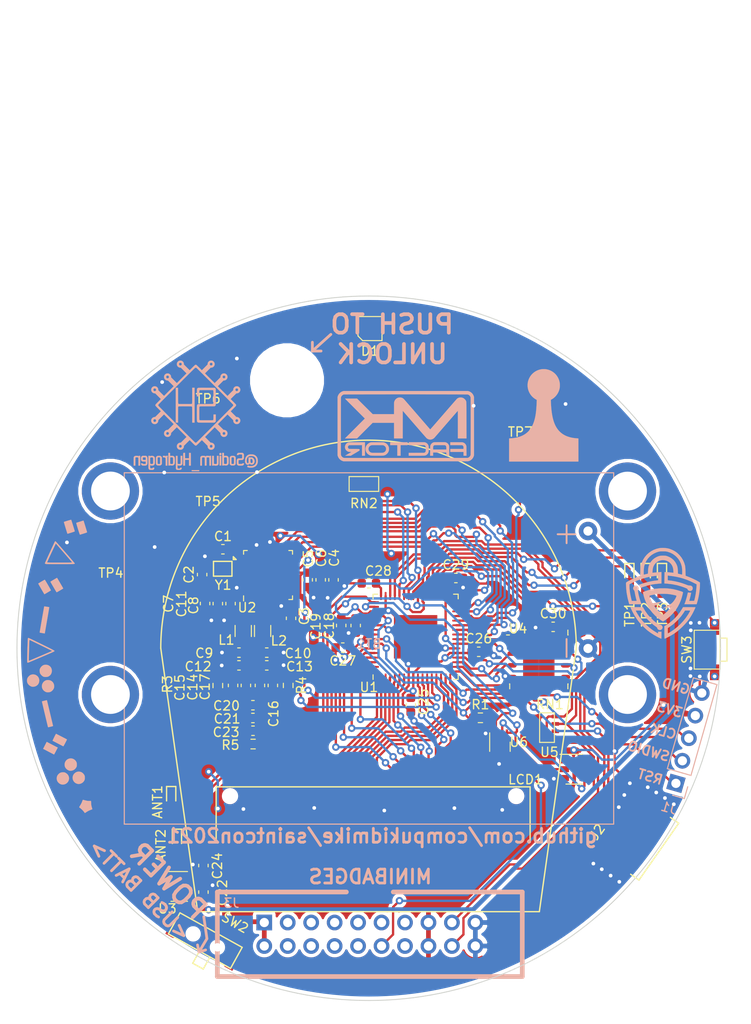
<source format=kicad_pcb>
(kicad_pcb (version 20171130) (host pcbnew "(5.1.9)-1")
  (layers (0 F.Cu signal) (31 B.Cu signal) (34 B.Paste user) (35 F.Paste user hide) (36 B.SilkS user) (37 F.SilkS user) (38 B.Mask user hide) (39 F.Mask user) (44 Edge.Cuts user))
  (net 0 "")
  (net 1 "Net-(ANT1-Pad1)")
  (net 2 "Net-(ANT2-Pad1)")
  (net 3 GND)
  (net 4 "Net-(BT1-Pad1)")
  (net 5 RESET)
  (net 6 +3V3)
  (net 7 VCC)
  (net 8 "Net-(D1-Pad3)")
  (net 9 "Net-(D1-Pad1)")
  (net 10 SWDIO)
  (net 11 SWDCLK)
  (net 12 MB_MOSI)
  (net 13 MB_MISO)
  (net 14 MB_SCK)
  (net 15 MB_CS1)
  (net 16 MB_CS2)
  (net 17 MB_CS3)
  (net 18 MB_RESET)
  (net 19 MB_SDA)
  (net 20 MB_SCL)
  (net 21 D+)
  (net 22 D-)
  (net 23 "Net-(L1-Pad1)")
  (net 24 "Net-(L2-Pad1)")
  (net 25 LCD_BL)
  (net 26 "Net-(TP1-Pad1)")
  (net 27 "Net-(TP2-Pad1)")
  (net 28 "Net-(TP3-Pad1)")
  (net 29 NFC_MOSI)
  (net 30 NFC_MISO)
  (net 31 NFC_SCK)
  (net 32 NFC_CS)
  (net 33 LCD_WR)
  (net 34 QSPI_IO0)
  (net 35 QSPI_IO1)
  (net 36 QSPI_IO2)
  (net 37 QSPI_IO3)
  (net 38 NFC_IRQ_OUT)
  (net 39 NFC_IRQ_IN)
  (net 40 QSPI_CLK)
  (net 41 QSPI_CS)
  (net 42 LCD_RST)
  (net 43 LCD_RS)
  (net 44 LCD_CS)
  (net 45 "Net-(U2-Pad4)")
  (net 46 "Net-(LCD1-Pad35)")
  (net 47 "Net-(TP4-Pad1)")
  (net 48 "Net-(TP5-Pad1)")
  (net 49 "Net-(TP6-Pad1)")
  (net 50 "Net-(TP7-Pad1)")
  (net 51 "Net-(Y1-Pad4)")
  (net 52 "Net-(Y1-Pad2)")
  (net 53 "Net-(C1-Pad1)")
  (net 54 "Net-(C2-Pad1)")
  (net 55 "Net-(C3-Pad2)")
  (net 56 "Net-(C12-Pad1)")
  (net 57 "Net-(C10-Pad2)")
  (net 58 "Net-(C18-Pad1)")
  (net 59 "Net-(J2-Pad4)")
  (net 60 "Net-(J2-Pad1)")
  (net 61 "Net-(J3-Pad10)")
  (net 62 "Net-(J3-Pad13)")
  (net 63 "Net-(J3-Pad14)")
  (net 64 /D2)
  (net 65 /D3)
  (net 66 /D16)
  (net 67 /D8)
  (net 68 /D6)
  (net 69 /D15)
  (net 70 /D14)
  (net 71 /D10)
  (net 72 /D17)
  (net 73 /D7)
  (net 74 /D1)
  (net 75 /D11)
  (net 76 /D13)
  (net 77 /D4)
  (net 78 /D5)
  (net 79 /D12)
  (net 80 "Net-(R3-Pad2)")
  (net 81 "Net-(R4-Pad2)")
  (net 82 LEDR)
  (net 83 LEDG)
  (net 84 LEDB)
  (net 85 "Net-(U1-Pad55)")
  (net 86 MB_CLK)
  (net 87 "Net-(U2-Pad28)")
  (net 88 "Net-(U2-Pad27)")
  (net 89 "Net-(U2-Pad26)")
  (net 90 "Net-(U2-Pad25)")
  (net 91 "Net-(U2-Pad24)")
  (net 92 "Net-(U2-Pad23)")
  (net 93 "Net-(U2-Pad11)")
  (net 94 "Net-(U2-Pad10)")
  (net 95 "Net-(U2-Pad7)")
  (net 96 "Net-(U2-Pad3)")
  (net 97 "Net-(U3-Pad4)")
  (net 98 "Net-(SW3-Pad2)")
  (net 99 "Net-(D1-Pad5)")
  (net 100 MB_CLK_CTRL)
  (net 101 LCD_BL_CTRL)
  (net 102 "Net-(U5-Pad4)")
  (net 103 "Net-(U5-Pad1)")
  (net 104 "Net-(RN1-Pad6)")
  (net 105 "Net-(RN1-Pad5)")
  (net 106 "Net-(RN1-Pad4)")
  (net 107 "Net-(RN1-Pad3)")
  (net 108 "Net-(RN2-Pad5)")
  (net 109 "Net-(RN2-Pad4)")
  (net 110 "Net-(J3-Pad9)")
  (module Fiducial:Fiducial_1mm_Mask2mm (layer F.Cu) (at 25.29 43.05)
    (fp_text reference FID4 hide)
    (fp_text value Fiducial_1mm_Mask2mm)
    (pad "" smd circle (at 0 0) (size 1 1) (layers F.Cu F.Mask) (clearance 0.5))
  )
  (module Fiducial:Fiducial_1mm_Mask2mm (layer F.Cu) (at -24.64 42.55)
    (fp_text reference FID3 hide)
    (fp_text value Fiducial_1mm_Mask2mm)
    (pad "" smd circle (at 0 0) (size 1 1) (layers F.Cu F.Mask) (clearance 0.5))
  )
  (module Fiducial:Fiducial_1mm_Mask2mm (layer F.Cu) (at 28.42 -7.35)
    (fp_text reference FID2 hide)
    (fp_text value Fiducial_1mm_Mask2mm)
    (pad "" smd circle (at 0 0) (size 1 1) (layers F.Cu F.Mask) (clearance 0.5))
  )
  (module Fiducial:Fiducial_1mm_Mask2mm (layer F.Cu) (at -26.35 -7.67)
    (fp_text reference FID1 hide)
    (fp_text value Fiducial_1mm_Mask2mm)
    (pad "" smd circle (at 0 0) (size 1 1) (layers F.Cu F.Mask) (clearance 0.5))
  )
  (module SodiumHydrogen_logo (layer B.Cu) (at -18 -9.36 180)
    (fp_text reference Ref** hide)
    (fp_text value Val** hide)
  )
  (module Saintcon2020:KMS231GFLS (layer F.Cu) (at 37.58 16.5 90)
    (fp_text reference SW3 (at 0 -2.2 90) (layer F.SilkS))
    (fp_text value SELECT)
    (pad 2 smd rect (at -2.9 0.8 90) (size 0.8 1) (layers F.Cu) (net 98 "Net-(SW3-Pad2)"))
    (pad 2 smd rect (at 2.9 0.8 90) (size 0.8 1) (layers F.Cu) (net 98 "Net-(SW3-Pad2)"))
    (pad 1 smd rect (at 2.45 -1.3 90) (size 1.7 2) (layers F.Cu) (net 3 GND))
    (pad 1 smd rect (at -2.45 -1.3 90) (size 1.7 2) (layers F.Cu) (net 3 GND))
    (pad 2 smd rect (at 2.05 0.8 90) (size 0.9 1) (layers F.Cu F.Paste F.Mask) (net 98 "Net-(SW3-Pad2)"))
    (pad 1 smd rect (at 2.05 -0.8 90) (size 0.9 1) (layers F.Cu F.Paste F.Mask) (net 3 GND))
    (pad 2 smd rect (at -2.05 0.8 90) (size 0.9 1) (layers F.Cu F.Paste F.Mask) (net 98 "Net-(SW3-Pad2)"))
    (pad 1 smd rect (at -2.05 -0.8 90) (size 0.9 1) (layers F.Cu F.Paste F.Mask) (net 3 GND))
  )
  (module AmphenolMicroUSB:10118192-0002LF (layer F.Cu) (at 30.588292 37.117018 55)
    (fp_text reference J2 (at -2.074751 -4.526954 55) (layer F.SilkS))
    (fp_text value USB_B_Micro)
    (pad 5 smd rect (at 1.3 -2.675 55) (size 0.4 1.35) (layers F.Cu F.Paste F.Mask) (net 3 GND))
    (pad 4 smd rect (at 0.65 -2.675 55) (size 0.4 1.35) (layers F.Cu F.Paste F.Mask) (net 59 "Net-(J2-Pad4)"))
    (pad 3 smd rect (at 0 -2.675 55) (size 0.4 1.35) (layers F.Cu F.Paste F.Mask) (net 21 D+))
    (pad 2 smd rect (at -0.65 -2.675 55) (size 0.4 1.35) (layers F.Cu F.Paste F.Mask) (net 22 D-))
    (pad 1 smd rect (at -1.3 -2.675 55) (size 0.4 1.35) (layers F.Cu F.Paste F.Mask) (net 60 "Net-(J2-Pad1)"))
    (pad 6 smd rect (at 3.1 -2.55 55) (size 2.1 1.6) (layers F.Cu F.Paste F.Mask) (net 3 GND))
    (pad 6 smd rect (at -3.1 -2.55 55) (size 2.1 1.6) (layers F.Cu F.Paste F.Mask) (net 3 GND))
    (pad 6 smd rect (at 3.8 0 55) (size 1.8 1.9) (layers F.Cu F.Paste F.Mask) (net 3 GND))
    (pad 6 smd rect (at 1.2 0 55) (size 1.9 1.9) (layers F.Cu F.Paste F.Mask) (net 3 GND))
    (pad 6 smd rect (at -3.8 0 55) (size 1.8 1.9) (layers F.Cu F.Paste F.Mask) (net 3 GND))
    (pad 6 smd rect (at -1.2 0 55) (size 1.9 1.9) (layers F.Cu F.Paste F.Mask) (net 3 GND))
    (pad 6 smd rect (at -3.8 -1.2 55) (size 3.5 4.3) (layers F.Cu) (net 3 GND))
    (pad 6 smd rect (at 3.8 -1.2 55) (size 3.5 4.3) (layers F.Cu) (net 3 GND))
  )
  (module SaintconLogo2021 (layer B.Cu) (at 31.43 5.6 180)
    (fp_text reference Ref** hide)
    (fp_text value Val** hide)
  )
  (module BackSilkCombo (layer F.Cu) (at -29.78 20.33)
    (fp_text reference Ref** hide)
    (fp_text value Val** hide)
  )
  (module ProfessorPlum_logo (layer B.Cu) (at 19.89 -8.85 180)
    (fp_text reference Ref** hide)
    (fp_text value Val** hide)
  )
  (module Saintcon2020:ST25R95 (layer F.Cu) (at -9.97125 8.42625 90)
    (fp_text reference U2 (at -3.52375 -2.27875 180) (layer F.SilkS))
    (fp_text value ST25R95)
    (pad 33 smd rect (at 0.8625 0.8625 90) (size 1.725 1.725) (layers F.Cu F.Paste F.Mask) (net 3 GND))
    (pad 33 smd rect (at 0.8625 -0.8625 90) (size 1.725 1.725) (layers F.Cu F.Paste F.Mask) (net 3 GND))
    (pad 33 smd rect (at -0.8625 0.8625 90) (size 1.725 1.725) (layers F.Cu F.Paste F.Mask) (net 3 GND))
    (pad 33 smd rect (at -0.8625 -0.8625 90) (size 1.725 1.725) (layers F.Cu F.Paste F.Mask) (net 3 GND))
    (pad 32 smd rect (at -1.75 -2.35 90) (size 0.3 0.6) (layers F.Cu F.Paste F.Mask) (net 6 +3V3))
    (pad 31 smd rect (at -1.25 -2.35 90) (size 0.3 0.6) (layers F.Cu F.Paste F.Mask) (net 3 GND))
    (pad 30 smd rect (at -0.75 -2.35 90) (size 0.3 0.6) (layers F.Cu F.Paste F.Mask) (net 54 "Net-(C2-Pad1)"))
    (pad 29 smd rect (at -0.25 -2.35 90) (size 0.3 0.6) (layers F.Cu F.Paste F.Mask) (net 53 "Net-(C1-Pad1)"))
    (pad 28 smd rect (at 0.25 -2.35 90) (size 0.3 0.6) (layers F.Cu F.Paste F.Mask) (net 87 "Net-(U2-Pad28)"))
    (pad 27 smd rect (at 0.75 -2.35 90) (size 0.3 0.6) (layers F.Cu F.Paste F.Mask) (net 88 "Net-(U2-Pad27)"))
    (pad 26 smd rect (at 1.25 -2.35 90) (size 0.3 0.6) (layers F.Cu F.Paste F.Mask) (net 89 "Net-(U2-Pad26)"))
    (pad 25 smd rect (at 1.75 -2.35 90) (size 0.3 0.6) (layers F.Cu F.Paste F.Mask) (net 90 "Net-(U2-Pad25)"))
    (pad 24 smd rect (at 2.35 -1.75 180) (size 0.3 0.6) (layers F.Cu F.Paste F.Mask) (net 91 "Net-(U2-Pad24)"))
    (pad 23 smd rect (at 2.35 -1.25 180) (size 0.3 0.6) (layers F.Cu F.Paste F.Mask) (net 92 "Net-(U2-Pad23)"))
    (pad 22 smd rect (at 2.35 -0.75 180) (size 0.3 0.6) (layers F.Cu F.Paste F.Mask) (net 3 GND))
    (pad 21 smd rect (at 2.35 -0.25 180) (size 0.3 0.6) (layers F.Cu F.Paste F.Mask) (net 6 +3V3))
    (pad 20 smd rect (at 2.35 0.25 180) (size 0.3 0.6) (layers F.Cu F.Paste F.Mask) (net 3 GND))
    (pad 19 smd rect (at 2.35 0.75 180) (size 0.3 0.6) (layers F.Cu F.Paste F.Mask) (net 6 +3V3))
    (pad 18 smd rect (at 2.35 1.25 180) (size 0.3 0.6) (layers F.Cu F.Paste F.Mask) (net 31 NFC_SCK))
    (pad 17 smd rect (at 2.35 1.75 180) (size 0.3 0.6) (layers F.Cu F.Paste F.Mask) (net 29 NFC_MOSI))
    (pad 16 smd rect (at 1.75 2.35 90) (size 0.3 0.6) (layers F.Cu F.Paste F.Mask) (net 30 NFC_MISO))
    (pad 15 smd rect (at 1.25 2.35 90) (size 0.3 0.6) (layers F.Cu F.Paste F.Mask) (net 32 NFC_CS))
    (pad 14 smd rect (at 0.75 2.35 90) (size 0.3 0.6) (layers F.Cu F.Paste F.Mask) (net 38 NFC_IRQ_OUT))
    (pad 13 smd rect (at 0.25 2.35 90) (size 0.3 0.6) (layers F.Cu F.Paste F.Mask) (net 6 +3V3))
    (pad 12 smd rect (at -0.25 2.35 90) (size 0.3 0.6) (layers F.Cu F.Paste F.Mask) (net 39 NFC_IRQ_IN))
    (pad 11 smd rect (at -0.75 2.35 90) (size 0.3 0.6) (layers F.Cu F.Paste F.Mask) (net 93 "Net-(U2-Pad11)"))
    (pad 10 smd rect (at -1.25 2.35 90) (size 0.3 0.6) (layers F.Cu F.Paste F.Mask) (net 94 "Net-(U2-Pad10)"))
    (pad 9 smd rect (at -1.75 2.35 90) (size 0.3 0.6) (layers F.Cu F.Paste F.Mask) (net 55 "Net-(C3-Pad2)"))
    (pad 8 smd rect (at -2.35 1.75 180) (size 0.3 0.6) (layers F.Cu F.Paste F.Mask) (net 3 GND))
    (pad 7 smd rect (at -2.35 1.25 180) (size 0.3 0.6) (layers F.Cu F.Paste F.Mask) (net 95 "Net-(U2-Pad7)"))
    (pad 6 smd rect (at -2.35 0.75 180) (size 0.3 0.6) (layers F.Cu F.Paste F.Mask) (net 81 "Net-(R4-Pad2)"))
    (pad 5 smd rect (at -2.35 0.25 180) (size 0.3 0.6) (layers F.Cu F.Paste F.Mask) (net 80 "Net-(R3-Pad2)"))
    (pad 4 smd rect (at -2.35 -0.25 180) (size 0.3 0.6) (layers F.Cu F.Paste F.Mask) (net 45 "Net-(U2-Pad4)"))
    (pad 3 smd rect (at -2.35 -0.75 180) (size 0.3 0.6) (layers F.Cu F.Paste F.Mask) (net 96 "Net-(U2-Pad3)"))
    (pad 2 smd rect (at -2.35 -1.25 180) (size 0.3 0.6) (layers F.Cu F.Paste F.Mask) (net 24 "Net-(L2-Pad1)"))
    (pad 1 smd rect (at -2.35 -1.75 180) (size 0.3 0.6) (layers F.Cu F.Paste F.Mask) (net 23 "Net-(L1-Pad1)"))
  )
  (module libraries:RAVF164D-RES_PACK_4 (layer F.Cu) (at 0.41 -1.42 180)
    (fp_text reference RN2 (at 0 -2.1) (layer F.SilkS))
    (fp_text value 1K)
    (pad 8 smd rect (at -1.2 0.9 180) (size 0.4 0.8) (layers F.Cu F.Paste F.Mask) (net 9 "Net-(D1-Pad1)"))
    (pad 7 smd rect (at -0.4 0.9 180) (size 0.4 0.8) (layers F.Cu F.Paste F.Mask) (net 8 "Net-(D1-Pad3)"))
    (pad 6 smd rect (at 0.4 0.9 180) (size 0.4 0.8) (layers F.Cu F.Paste F.Mask) (net 99 "Net-(D1-Pad5)"))
    (pad 5 smd rect (at 1.2 0.9 180) (size 0.4 0.8) (layers F.Cu F.Paste F.Mask) (net 108 "Net-(RN2-Pad5)"))
    (pad 4 smd rect (at 1.2 -0.9 180) (size 0.4 0.8) (layers F.Cu F.Paste F.Mask) (net 109 "Net-(RN2-Pad4)"))
    (pad 3 smd rect (at 0.4 -0.9 180) (size 0.4 0.8) (layers F.Cu F.Paste F.Mask) (net 84 LEDB))
    (pad 2 smd rect (at -0.4 -0.9 180) (size 0.4 0.8) (layers F.Cu F.Paste F.Mask) (net 83 LEDG))
    (pad 1 smd rect (at -1.2 -0.9 180) (size 0.4 0.8) (layers F.Cu F.Paste F.Mask) (net 82 LEDR))
  )
  (module libraries:RAVF164D-RES_PACK_4 (layer F.Cu) (at 20.24 24.93 270)
    (fp_text reference RN1 (at -2.5 -0.31 180) (layer F.SilkS))
    (fp_text value 1K)
    (pad 8 smd rect (at -1.2 0.9 270) (size 0.4 0.8) (layers F.Cu F.Paste F.Mask) (net 6 +3V3))
    (pad 7 smd rect (at -0.4 0.9 270) (size 0.4 0.8) (layers F.Cu F.Paste F.Mask) (net 6 +3V3))
    (pad 6 smd rect (at 0.4 0.9 270) (size 0.4 0.8) (layers F.Cu F.Paste F.Mask) (net 104 "Net-(RN1-Pad6)"))
    (pad 5 smd rect (at 1.2 0.9 270) (size 0.4 0.8) (layers F.Cu F.Paste F.Mask) (net 105 "Net-(RN1-Pad5)"))
    (pad 4 smd rect (at 1.2 -0.9 270) (size 0.4 0.8) (layers F.Cu F.Paste F.Mask) (net 106 "Net-(RN1-Pad4)"))
    (pad 3 smd rect (at 0.4 -0.9 270) (size 0.4 0.8) (layers F.Cu F.Paste F.Mask) (net 107 "Net-(RN1-Pad3)"))
    (pad 2 smd rect (at -0.4 -0.9 270) (size 0.4 0.8) (layers F.Cu F.Paste F.Mask) (net 20 MB_SCL))
    (pad 1 smd rect (at -1.2 -0.9 270) (size 0.4 0.8) (layers F.Cu F.Paste F.Mask) (net 19 MB_SDA))
  )
  (module Inductors_SMD:L_0805 (layer F.Cu) (at -12.66 14.48 270)
    (fp_text reference L1 (at 0.97 1.82 180) (layer F.SilkS))
    (fp_text value 560nH)
    (pad 1 smd rect (at -0.95 0 270) (size 0.7 1.3) (layers F.Cu F.Paste F.Mask) (net 23 "Net-(L1-Pad1)"))
    (pad 2 smd rect (at 0.95 0 270) (size 0.7 1.3) (layers F.Cu F.Paste F.Mask) (net 56 "Net-(C12-Pad1)"))
  )
  (module Connector_PinSocket_2.54mm:PinSocket_1x05_P2.54mm_Vertical (layer B.Cu) (at 34.2 30.96 344)
    (fp_text reference J1 (at 0 2.77 344) (layer B.SilkS) (effects (justify mirror)))
    (fp_text value Conn_01x05)
    (pad 5 thru_hole oval (at 0 -10.16 344) (size 1.7 1.7) (drill 1) (layers *.Cu *.Mask) (net 3 GND))
    (pad 4 thru_hole oval (at 0 -7.62 344) (size 1.7 1.7) (drill 1) (layers *.Cu *.Mask) (net 6 +3V3))
    (pad 3 thru_hole oval (at 0 -5.08 344) (size 1.7 1.7) (drill 1) (layers *.Cu *.Mask) (net 11 SWDCLK))
    (pad 2 thru_hole oval (at 0 -2.54 344) (size 1.7 1.7) (drill 1) (layers *.Cu *.Mask) (net 10 SWDIO))
    (pad 1 thru_hole rect (at 0 0 344) (size 1.7 1.7) (drill 1) (layers *.Cu *.Mask) (net 5 RESET))
  )
  (module Saintcon2020:Crystal-XRCGB27M120F3M10R0 (layer F.Cu) (at -14.88 7.75 180)
    (fp_text reference Y1 (at -0.05 -1.76) (layer F.SilkS))
    (fp_text value XRCGB27M120F3M10R0)
    (pad 1 smd rect (at -0.675 0.5 180) (size 0.75 0.7) (layers F.Cu F.Paste F.Mask) (net 53 "Net-(C1-Pad1)"))
    (pad 2 smd rect (at 0.675 0.5 180) (size 0.75 0.7) (layers F.Cu F.Paste F.Mask) (net 52 "Net-(Y1-Pad2)"))
    (pad 3 smd rect (at 0.675 -0.5 180) (size 0.75 0.7) (layers F.Cu F.Paste F.Mask) (net 54 "Net-(C2-Pad1)"))
    (pad 4 smd rect (at -0.675 -0.5 180) (size 0.75 0.7) (layers F.Cu F.Paste F.Mask) (net 51 "Net-(Y1-Pad4)"))
  )
  (module Saintcon2020:Battery3xAAA (layer B.Cu) (at 0.96 16.37)
    (fp_text reference BT1 (at 0 -0.5) (layer B.SilkS) (effects (justify mirror)))
    (fp_text value Battery)
    (fp_text user + (at 21.4 -12.55) (layer B.SilkS) (effects (font (size 2.54 2.54) (thickness 0.2032)) (justify mirror)))
    (fp_text user - (at 21.2 -0.05 -90) (layer B.SilkS) (effects (font (size 2.54 2.54) (thickness 0.2032)) (justify mirror)))
    (pad 1 thru_hole circle (at 23.72 -12.7) (size 2 2) (drill 1) (layers *.Cu *.Mask) (net 4 "Net-(BT1-Pad1)"))
    (pad 2 thru_hole circle (at 23.72 0) (size 2 2) (drill 1) (layers *.Cu *.Mask) (net 3 GND))
  )
  (module AdestoMemory:UDFN-8_EP_6x5_Pitch1.27mm (layer F.Cu) (at 19.35 17.56)
    (fp_text reference U4 (at -2.25 -3.33) (layer F.SilkS))
    (fp_text value AT25QF641B-MHB-T)
    (pad 9 smd rect (at 0.85 1) (size 1.7 2) (layers F.Cu F.Paste F.Mask))
    (pad 9 smd rect (at -0.85 1) (size 1.7 2) (layers F.Cu F.Paste F.Mask))
    (pad 9 smd rect (at 0.85 -1) (size 1.7 2) (layers F.Cu F.Paste F.Mask))
    (pad 9 smd rect (at -0.85 -1) (size 1.7 2) (layers F.Cu F.Paste F.Mask))
    (pad 8 smd oval (at 2.9 -1.905 90) (size 0.5 1) (layers F.Cu F.Paste F.Mask) (net 6 +3V3))
    (pad 7 smd oval (at 2.9 -0.635 90) (size 0.5 1) (layers F.Cu F.Paste F.Mask) (net 37 QSPI_IO3))
    (pad 6 smd oval (at 2.9 0.635 90) (size 0.5 1) (layers F.Cu F.Paste F.Mask) (net 40 QSPI_CLK))
    (pad 5 smd oval (at 2.9 1.905 90) (size 0.5 1) (layers F.Cu F.Paste F.Mask) (net 34 QSPI_IO0))
    (pad 4 smd oval (at -2.9 1.905 90) (size 0.5 1) (layers F.Cu F.Paste F.Mask) (net 3 GND))
    (pad 3 smd oval (at -2.9 0.635 90) (size 0.5 1) (layers F.Cu F.Paste F.Mask) (net 36 QSPI_IO2))
    (pad 2 smd oval (at -2.9 -0.635 90) (size 0.5 1) (layers F.Cu F.Paste F.Mask) (net 35 QSPI_IO1))
    (pad 1 smd oval (at -2.9 -1.905 90) (size 0.5 1) (layers F.Cu F.Paste F.Mask) (net 41 QSPI_CS))
  )
  (module Package_TO_SOT_SMD:SOT-23-5 (layer F.Cu) (at 23.19 29.43)
    (fp_text reference U5 (at -2.69 -1.84) (layer F.SilkS))
    (fp_text value SN74LVC1G04DBVRG4)
    (pad 5 smd rect (at 1.1 -0.95) (size 1.06 0.65) (layers F.Cu F.Paste F.Mask) (net 6 +3V3))
    (pad 4 smd rect (at 1.1 0.95) (size 1.06 0.65) (layers F.Cu F.Paste F.Mask) (net 102 "Net-(U5-Pad4)"))
    (pad 3 smd rect (at -1.1 0.95) (size 1.06 0.65) (layers F.Cu F.Paste F.Mask) (net 3 GND))
    (pad 2 smd rect (at -1.1 0) (size 1.06 0.65) (layers F.Cu F.Paste F.Mask) (net 100 MB_CLK_CTRL))
    (pad 1 smd rect (at -1.1 -0.95) (size 1.06 0.65) (layers F.Cu F.Paste F.Mask) (net 103 "Net-(U5-Pad1)"))
  )
  (module Package_DFN_QFN:DFN-8-1EP_2x2mm_P0.5mm_EP0.9x1.6mm (layer F.Cu) (at 15.14 26.5 270)
    (fp_text reference U6 (at 0 -2.05 180) (layer F.SilkS))
    (fp_text value A3910)
    (pad 9 smd rect (at 0 0 270) (size 0.9 1.6) (layers F.Cu F.Mask))
    (pad 8 smd roundrect (at 1.0125 -0.75 270) (size 0.725 0.25) (layers F.Cu F.Paste F.Mask) (net 86 MB_CLK))
    (pad 7 smd roundrect (at 1.0125 -0.25 270) (size 0.725 0.25) (layers F.Cu F.Paste F.Mask) (net 6 +3V3))
    (pad 6 smd roundrect (at 1.0125 0.25 270) (size 0.725 0.25) (layers F.Cu F.Paste F.Mask) (net 3 GND))
    (pad 5 smd roundrect (at 1.0125 0.75 270) (size 0.725 0.25) (layers F.Cu F.Paste F.Mask) (net 25 LCD_BL))
    (pad 4 smd roundrect (at -1.0125 0.75 270) (size 0.725 0.25) (layers F.Cu F.Paste F.Mask) (net 3 GND))
    (pad 3 smd roundrect (at -1.0125 0.25 270) (size 0.725 0.25) (layers F.Cu F.Paste F.Mask) (net 101 LCD_BL_CTRL))
    (pad 2 smd roundrect (at -1.0125 -0.25 270) (size 0.725 0.25) (layers F.Cu F.Paste F.Mask) (net 102 "Net-(U5-Pad4)"))
    (pad 1 smd roundrect (at -1.0125 -0.75 270) (size 0.725 0.25) (layers F.Cu F.Paste F.Mask) (net 100 MB_CLK_CTRL))
  )
  (module Resistor_SMD:R_0603_1608Metric (layer F.Cu) (at -11.59 26.71)
    (fp_text reference R5 (at -2.45 0.11) (layer F.SilkS))
    (fp_text value DNP)
    (pad 2 smd roundrect (at 0.825 0) (size 0.8 0.95) (layers F.Cu F.Paste F.Mask) (net 2 "Net-(ANT2-Pad1)"))
    (pad 1 smd roundrect (at -0.825 0) (size 0.8 0.95) (layers F.Cu F.Paste F.Mask) (net 1 "Net-(ANT1-Pad1)"))
  )
  (module Resistor_SMD:R_0603_1608Metric (layer F.Cu) (at -7.79 20.37 90)
    (fp_text reference R4 (at 0.02 1.44 90) (layer F.SilkS))
    (fp_text value 330)
    (pad 2 smd roundrect (at 0.825 0 90) (size 0.8 0.95) (layers F.Cu F.Paste F.Mask) (net 81 "Net-(R4-Pad2)"))
    (pad 1 smd roundrect (at -0.825 0 90) (size 0.8 0.95) (layers F.Cu F.Paste F.Mask) (net 2 "Net-(ANT2-Pad1)"))
  )
  (module Resistor_SMD:R_0603_1608Metric (layer F.Cu) (at -15.41 20.38 90)
    (fp_text reference R3 (at 0.14 -5.45 90) (layer F.SilkS))
    (fp_text value 330)
    (pad 2 smd roundrect (at 0.825 0 90) (size 0.8 0.95) (layers F.Cu F.Paste F.Mask) (net 80 "Net-(R3-Pad2)"))
    (pad 1 smd roundrect (at -0.825 0 90) (size 0.8 0.95) (layers F.Cu F.Paste F.Mask) (net 1 "Net-(ANT1-Pad1)"))
  )
  (module Resistor_SMD:R_0603_1608Metric (layer F.Cu) (at 13.025 23.87)
    (fp_text reference R1 (at 0 -1.43) (layer F.SilkS))
    (fp_text value 10k)
    (pad 2 smd roundrect (at 0.825 0) (size 0.8 0.95) (layers F.Cu F.Paste F.Mask) (net 6 +3V3))
    (pad 1 smd roundrect (at -0.825 0) (size 0.8 0.95) (layers F.Cu F.Paste F.Mask) (net 5 RESET))
  )
  (module Everlight-RGB-LED:19-337C_RSBHGHC-A88_4T (layer F.Cu) (at 1.07 -18.23 90)
    (fp_text reference D1 (at -2.425 0) (layer F.SilkS))
    (fp_text value 19-337C/RSBHGHC-A88/4T)
    (pad 6 smd rect (at 0.725 0.675 90) (size 0.4 0.55) (layers F.Cu F.Paste F.Mask) (net 6 +3V3))
    (pad 5 smd rect (at 0.725 -0.675 90) (size 0.4 0.55) (layers F.Cu F.Paste F.Mask) (net 99 "Net-(D1-Pad5)"))
    (pad 4 smd rect (at 0 0.75 90) (size 0.5 0.7) (layers F.Cu F.Paste F.Mask) (net 6 +3V3))
    (pad 3 smd rect (at 0 -0.75 90) (size 0.5 0.7) (layers F.Cu F.Paste F.Mask) (net 8 "Net-(D1-Pad3)"))
    (pad 2 smd rect (at -0.725 0.675 90) (size 0.4 0.55) (layers F.Cu F.Paste F.Mask) (net 6 +3V3))
    (pad 1 smd rect (at -0.725 -0.675 90) (size 0.4 0.55) (layers F.Cu F.Paste F.Mask) (net 9 "Net-(D1-Pad1)"))
  )
  (module Saintcon2020:TouchButton4mm (layer F.Cu) (at 17.3 -10.01)
    (fp_text reference TP7 (at 0.06 2.96) (layer F.SilkS))
    (fp_text value SHIM)
    (pad 1 smd circle (at 0 0) (size 4 4) (layers F.Cu) (net 50 "Net-(TP7-Pad1)"))
  )
  (module Saintcon2020:TouchButton4mm (layer F.Cu) (at -16.43 -13.66)
    (fp_text reference TP6 (at -0.03 3.02) (layer F.SilkS))
    (fp_text value SHACKLE)
    (pad 1 smd circle (at 0 0) (size 4 4) (layers F.Cu) (net 49 "Net-(TP6-Pad1)"))
  )
  (module Saintcon2020:TouchButton4mm (layer F.Cu) (at -16.46 -2.58)
    (fp_text reference TP5 (at 0 3.05) (layer F.SilkS))
    (fp_text value SHACKLE)
    (pad 1 smd circle (at 0 0) (size 4 4) (layers F.Cu) (net 48 "Net-(TP5-Pad1)"))
  )
  (module Saintcon2020:TouchButton4mm (layer F.Cu) (at -27.01 5.22)
    (fp_text reference TP4 (at 0.02 2.99) (layer F.SilkS))
    (fp_text value SHACKLE)
    (pad 1 smd circle (at 0 0) (size 4 4) (layers F.Cu) (net 47 "Net-(TP4-Pad1)"))
  )
  (module Saintcon2020:SPRING-120220-0315 (layer F.Cu) (at 32.69 8.475)
    (fp_text reference TP3 (at 0.06 4.215 90) (layer F.SilkS))
    (fp_text value TOUCH)
    (pad 1 smd rect (at 0 1.355) (size 1 2.15) (layers F.Cu F.Paste F.Mask) (net 28 "Net-(TP3-Pad1)"))
  )
  (module Saintcon2020:SPRING-120220-0315 (layer F.Cu) (at 30.93 8.475)
    (fp_text reference TP2 (at 0.09 4.215 90) (layer F.SilkS))
    (fp_text value TOUCH)
    (pad 1 smd rect (at 0 1.355) (size 1 2.15) (layers F.Cu F.Paste F.Mask) (net 27 "Net-(TP2-Pad1)"))
  )
  (module Saintcon2020:SPRING-120220-0315 (layer F.Cu) (at 29.16 8.475)
    (fp_text reference TP1 (at 0.03 4.215 90) (layer F.SilkS))
    (fp_text value TOUCH)
    (pad 1 smd rect (at 0 1.355) (size 1 2.15) (layers F.Cu F.Paste F.Mask) (net 26 "Net-(TP1-Pad1)"))
  )
  (module Capacitor_SMD:C_0603_1608Metric (layer F.Cu) (at -2.05 13.885 270)
    (fp_text reference C19 (at 0.095 2.75 90) (layer F.SilkS))
    (fp_text value 4.7uF)
    (pad 2 smd roundrect (at 0.775 0 270) (size 0.9 0.95) (layers F.Cu F.Paste F.Mask) (net 3 GND))
    (pad 1 smd roundrect (at -0.775 0 270) (size 0.9 0.95) (layers F.Cu F.Paste F.Mask) (net 58 "Net-(C18-Pad1)"))
  )
  (module Capacitor_SMD:C_0603_1608Metric (layer F.Cu) (at -0.48 13.89 270)
    (fp_text reference C18 (at 0.04 2.87 90) (layer F.SilkS))
    (fp_text value 0.1uF)
    (pad 2 smd roundrect (at 0.775 0 270) (size 0.9 0.95) (layers F.Cu F.Paste F.Mask) (net 3 GND))
    (pad 1 smd roundrect (at -0.775 0 270) (size 0.9 0.95) (layers F.Cu F.Paste F.Mask) (net 58 "Net-(C18-Pad1)"))
  )
  (module Package_DFN_QFN:QFN-64-1EP_9x9mm_P0.5mm_EP4.7x4.7mm (layer F.Cu) (at 6.01 15.11 90)
    (fp_text reference U1 (at -5.46 -5.05 180) (layer F.SilkS))
    (fp_text value ATSAME53J18A-M)
    (pad 65 smd rect (at 0 0 90) (size 4.7 4.7) (layers F.Cu F.Mask) (net 3 GND))
    (pad 64 smd roundrect (at -3.75 -4.4125 90) (size 0.2 0.875) (layers F.Cu F.Paste F.Mask) (net 76 /D13))
    (pad 63 smd roundrect (at -3.25 -4.4125 90) (size 0.2 0.875) (layers F.Cu F.Paste F.Mask) (net 79 /D12))
    (pad 62 smd roundrect (at -2.75 -4.4125 90) (size 0.2 0.875) (layers F.Cu F.Paste F.Mask) (net 75 /D11))
    (pad 61 smd roundrect (at -2.25 -4.4125 90) (size 0.2 0.875) (layers F.Cu F.Paste F.Mask) (net 71 /D10))
    (pad 60 smd roundrect (at -1.75 -4.4125 90) (size 0.2 0.875) (layers F.Cu F.Paste F.Mask) (net 44 LCD_CS))
    (pad 59 smd roundrect (at -1.25 -4.4125 90) (size 0.2 0.875) (layers F.Cu F.Paste F.Mask) (net 43 LCD_RS))
    (pad 58 smd roundrect (at -0.75 -4.4125 90) (size 0.2 0.875) (layers F.Cu F.Paste F.Mask) (net 10 SWDIO))
    (pad 57 smd roundrect (at -0.25 -4.4125 90) (size 0.2 0.875) (layers F.Cu F.Paste F.Mask) (net 11 SWDCLK))
    (pad 56 smd roundrect (at 0.25 -4.4125 90) (size 0.2 0.875) (layers F.Cu F.Paste F.Mask) (net 6 +3V3))
    (pad 55 smd roundrect (at 0.75 -4.4125 90) (size 0.2 0.875) (layers F.Cu F.Paste F.Mask) (net 85 "Net-(U1-Pad55)"))
    (pad 54 smd roundrect (at 1.25 -4.4125 90) (size 0.2 0.875) (layers F.Cu F.Paste F.Mask) (net 3 GND))
    (pad 53 smd roundrect (at 1.75 -4.4125 90) (size 0.2 0.875) (layers F.Cu F.Paste F.Mask) (net 58 "Net-(C18-Pad1)"))
    (pad 52 smd roundrect (at 2.25 -4.4125 90) (size 0.2 0.875) (layers F.Cu F.Paste F.Mask) (net 5 RESET))
    (pad 51 smd roundrect (at 2.75 -4.4125 90) (size 0.2 0.875) (layers F.Cu F.Paste F.Mask) (net 98 "Net-(SW3-Pad2)"))
    (pad 50 smd roundrect (at 3.25 -4.4125 90) (size 0.2 0.875) (layers F.Cu F.Paste F.Mask) (net 100 MB_CLK_CTRL))
    (pad 49 smd roundrect (at 3.75 -4.4125 90) (size 0.2 0.875) (layers F.Cu F.Paste F.Mask) (net 42 LCD_RST))
    (pad 48 smd roundrect (at 4.4125 -3.75 90) (size 0.875 0.2) (layers F.Cu F.Paste F.Mask) (net 6 +3V3))
    (pad 47 smd roundrect (at 4.4125 -3.25 90) (size 0.875 0.2) (layers F.Cu F.Paste F.Mask) (net 3 GND))
    (pad 46 smd roundrect (at 4.4125 -2.75 90) (size 0.875 0.2) (layers F.Cu F.Paste F.Mask) (net 21 D+))
    (pad 45 smd roundrect (at 4.4125 -2.25 90) (size 0.875 0.2) (layers F.Cu F.Paste F.Mask) (net 22 D-))
    (pad 44 smd roundrect (at 4.4125 -1.75 90) (size 0.875 0.2) (layers F.Cu F.Paste F.Mask) (net 84 LEDB))
    (pad 43 smd roundrect (at 4.4125 -1.25 90) (size 0.875 0.2) (layers F.Cu F.Paste F.Mask) (net 83 LEDG))
    (pad 42 smd roundrect (at 4.4125 -0.75 90) (size 0.875 0.2) (layers F.Cu F.Paste F.Mask) (net 82 LEDR))
    (pad 41 smd roundrect (at 4.4125 -0.25 90) (size 0.875 0.2) (layers F.Cu F.Paste F.Mask) (net 28 "Net-(TP3-Pad1)"))
    (pad 40 smd roundrect (at 4.4125 0.25 90) (size 0.875 0.2) (layers F.Cu F.Paste F.Mask) (net 101 LCD_BL_CTRL))
    (pad 39 smd roundrect (at 4.4125 0.75 90) (size 0.875 0.2) (layers F.Cu F.Paste F.Mask) (net 33 LCD_WR))
    (pad 38 smd roundrect (at 4.4125 1.25 90) (size 0.875 0.2) (layers F.Cu F.Paste F.Mask) (net 27 "Net-(TP2-Pad1)"))
    (pad 37 smd roundrect (at 4.4125 1.75 90) (size 0.875 0.2) (layers F.Cu F.Paste F.Mask) (net 26 "Net-(TP1-Pad1)"))
    (pad 36 smd roundrect (at 4.4125 2.25 90) (size 0.875 0.2) (layers F.Cu F.Paste F.Mask) (net 20 MB_SCL))
    (pad 35 smd roundrect (at 4.4125 2.75 90) (size 0.875 0.2) (layers F.Cu F.Paste F.Mask) (net 19 MB_SDA))
    (pad 34 smd roundrect (at 4.4125 3.25 90) (size 0.875 0.2) (layers F.Cu F.Paste F.Mask) (net 6 +3V3))
    (pad 33 smd roundrect (at 4.4125 3.75 90) (size 0.875 0.2) (layers F.Cu F.Paste F.Mask) (net 3 GND))
    (pad 32 smd roundrect (at 3.75 4.4125 90) (size 0.2 0.875) (layers F.Cu F.Paste F.Mask) (net 30 NFC_MISO))
    (pad 31 smd roundrect (at 3.25 4.4125 90) (size 0.2 0.875) (layers F.Cu F.Paste F.Mask) (net 32 NFC_CS))
    (pad 30 smd roundrect (at 2.75 4.4125 90) (size 0.2 0.875) (layers F.Cu F.Paste F.Mask) (net 31 NFC_SCK))
    (pad 29 smd roundrect (at 2.25 4.4125 90) (size 0.2 0.875) (layers F.Cu F.Paste F.Mask) (net 29 NFC_MOSI))
    (pad 28 smd roundrect (at 1.75 4.4125 90) (size 0.2 0.875) (layers F.Cu F.Paste F.Mask) (net 50 "Net-(TP7-Pad1)"))
    (pad 27 smd roundrect (at 1.25 4.4125 90) (size 0.2 0.875) (layers F.Cu F.Paste F.Mask) (net 49 "Net-(TP6-Pad1)"))
    (pad 26 smd roundrect (at 0.75 4.4125 90) (size 0.2 0.875) (layers F.Cu F.Paste F.Mask) (net 48 "Net-(TP5-Pad1)"))
    (pad 25 smd roundrect (at 0.25 4.4125 90) (size 0.2 0.875) (layers F.Cu F.Paste F.Mask) (net 47 "Net-(TP4-Pad1)"))
    (pad 24 smd roundrect (at -0.25 4.4125 90) (size 0.2 0.875) (layers F.Cu F.Paste F.Mask) (net 41 QSPI_CS))
    (pad 23 smd roundrect (at -0.75 4.4125 90) (size 0.2 0.875) (layers F.Cu F.Paste F.Mask) (net 40 QSPI_CLK))
    (pad 22 smd roundrect (at -1.25 4.4125 90) (size 0.2 0.875) (layers F.Cu F.Paste F.Mask) (net 3 GND))
    (pad 21 smd roundrect (at -1.75 4.4125 90) (size 0.2 0.875) (layers F.Cu F.Paste F.Mask) (net 6 +3V3))
    (pad 20 smd roundrect (at -2.25 4.4125 90) (size 0.2 0.875) (layers F.Cu F.Paste F.Mask) (net 37 QSPI_IO3))
    (pad 19 smd roundrect (at -2.75 4.4125 90) (size 0.2 0.875) (layers F.Cu F.Paste F.Mask) (net 36 QSPI_IO2))
    (pad 18 smd roundrect (at -3.25 4.4125 90) (size 0.2 0.875) (layers F.Cu F.Paste F.Mask) (net 35 QSPI_IO1))
    (pad 17 smd roundrect (at -3.75 4.4125 90) (size 0.2 0.875) (layers F.Cu F.Paste F.Mask) (net 34 QSPI_IO0))
    (pad 16 smd roundrect (at -4.4125 3.75 90) (size 0.875 0.2) (layers F.Cu F.Paste F.Mask) (net 67 /D8))
    (pad 15 smd roundrect (at -4.4125 3.25 90) (size 0.875 0.2) (layers F.Cu F.Paste F.Mask) (net 73 /D7))
    (pad 14 smd roundrect (at -4.4125 2.75 90) (size 0.875 0.2) (layers F.Cu F.Paste F.Mask) (net 68 /D6))
    (pad 13 smd roundrect (at -4.4125 2.25 90) (size 0.875 0.2) (layers F.Cu F.Paste F.Mask) (net 78 /D5))
    (pad 12 smd roundrect (at -4.4125 1.75 90) (size 0.875 0.2) (layers F.Cu F.Paste F.Mask) (net 38 NFC_IRQ_OUT))
    (pad 11 smd roundrect (at -4.4125 1.25 90) (size 0.875 0.2) (layers F.Cu F.Paste F.Mask) (net 39 NFC_IRQ_IN))
    (pad 10 smd roundrect (at -4.4125 0.75 90) (size 0.875 0.2) (layers F.Cu F.Paste F.Mask) (net 72 /D17))
    (pad 9 smd roundrect (at -4.4125 0.25 90) (size 0.875 0.2) (layers F.Cu F.Paste F.Mask) (net 66 /D16))
    (pad 8 smd roundrect (at -4.4125 -0.25 90) (size 0.875 0.2) (layers F.Cu F.Paste F.Mask) (net 6 +3V3))
    (pad 7 smd roundrect (at -4.4125 -0.75 90) (size 0.875 0.2) (layers F.Cu F.Paste F.Mask) (net 3 GND))
    (pad 6 smd roundrect (at -4.4125 -1.25 90) (size 0.875 0.2) (layers F.Cu F.Paste F.Mask) (net 69 /D15))
    (pad 5 smd roundrect (at -4.4125 -1.75 90) (size 0.875 0.2) (layers F.Cu F.Paste F.Mask) (net 70 /D14))
    (pad 4 smd roundrect (at -4.4125 -2.25 90) (size 0.875 0.2) (layers F.Cu F.Paste F.Mask) (net 77 /D4))
    (pad 3 smd roundrect (at -4.4125 -2.75 90) (size 0.875 0.2) (layers F.Cu F.Paste F.Mask) (net 65 /D3))
    (pad 2 smd roundrect (at -4.4125 -3.25 90) (size 0.875 0.2) (layers F.Cu F.Paste F.Mask) (net 64 /D2))
    (pad 1 smd roundrect (at -4.4125 -3.75 90) (size 0.875 0.2) (layers F.Cu F.Paste F.Mask) (net 74 /D1))
  )
  (module Capacitor_SMD:C_0603_1608Metric (layer F.Cu) (at 20.905 14.03)
    (fp_text reference C30 (at 0 -1.43) (layer F.SilkS))
    (fp_text value 0.1uF)
    (pad 2 smd roundrect (at 0.775 0) (size 0.9 0.95) (layers F.Cu F.Paste F.Mask) (net 6 +3V3))
    (pad 1 smd roundrect (at -0.775 0) (size 0.9 0.95) (layers F.Cu F.Paste F.Mask) (net 3 GND))
  )
  (module Capacitor_SMD:C_0603_1608Metric (layer F.Cu) (at 10.37 8.75)
    (fp_text reference C29 (at 0 -1.43) (layer F.SilkS))
    (fp_text value 0.1uF)
    (pad 2 smd roundrect (at 0.775 0) (size 0.9 0.95) (layers F.Cu F.Paste F.Mask) (net 3 GND))
    (pad 1 smd roundrect (at -0.775 0) (size 0.9 0.95) (layers F.Cu F.Paste F.Mask) (net 6 +3V3))
  )
  (module Capacitor_SMD:C_0603_1608Metric (layer F.Cu) (at 0.945 9.32 180)
    (fp_text reference C28 (at -1.035 1.33) (layer F.SilkS))
    (fp_text value 0.1uF)
    (pad 2 smd roundrect (at 0.775 0 180) (size 0.9 0.95) (layers F.Cu F.Paste F.Mask) (net 3 GND))
    (pad 1 smd roundrect (at -0.775 0 180) (size 0.9 0.95) (layers F.Cu F.Paste F.Mask) (net 6 +3V3))
  )
  (module Capacitor_SMD:C_0603_1608Metric (layer F.Cu) (at -1.88 16.28 180)
    (fp_text reference C27 (at 0 -1.43) (layer F.SilkS))
    (fp_text value 0.1uF)
    (pad 2 smd roundrect (at 0.775 0 180) (size 0.9 0.95) (layers F.Cu F.Paste F.Mask) (net 3 GND))
    (pad 1 smd roundrect (at -0.775 0 180) (size 0.9 0.95) (layers F.Cu F.Paste F.Mask) (net 6 +3V3))
  )
  (module Capacitor_SMD:C_0603_1608Metric (layer F.Cu) (at 12.845 16.73)
    (fp_text reference C26 (at 0 -1.43) (layer F.SilkS))
    (fp_text value 0.1uF)
    (pad 2 smd roundrect (at 0.775 0) (size 0.9 0.95) (layers F.Cu F.Paste F.Mask) (net 3 GND))
    (pad 1 smd roundrect (at -0.775 0) (size 0.9 0.95) (layers F.Cu F.Paste F.Mask) (net 6 +3V3))
  )
  (module Capacitor_SMD:C_0603_1608Metric (layer F.Cu) (at 5.49 22.485 270)
    (fp_text reference C25 (at -0.335 -1.39 90) (layer F.SilkS))
    (fp_text value 0.1uF)
    (pad 2 smd roundrect (at 0.775 0 270) (size 0.9 0.95) (layers F.Cu F.Paste F.Mask) (net 3 GND))
    (pad 1 smd roundrect (at -0.775 0 270) (size 0.9 0.95) (layers F.Cu F.Paste F.Mask) (net 6 +3V3))
  )
  (module Capacitor_SMD:C_0603_1608Metric (layer F.Cu) (at -16.97 39.85 90)
    (fp_text reference C24 (at -0.04 1.51 90) (layer F.SilkS))
    (fp_text value 4.7uF)
    (pad 2 smd roundrect (at 0.775 0 90) (size 0.9 0.95) (layers F.Cu F.Paste F.Mask) (net 3 GND))
    (pad 1 smd roundrect (at -0.775 0 90) (size 0.9 0.95) (layers F.Cu F.Paste F.Mask) (net 6 +3V3))
  )
  (module Capacitor_SMD:C_0603_1608Metric (layer F.Cu) (at -11.6 25.27)
    (fp_text reference C23 (at -2.91 0.16) (layer F.SilkS))
    (fp_text value DNP)
    (pad 2 smd roundrect (at 0.775 0) (size 0.9 0.95) (layers F.Cu F.Paste F.Mask) (net 2 "Net-(ANT2-Pad1)"))
    (pad 1 smd roundrect (at -0.775 0) (size 0.9 0.95) (layers F.Cu F.Paste F.Mask) (net 1 "Net-(ANT1-Pad1)"))
  )
  (module Capacitor_SMD:C_0603_1608Metric (layer F.Cu) (at -16.97 42.72 90)
    (fp_text reference C22 (at -0.07 2.05 90) (layer F.SilkS))
    (fp_text value 4.7uF)
    (pad 2 smd roundrect (at 0.775 0 90) (size 0.9 0.95) (layers F.Cu F.Paste F.Mask) (net 3 GND))
    (pad 1 smd roundrect (at -0.775 0 90) (size 0.9 0.95) (layers F.Cu F.Paste F.Mask) (net 7 VCC))
  )
  (module Capacitor_SMD:C_0603_1608Metric (layer F.Cu) (at -11.61 23.89)
    (fp_text reference C21 (at -2.79 0.09) (layer F.SilkS))
    (fp_text value DNP)
    (pad 2 smd roundrect (at 0.775 0) (size 0.9 0.95) (layers F.Cu F.Paste F.Mask) (net 2 "Net-(ANT2-Pad1)"))
    (pad 1 smd roundrect (at -0.775 0) (size 0.9 0.95) (layers F.Cu F.Paste F.Mask) (net 1 "Net-(ANT1-Pad1)"))
  )
  (module Capacitor_SMD:C_0603_1608Metric (layer F.Cu) (at -11.61 22.51)
    (fp_text reference C20 (at -2.86 0.06) (layer F.SilkS))
    (fp_text value 24pF)
    (pad 2 smd roundrect (at 0.775 0) (size 0.9 0.95) (layers F.Cu F.Paste F.Mask) (net 2 "Net-(ANT2-Pad1)"))
    (pad 1 smd roundrect (at -0.775 0) (size 0.9 0.95) (layers F.Cu F.Paste F.Mask) (net 1 "Net-(ANT1-Pad1)"))
  )
  (module Capacitor_SMD:C_0603_1608Metric (layer F.Cu) (at -10.85 20.37 90)
    (fp_text reference C17 (at -0.16 -5.95 90) (layer F.SilkS))
    (fp_text value 47pF)
    (pad 2 smd roundrect (at 0.775 0 90) (size 0.9 0.95) (layers F.Cu F.Paste F.Mask) (net 57 "Net-(C10-Pad2)"))
    (pad 1 smd roundrect (at -0.775 0 90) (size 0.9 0.95) (layers F.Cu F.Paste F.Mask) (net 2 "Net-(ANT2-Pad1)"))
  )
  (module Capacitor_SMD:C_0603_1608Metric (layer F.Cu) (at -9.45 20.37 90)
    (fp_text reference C16 (at -3.06 0.08 90) (layer F.SilkS))
    (fp_text value 10pF)
    (pad 2 smd roundrect (at 0.775 0 90) (size 0.9 0.95) (layers F.Cu F.Paste F.Mask) (net 57 "Net-(C10-Pad2)"))
    (pad 1 smd roundrect (at -0.775 0 90) (size 0.9 0.95) (layers F.Cu F.Paste F.Mask) (net 2 "Net-(ANT2-Pad1)"))
  )
  (module Capacitor_SMD:C_0603_1608Metric (layer F.Cu) (at -13.76 20.37 90)
    (fp_text reference C15 (at -0.23 -5.77 90) (layer F.SilkS))
    (fp_text value 10pF)
    (pad 2 smd roundrect (at 0.775 0 90) (size 0.9 0.95) (layers F.Cu F.Paste F.Mask) (net 56 "Net-(C12-Pad1)"))
    (pad 1 smd roundrect (at -0.775 0 90) (size 0.9 0.95) (layers F.Cu F.Paste F.Mask) (net 1 "Net-(ANT1-Pad1)"))
  )
  (module Capacitor_SMD:C_0603_1608Metric (layer F.Cu) (at -12.37 20.37 90)
    (fp_text reference C14 (at -0.19 -5.77 90) (layer F.SilkS))
    (fp_text value 47pF)
    (pad 2 smd roundrect (at 0.775 0 90) (size 0.9 0.95) (layers F.Cu F.Paste F.Mask) (net 56 "Net-(C12-Pad1)"))
    (pad 1 smd roundrect (at -0.775 0 90) (size 0.9 0.95) (layers F.Cu F.Paste F.Mask) (net 1 "Net-(ANT1-Pad1)"))
  )
  (module Capacitor_SMD:C_0603_1608Metric (layer F.Cu) (at -10.11 18.2 180)
    (fp_text reference C13 (at -3.55 -0.13) (layer F.SilkS))
    (fp_text value 100pF)
    (pad 2 smd roundrect (at 0.775 0 180) (size 0.9 0.95) (layers F.Cu F.Paste F.Mask) (net 57 "Net-(C10-Pad2)"))
    (pad 1 smd roundrect (at -0.775 0 180) (size 0.9 0.95) (layers F.Cu F.Paste F.Mask) (net 3 GND))
  )
  (module Capacitor_SMD:C_0603_1608Metric (layer F.Cu) (at -13.12 18.2 180)
    (fp_text reference C12 (at 4.43 -0.13) (layer F.SilkS))
    (fp_text value 100pF)
    (pad 2 smd roundrect (at 0.775 0 180) (size 0.9 0.95) (layers F.Cu F.Paste F.Mask) (net 3 GND))
    (pad 1 smd roundrect (at -0.775 0 180) (size 0.9 0.95) (layers F.Cu F.Paste F.Mask) (net 56 "Net-(C12-Pad1)"))
  )
  (module Capacitor_SMD:C_0603_1608Metric (layer F.Cu) (at -15.41 11.52 90)
    (fp_text reference C11 (at -0.03 -3.93 90) (layer F.SilkS))
    (fp_text value 0.1uF)
    (pad 2 smd roundrect (at 0.775 0 90) (size 0.9 0.95) (layers F.Cu F.Paste F.Mask) (net 6 +3V3))
    (pad 1 smd roundrect (at -0.775 0 90) (size 0.9 0.95) (layers F.Cu F.Paste F.Mask) (net 3 GND))
  )
  (module Capacitor_SMD:C_0603_1608Metric (layer F.Cu) (at -10.11 16.82 180)
    (fp_text reference C10 (at -3.39 -0.08) (layer F.SilkS))
    (fp_text value 100pF)
    (pad 2 smd roundrect (at 0.775 0 180) (size 0.9 0.95) (layers F.Cu F.Paste F.Mask) (net 57 "Net-(C10-Pad2)"))
    (pad 1 smd roundrect (at -0.775 0 180) (size 0.9 0.95) (layers F.Cu F.Paste F.Mask) (net 3 GND))
  )
  (module Capacitor_SMD:C_0603_1608Metric (layer F.Cu) (at -13.12 16.82 180)
    (fp_text reference C9 (at 3.76 -0.06) (layer F.SilkS))
    (fp_text value 100pF)
    (pad 2 smd roundrect (at 0.775 0 180) (size 0.9 0.95) (layers F.Cu F.Paste F.Mask) (net 3 GND))
    (pad 1 smd roundrect (at -0.775 0 180) (size 0.9 0.95) (layers F.Cu F.Paste F.Mask) (net 56 "Net-(C12-Pad1)"))
  )
  (module Capacitor_SMD:C_0603_1608Metric (layer F.Cu) (at -14.03 11.52 90)
    (fp_text reference C8 (at -0.19 -4.01 90) (layer F.SilkS))
    (fp_text value 0.01uF)
    (pad 2 smd roundrect (at 0.775 0 90) (size 0.9 0.95) (layers F.Cu F.Paste F.Mask) (net 6 +3V3))
    (pad 1 smd roundrect (at -0.775 0 90) (size 0.9 0.95) (layers F.Cu F.Paste F.Mask) (net 3 GND))
  )
  (module Capacitor_SMD:C_0603_1608Metric (layer F.Cu) (at -16.79 11.51 90)
    (fp_text reference C7 (at -0.02 -3.96 90) (layer F.SilkS))
    (fp_text value 1uF)
    (pad 2 smd roundrect (at 0.775 0 90) (size 0.9 0.95) (layers F.Cu F.Paste F.Mask) (net 6 +3V3))
    (pad 1 smd roundrect (at -0.775 0 90) (size 0.9 0.95) (layers F.Cu F.Paste F.Mask) (net 3 GND))
  )
  (module Capacitor_SMD:C_0603_1608Metric (layer F.Cu) (at -4.27 8.95 90)
    (fp_text reference C6 (at 2.35 0.07 90) (layer F.SilkS))
    (fp_text value 0.1uF)
    (pad 2 smd roundrect (at 0.775 0 90) (size 0.9 0.95) (layers F.Cu F.Paste F.Mask) (net 6 +3V3))
    (pad 1 smd roundrect (at -0.775 0 90) (size 0.9 0.95) (layers F.Cu F.Paste F.Mask) (net 3 GND))
  )
  (module Capacitor_SMD:C_0603_1608Metric (layer F.Cu) (at -5.68 8.95 90)
    (fp_text reference C5 (at 2.3 0.07 90) (layer F.SilkS))
    (fp_text value 0.01uF)
    (pad 2 smd roundrect (at 0.775 0 90) (size 0.9 0.95) (layers F.Cu F.Paste F.Mask) (net 6 +3V3))
    (pad 1 smd roundrect (at -0.775 0 90) (size 0.9 0.95) (layers F.Cu F.Paste F.Mask) (net 3 GND))
  )
  (module Capacitor_SMD:C_0603_1608Metric (layer F.Cu) (at -2.88 8.95 90)
    (fp_text reference C4 (at 2.38 0.08 90) (layer F.SilkS))
    (fp_text value 1uF)
    (pad 2 smd roundrect (at 0.775 0 90) (size 0.9 0.95) (layers F.Cu F.Paste F.Mask) (net 6 +3V3))
    (pad 1 smd roundrect (at -0.775 0 90) (size 0.9 0.95) (layers F.Cu F.Paste F.Mask) (net 3 GND))
  )
  (module Capacitor_SMD:C_0603_1608Metric (layer F.Cu) (at -7.48 13.11 90)
    (fp_text reference C3 (at 0.23 1.43 90) (layer F.SilkS))
    (fp_text value 1nF)
    (pad 2 smd roundrect (at 0.775 0 90) (size 0.9 0.95) (layers F.Cu F.Paste F.Mask) (net 55 "Net-(C3-Pad2)"))
    (pad 1 smd roundrect (at -0.775 0 90) (size 0.9 0.95) (layers F.Cu F.Paste F.Mask) (net 3 GND))
  )
  (module Capacitor_SMD:C_0603_1608Metric (layer F.Cu) (at -17.11 8.38 90)
    (fp_text reference C2 (at 0 -1.43 90) (layer F.SilkS))
    (fp_text value 10pF)
    (pad 2 smd roundrect (at 0.775 0 90) (size 0.9 0.95) (layers F.Cu F.Paste F.Mask) (net 3 GND))
    (pad 1 smd roundrect (at -0.775 0 90) (size 0.9 0.95) (layers F.Cu F.Paste F.Mask) (net 54 "Net-(C2-Pad1)"))
  )
  (module Capacitor_SMD:C_0603_1608Metric (layer F.Cu) (at -14.86 5.64 180)
    (fp_text reference C1 (at -0.01 1.39) (layer F.SilkS))
    (fp_text value 10pF)
    (pad 2 smd roundrect (at 0.775 0 180) (size 0.9 0.95) (layers F.Cu F.Paste F.Mask) (net 3 GND))
    (pad 1 smd roundrect (at -0.775 0 180) (size 0.9 0.95) (layers F.Cu F.Paste F.Mask) (net 53 "Net-(C1-Pad1)"))
  )
  (module Saintcon2020:Standoff-4-40 (layer F.Cu) (at 28.96 21.35)
    (fp_text reference STANDOFF4 hide)
    (fp_text value Standoff-4-40)
    (pad 1 thru_hole circle (at 0 0) (size 6.2 6.2) (drill 4.2) (layers *.Cu *.Mask))
  )
  (module Saintcon2020:Standoff-4-40 (layer F.Cu) (at -27.04 21.35)
    (fp_text reference STANDOFF3 hide)
    (fp_text value Standoff-4-40)
    (pad 1 thru_hole circle (at 0 0) (size 6.2 6.2) (drill 4.2) (layers *.Cu *.Mask))
  )
  (module Saintcon2020:Standoff-4-40 (layer F.Cu) (at -27.04 -0.66)
    (fp_text reference STANDOFF1 hide)
    (fp_text value Standoff-4-40)
    (pad 1 thru_hole circle (at 0 0) (size 6.2 6.2) (drill 4.2) (layers *.Cu *.Mask))
  )
  (module Saintcon2020:Standoff-4-40 (layer F.Cu) (at 28.96 -0.65)
    (fp_text reference STANDOFF2 hide)
    (fp_text value Standoff-4-40)
    (pad 1 thru_hole circle (at 0 0) (size 6.2 6.2) (drill 4.2) (layers *.Cu *.Mask))
  )
  (module Saintcon2020:BoardShape (layer F.Cu) (at 0 0)
    (fp_text reference Ref** hide)
    (fp_text value Val** hide)
    (fp_line (start 39.035511 16.347694) (end 39.023067 17.331072) (layer Edge.Cuts) (width 0.1))
    (fp_line (start 39.023067 17.331072) (end 38.985935 18.308315) (layer Edge.Cuts) (width 0.1))
    (fp_line (start 38.985935 18.308315) (end 38.924415 19.279123) (layer Edge.Cuts) (width 0.1))
    (fp_line (start 38.924415 19.279123) (end 38.838805 20.243197) (layer Edge.Cuts) (width 0.1))
    (fp_line (start 38.838805 20.243197) (end 38.729404 21.200239) (layer Edge.Cuts) (width 0.1))
    (fp_line (start 38.729404 21.200239) (end 38.596513 22.149948) (layer Edge.Cuts) (width 0.1))
    (fp_line (start 38.596513 22.149948) (end 38.44043 23.092025) (layer Edge.Cuts) (width 0.1))
    (fp_line (start 38.44043 23.092025) (end 38.261454 24.026172) (layer Edge.Cuts) (width 0.1))
    (fp_line (start 38.261454 24.026172) (end 38.059885 24.952089) (layer Edge.Cuts) (width 0.1))
    (fp_line (start 38.059885 24.952089) (end 37.836022 25.869477) (layer Edge.Cuts) (width 0.1))
    (fp_line (start 37.836022 25.869477) (end 37.590164 26.778036) (layer Edge.Cuts) (width 0.1))
    (fp_line (start 37.590164 26.778036) (end 37.32261 27.677467) (layer Edge.Cuts) (width 0.1))
    (fp_line (start 37.32261 27.677467) (end 37.03366 28.567472) (layer Edge.Cuts) (width 0.1))
    (fp_line (start 37.03366 28.567472) (end 36.723613 29.44775) (layer Edge.Cuts) (width 0.1))
    (fp_line (start 36.723613 29.44775) (end 36.392768 30.318004) (layer Edge.Cuts) (width 0.1))
    (fp_line (start 36.392768 30.318004) (end 36.041424 31.177932) (layer Edge.Cuts) (width 0.1))
    (fp_line (start 36.041424 31.177932) (end 35.66988 32.027237) (layer Edge.Cuts) (width 0.1))
    (fp_line (start 35.66988 32.027237) (end 35.278437 32.865618) (layer Edge.Cuts) (width 0.1))
    (fp_line (start 35.278437 32.865618) (end 34.867393 33.692777) (layer Edge.Cuts) (width 0.1))
    (fp_line (start 34.867393 33.692777) (end 34.437046 34.508415) (layer Edge.Cuts) (width 0.1))
    (fp_line (start 34.437046 34.508415) (end 33.987698 35.312231) (layer Edge.Cuts) (width 0.1))
    (fp_line (start 33.987698 35.312231) (end 33.519646 36.103928) (layer Edge.Cuts) (width 0.1))
    (fp_line (start 33.519646 36.103928) (end 33.03319 36.883205) (layer Edge.Cuts) (width 0.1))
    (fp_line (start 33.03319 36.883205) (end 32.528629 37.649764) (layer Edge.Cuts) (width 0.1))
    (fp_line (start 32.528629 37.649764) (end 32.006263 38.403305) (layer Edge.Cuts) (width 0.1))
    (fp_line (start 32.006263 38.403305) (end 31.46639 39.143529) (layer Edge.Cuts) (width 0.1))
    (fp_line (start 31.46639 39.143529) (end 30.90931 39.870137) (layer Edge.Cuts) (width 0.1))
    (fp_line (start 30.90931 39.870137) (end 30.335323 40.58283) (layer Edge.Cuts) (width 0.1))
    (fp_line (start 30.335323 40.58283) (end 29.744727 41.281307) (layer Edge.Cuts) (width 0.1))
    (fp_line (start 29.744727 41.281307) (end 29.137821 41.965271) (layer Edge.Cuts) (width 0.1))
    (fp_line (start 29.137821 41.965271) (end 28.514906 42.634422) (layer Edge.Cuts) (width 0.1))
    (fp_line (start 28.514906 42.634422) (end 27.876279 43.28846) (layer Edge.Cuts) (width 0.1))
    (fp_line (start 27.876279 43.28846) (end 27.222241 43.927086) (layer Edge.Cuts) (width 0.1))
    (fp_line (start 27.222241 43.927086) (end 26.553091 44.550002) (layer Edge.Cuts) (width 0.1))
    (fp_line (start 26.553091 44.550002) (end 25.869127 45.156907) (layer Edge.Cuts) (width 0.1))
    (fp_line (start 25.869127 45.156907) (end 25.170649 45.747503) (layer Edge.Cuts) (width 0.1))
    (fp_line (start 25.170649 45.747503) (end 24.457957 46.321491) (layer Edge.Cuts) (width 0.1))
    (fp_line (start 24.457957 46.321491) (end 23.731349 46.87857) (layer Edge.Cuts) (width 0.1))
    (fp_line (start 23.731349 46.87857) (end 22.991125 47.418443) (layer Edge.Cuts) (width 0.1))
    (fp_line (start 22.991125 47.418443) (end 22.237584 47.940809) (layer Edge.Cuts) (width 0.1))
    (fp_line (start 22.237584 47.940809) (end 21.471025 48.44537) (layer Edge.Cuts) (width 0.1))
    (fp_line (start 21.471025 48.44537) (end 20.691747 48.931826) (layer Edge.Cuts) (width 0.1))
    (fp_line (start 20.691747 48.931826) (end 19.900051 49.399878) (layer Edge.Cuts) (width 0.1))
    (fp_line (start 19.900051 49.399878) (end 19.096234 49.849226) (layer Edge.Cuts) (width 0.1))
    (fp_line (start 19.096234 49.849226) (end 18.280596 50.279572) (layer Edge.Cuts) (width 0.1))
    (fp_line (start 18.280596 50.279572) (end 17.453437 50.690617) (layer Edge.Cuts) (width 0.1))
    (fp_line (start 17.453437 50.690617) (end 16.615056 51.08206) (layer Edge.Cuts) (width 0.1))
    (fp_line (start 16.615056 51.08206) (end 15.765751 51.453603) (layer Edge.Cuts) (width 0.1))
    (fp_line (start 15.765751 51.453603) (end 14.905823 51.804947) (layer Edge.Cuts) (width 0.1))
    (fp_line (start 14.905823 51.804947) (end 14.03557 52.135792) (layer Edge.Cuts) (width 0.1))
    (fp_line (start 14.03557 52.135792) (end 13.155291 52.44584) (layer Edge.Cuts) (width 0.1))
    (fp_line (start 13.155291 52.44584) (end 12.265287 52.73479) (layer Edge.Cuts) (width 0.1))
    (fp_line (start 12.265287 52.73479) (end 11.365855 53.002343) (layer Edge.Cuts) (width 0.1))
    (fp_line (start 11.365855 53.002343) (end 10.457296 53.248201) (layer Edge.Cuts) (width 0.1))
    (fp_line (start 10.457296 53.248201) (end 9.539908 53.472064) (layer Edge.Cuts) (width 0.1))
    (fp_line (start 9.539908 53.472064) (end 8.613991 53.673634) (layer Edge.Cuts) (width 0.1))
    (fp_line (start 8.613991 53.673634) (end 7.679844 53.852609) (layer Edge.Cuts) (width 0.1))
    (fp_line (start 7.679844 53.852609) (end 6.737767 54.008692) (layer Edge.Cuts) (width 0.1))
    (fp_line (start 6.737767 54.008692) (end 5.788058 54.141584) (layer Edge.Cuts) (width 0.1))
    (fp_line (start 5.788058 54.141584) (end 4.831016 54.250984) (layer Edge.Cuts) (width 0.1))
    (fp_line (start 4.831016 54.250984) (end 3.866942 54.336594) (layer Edge.Cuts) (width 0.1))
    (fp_line (start 3.866942 54.336594) (end 2.896134 54.398115) (layer Edge.Cuts) (width 0.1))
    (fp_line (start 2.896134 54.398115) (end 1.918891 54.435246) (layer Edge.Cuts) (width 0.1))
    (fp_line (start 1.918891 54.435246) (end 0.935513 54.44769) (layer Edge.Cuts) (width 0.1))
    (fp_line (start 0.935513 54.44769) (end -0.047865 54.435246) (layer Edge.Cuts) (width 0.1))
    (fp_line (start -0.047865 54.435246) (end -1.025108 54.398115) (layer Edge.Cuts) (width 0.1))
    (fp_line (start -1.025108 54.398115) (end -1.995916 54.336594) (layer Edge.Cuts) (width 0.1))
    (fp_line (start -1.995916 54.336594) (end -2.95999 54.250984) (layer Edge.Cuts) (width 0.1))
    (fp_line (start -2.95999 54.250984) (end -3.917032 54.141584) (layer Edge.Cuts) (width 0.1))
    (fp_line (start -3.917032 54.141584) (end -4.866741 54.008693) (layer Edge.Cuts) (width 0.1))
    (fp_line (start -4.866741 54.008693) (end -5.808819 53.852609) (layer Edge.Cuts) (width 0.1))
    (fp_line (start -5.808819 53.852609) (end -6.742965 53.673634) (layer Edge.Cuts) (width 0.1))
    (fp_line (start -6.742965 53.673634) (end -7.668882 53.472065) (layer Edge.Cuts) (width 0.1))
    (fp_line (start -7.668882 53.472065) (end -8.58627 53.248201) (layer Edge.Cuts) (width 0.1))
    (fp_line (start -8.58627 53.248201) (end -9.494829 53.002343) (layer Edge.Cuts) (width 0.1))
    (fp_line (start -9.494829 53.002343) (end -10.394261 52.73479) (layer Edge.Cuts) (width 0.1))
    (fp_line (start -10.394261 52.73479) (end -11.284265 52.44584) (layer Edge.Cuts) (width 0.1))
    (fp_line (start -11.284265 52.44584) (end -12.164544 52.135793) (layer Edge.Cuts) (width 0.1))
    (fp_line (start -12.164544 52.135793) (end -13.034797 51.804948) (layer Edge.Cuts) (width 0.1))
    (fp_line (start -13.034797 51.804948) (end -13.894725 51.453604) (layer Edge.Cuts) (width 0.1))
    (fp_line (start -13.894725 51.453604) (end -14.74403 51.082061) (layer Edge.Cuts) (width 0.1))
    (fp_line (start -14.74403 51.082061) (end -15.582412 50.690617) (layer Edge.Cuts) (width 0.1))
    (fp_line (start -15.582412 50.690617) (end -16.409571 50.279573) (layer Edge.Cuts) (width 0.1))
    (fp_line (start -16.409571 50.279573) (end -17.225208 49.849227) (layer Edge.Cuts) (width 0.1))
    (fp_line (start -17.225208 49.849227) (end -18.029025 49.399878) (layer Edge.Cuts) (width 0.1))
    (fp_line (start -18.029025 49.399878) (end -18.820722 48.931826) (layer Edge.Cuts) (width 0.1))
    (fp_line (start -18.820722 48.931826) (end -19.599999 48.44537) (layer Edge.Cuts) (width 0.1))
    (fp_line (start -19.599999 48.44537) (end -20.366558 47.940809) (layer Edge.Cuts) (width 0.1))
    (fp_line (start -20.366558 47.940809) (end -21.120099 47.418443) (layer Edge.Cuts) (width 0.1))
    (fp_line (start -21.120099 47.418443) (end -21.860323 46.878571) (layer Edge.Cuts) (width 0.1))
    (fp_line (start -21.860323 46.878571) (end -22.586931 46.321491) (layer Edge.Cuts) (width 0.1))
    (fp_line (start -22.586931 46.321491) (end -23.299624 45.747504) (layer Edge.Cuts) (width 0.1))
    (fp_line (start -23.299624 45.747504) (end -23.998101 45.156907) (layer Edge.Cuts) (width 0.1))
    (fp_line (start -23.998101 45.156907) (end -24.682065 44.550002) (layer Edge.Cuts) (width 0.1))
    (fp_line (start -24.682065 44.550002) (end -25.351216 43.927086) (layer Edge.Cuts) (width 0.1))
    (fp_line (start -25.351216 43.927086) (end -26.005254 43.28846) (layer Edge.Cuts) (width 0.1))
    (fp_line (start -26.005254 43.28846) (end -26.64388 42.634422) (layer Edge.Cuts) (width 0.1))
    (fp_line (start -26.64388 42.634422) (end -27.266796 41.965271) (layer Edge.Cuts) (width 0.1))
    (fp_line (start -27.266796 41.965271) (end -27.873702 41.281308) (layer Edge.Cuts) (width 0.1))
    (fp_line (start -27.873702 41.281308) (end -28.464298 40.58283) (layer Edge.Cuts) (width 0.1))
    (fp_line (start -28.464298 40.58283) (end -29.038285 39.870138) (layer Edge.Cuts) (width 0.1))
    (fp_line (start -29.038285 39.870138) (end -29.595365 39.14353) (layer Edge.Cuts) (width 0.1))
    (fp_line (start -29.595365 39.14353) (end -30.135238 38.403306) (layer Edge.Cuts) (width 0.1))
    (fp_line (start -30.135238 38.403306) (end -30.657604 37.649765) (layer Edge.Cuts) (width 0.1))
    (fp_line (start -30.657604 37.649765) (end -31.162165 36.883206) (layer Edge.Cuts) (width 0.1))
    (fp_line (start -31.162165 36.883206) (end -31.648621 36.103928) (layer Edge.Cuts) (width 0.1))
    (fp_line (start -31.648621 36.103928) (end -32.116673 35.312232) (layer Edge.Cuts) (width 0.1))
    (fp_line (start -32.116673 35.312232) (end -32.566021 34.508415) (layer Edge.Cuts) (width 0.1))
    (fp_line (start -32.566021 34.508415) (end -32.996367 33.692777) (layer Edge.Cuts) (width 0.1))
    (fp_line (start -32.996367 33.692777) (end -33.407412 32.865618) (layer Edge.Cuts) (width 0.1))
    (fp_line (start -33.407412 32.865618) (end -33.798855 32.027237) (layer Edge.Cuts) (width 0.1))
    (fp_line (start -33.798855 32.027237) (end -34.170399 31.177932) (layer Edge.Cuts) (width 0.1))
    (fp_line (start -34.170399 31.177932) (end -34.521742 30.318004) (layer Edge.Cuts) (width 0.1))
    (fp_line (start -34.521742 30.318004) (end -34.852588 29.447751) (layer Edge.Cuts) (width 0.1))
    (fp_line (start -34.852588 29.447751) (end -35.162635 28.567472) (layer Edge.Cuts) (width 0.1))
    (fp_line (start -35.162635 28.567472) (end -35.451585 27.677468) (layer Edge.Cuts) (width 0.1))
    (fp_line (start -35.451585 27.677468) (end -35.719139 26.778036) (layer Edge.Cuts) (width 0.1))
    (fp_line (start -35.719139 26.778036) (end -35.964997 25.869477) (layer Edge.Cuts) (width 0.1))
    (fp_line (start -35.964997 25.869477) (end -36.18886 24.952089) (layer Edge.Cuts) (width 0.1))
    (fp_line (start -36.18886 24.952089) (end -36.390429 24.026172) (layer Edge.Cuts) (width 0.1))
    (fp_line (start -36.390429 24.026172) (end -36.569405 23.092025) (layer Edge.Cuts) (width 0.1))
    (fp_line (start -36.569405 23.092025) (end -36.725488 22.149948) (layer Edge.Cuts) (width 0.1))
    (fp_line (start -36.725488 22.149948) (end -36.858379 21.200239) (layer Edge.Cuts) (width 0.1))
    (fp_line (start -36.858379 21.200239) (end -36.96778 20.243197) (layer Edge.Cuts) (width 0.1))
    (fp_line (start -36.96778 20.243197) (end -37.05339 19.279123) (layer Edge.Cuts) (width 0.1))
    (fp_line (start -37.05339 19.279123) (end -37.11491 18.308315) (layer Edge.Cuts) (width 0.1))
    (fp_line (start -37.11491 18.308315) (end -37.152042 17.331072) (layer Edge.Cuts) (width 0.1))
    (fp_line (start -37.152042 17.331072) (end -37.164486 16.347694) (layer Edge.Cuts) (width 0.1))
    (fp_line (start -37.164486 16.347694) (end -37.152753 15.401651) (layer Edge.Cuts) (width 0.1))
    (fp_line (start -37.152753 15.401651) (end -37.117661 14.458424) (layer Edge.Cuts) (width 0.1))
    (fp_line (start -37.117661 14.458424) (end -37.059373 13.518403) (layer Edge.Cuts) (width 0.1))
    (fp_line (start -37.059373 13.518403) (end -36.97805 12.581977) (layer Edge.Cuts) (width 0.1))
    (fp_line (start -36.97805 12.581977) (end -36.873853 11.649538) (layer Edge.Cuts) (width 0.1))
    (fp_line (start -36.873853 11.649538) (end -36.746945 10.721476) (layer Edge.Cuts) (width 0.1))
    (fp_line (start -36.746945 10.721476) (end -36.597487 9.798181) (layer Edge.Cuts) (width 0.1))
    (fp_line (start -36.597487 9.798181) (end -36.425641 8.880043) (layer Edge.Cuts) (width 0.1))
    (fp_line (start -36.425641 8.880043) (end -36.231568 7.967454) (layer Edge.Cuts) (width 0.1))
    (fp_line (start -36.231568 7.967454) (end -36.01543 7.060802) (layer Edge.Cuts) (width 0.1))
    (fp_line (start -36.01543 7.060802) (end -35.777389 6.160479) (layer Edge.Cuts) (width 0.1))
    (fp_line (start -35.777389 6.160479) (end -35.517607 5.266875) (layer Edge.Cuts) (width 0.1))
    (fp_line (start -35.517607 5.266875) (end -35.236245 4.38038) (layer Edge.Cuts) (width 0.1))
    (fp_line (start -35.236245 4.38038) (end -34.933464 3.501385) (layer Edge.Cuts) (width 0.1))
    (fp_line (start -34.933464 3.501385) (end -34.609428 2.63028) (layer Edge.Cuts) (width 0.1))
    (fp_line (start -34.609428 2.63028) (end -34.264296 1.767456) (layer Edge.Cuts) (width 0.1))
    (fp_line (start -34.264296 1.767456) (end -33.898232 0.913302) (layer Edge.Cuts) (width 0.1))
    (fp_line (start -33.898232 0.913302) (end -33.511396 0.068209) (layer Edge.Cuts) (width 0.1))
    (fp_line (start -33.511396 0.068209) (end -33.103951 -0.767432) (layer Edge.Cuts) (width 0.1))
    (fp_line (start -33.103951 -0.767432) (end -32.676057 -1.593232) (layer Edge.Cuts) (width 0.1))
    (fp_line (start -32.676057 -1.593232) (end -32.227878 -2.408799) (layer Edge.Cuts) (width 0.1))
    (fp_line (start -32.227878 -2.408799) (end -31.759574 -3.213744) (layer Edge.Cuts) (width 0.1))
    (fp_line (start -31.759574 -3.213744) (end -31.271307 -4.007676) (layer Edge.Cuts) (width 0.1))
    (fp_line (start -31.271307 -4.007676) (end -30.763239 -4.790204) (layer Edge.Cuts) (width 0.1))
    (fp_line (start -30.763239 -4.790204) (end -30.235531 -5.56094) (layer Edge.Cuts) (width 0.1))
    (fp_line (start -30.235531 -5.56094) (end -29.688346 -6.319491) (layer Edge.Cuts) (width 0.1))
    (fp_line (start -29.688346 -6.319491) (end -29.121844 -7.065467) (layer Edge.Cuts) (width 0.1))
    (fp_line (start -29.121844 -7.065467) (end -28.536188 -7.798479) (layer Edge.Cuts) (width 0.1))
    (fp_line (start -28.536188 -7.798479) (end -27.93154 -8.518136) (layer Edge.Cuts) (width 0.1))
    (fp_line (start -27.93154 -8.518136) (end -27.30806 -9.224048) (layer Edge.Cuts) (width 0.1))
    (fp_line (start -27.30806 -9.224048) (end -26.665911 -9.915824) (layer Edge.Cuts) (width 0.1))
    (fp_line (start -26.665911 -9.915824) (end -26.005255 -10.593073) (layer Edge.Cuts) (width 0.1))
    (fp_line (start -26.005255 -10.593073) (end -25.328005 -11.25373) (layer Edge.Cuts) (width 0.1))
    (fp_line (start -25.328005 -11.25373) (end -24.636229 -11.895879) (layer Edge.Cuts) (width 0.1))
    (fp_line (start -24.636229 -11.895879) (end -23.930318 -12.519358) (layer Edge.Cuts) (width 0.1))
    (fp_line (start -23.930318 -12.519358) (end -23.210661 -13.124007) (layer Edge.Cuts) (width 0.1))
    (fp_line (start -23.210661 -13.124007) (end -22.477649 -13.709663) (layer Edge.Cuts) (width 0.1))
    (fp_line (start -22.477649 -13.709663) (end -21.731672 -14.276164) (layer Edge.Cuts) (width 0.1))
    (fp_line (start -21.731672 -14.276164) (end -20.973121 -14.82335) (layer Edge.Cuts) (width 0.1))
    (fp_line (start -20.973121 -14.82335) (end -20.202386 -15.351057) (layer Edge.Cuts) (width 0.1))
    (fp_line (start -20.202386 -15.351057) (end -19.419857 -15.859125) (layer Edge.Cuts) (width 0.1))
    (fp_line (start -19.419857 -15.859125) (end -18.625925 -16.347392) (layer Edge.Cuts) (width 0.1))
    (fp_line (start -18.625925 -16.347392) (end -17.82098 -16.815696) (layer Edge.Cuts) (width 0.1))
    (fp_line (start -17.82098 -16.815696) (end -17.005413 -17.263876) (layer Edge.Cuts) (width 0.1))
    (fp_line (start -17.005413 -17.263876) (end -16.179613 -17.691769) (layer Edge.Cuts) (width 0.1))
    (fp_line (start -16.179613 -17.691769) (end -15.343972 -18.099215) (layer Edge.Cuts) (width 0.1))
    (fp_line (start -15.343972 -18.099215) (end -14.498879 -18.48605) (layer Edge.Cuts) (width 0.1))
    (fp_line (start -14.498879 -18.48605) (end -13.644725 -18.852115) (layer Edge.Cuts) (width 0.1))
    (fp_line (start -13.644725 -18.852115) (end -12.781901 -19.197246) (layer Edge.Cuts) (width 0.1))
    (fp_line (start -12.781901 -19.197246) (end -11.910796 -19.521283) (layer Edge.Cuts) (width 0.1))
    (fp_line (start -11.910796 -19.521283) (end -11.031801 -19.824063) (layer Edge.Cuts) (width 0.1))
    (fp_line (start -11.031801 -19.824063) (end -10.145306 -20.105425) (layer Edge.Cuts) (width 0.1))
    (fp_line (start -10.145306 -20.105425) (end -9.251702 -20.365207) (layer Edge.Cuts) (width 0.1))
    (fp_line (start -9.251702 -20.365207) (end -8.351379 -20.603248) (layer Edge.Cuts) (width 0.1))
    (fp_line (start -8.351379 -20.603248) (end -7.444727 -20.819386) (layer Edge.Cuts) (width 0.1))
    (fp_line (start -7.444727 -20.819386) (end -6.532138 -21.013459) (layer Edge.Cuts) (width 0.1))
    (fp_line (start -6.532138 -21.013459) (end -5.614 -21.185305) (layer Edge.Cuts) (width 0.1))
    (fp_line (start -5.614 -21.185305) (end -4.690705 -21.334763) (layer Edge.Cuts) (width 0.1))
    (fp_line (start -4.690705 -21.334763) (end -3.762643 -21.461672) (layer Edge.Cuts) (width 0.1))
    (fp_line (start -3.762643 -21.461672) (end -2.830204 -21.565868) (layer Edge.Cuts) (width 0.1))
    (fp_line (start -2.830204 -21.565868) (end -1.893778 -21.647191) (layer Edge.Cuts) (width 0.1))
    (fp_line (start -1.893778 -21.647191) (end -0.953757 -21.705479) (layer Edge.Cuts) (width 0.1))
    (fp_line (start -0.953757 -21.705479) (end -0.01053 -21.740571) (layer Edge.Cuts) (width 0.1))
    (fp_line (start -0.01053 -21.740571) (end 0.935513 -21.752304) (layer Edge.Cuts) (width 0.1))
    (fp_line (start 0.935513 -21.752304) (end 1.918891 -21.73986) (layer Edge.Cuts) (width 0.1))
    (fp_line (start 1.918891 -21.73986) (end 2.896134 -21.702729) (layer Edge.Cuts) (width 0.1))
    (fp_line (start 2.896134 -21.702729) (end 3.866942 -21.641208) (layer Edge.Cuts) (width 0.1))
    (fp_line (start 3.866942 -21.641208) (end 4.831016 -21.555598) (layer Edge.Cuts) (width 0.1))
    (fp_line (start 4.831016 -21.555598) (end 5.788058 -21.446198) (layer Edge.Cuts) (width 0.1))
    (fp_line (start 5.788058 -21.446198) (end 6.737767 -21.313306) (layer Edge.Cuts) (width 0.1))
    (fp_line (start 6.737767 -21.313306) (end 7.679845 -21.157223) (layer Edge.Cuts) (width 0.1))
    (fp_line (start 7.679845 -21.157223) (end 8.613991 -20.978247) (layer Edge.Cuts) (width 0.1))
    (fp_line (start 8.613991 -20.978247) (end 9.539908 -20.776678) (layer Edge.Cuts) (width 0.1))
    (fp_line (start 9.539908 -20.776678) (end 10.457296 -20.552815) (layer Edge.Cuts) (width 0.1))
    (fp_line (start 10.457296 -20.552815) (end 11.365855 -20.306957) (layer Edge.Cuts) (width 0.1))
    (fp_line (start 11.365855 -20.306957) (end 12.265287 -20.039404) (layer Edge.Cuts) (width 0.1))
    (fp_line (start 12.265287 -20.039404) (end 13.155292 -19.750453) (layer Edge.Cuts) (width 0.1))
    (fp_line (start 13.155292 -19.750453) (end 14.03557 -19.440406) (layer Edge.Cuts) (width 0.1))
    (fp_line (start 14.03557 -19.440406) (end 14.905823 -19.109561) (layer Edge.Cuts) (width 0.1))
    (fp_line (start 14.905823 -19.109561) (end 15.765752 -18.758217) (layer Edge.Cuts) (width 0.1))
    (fp_line (start 15.765752 -18.758217) (end 16.615056 -18.386674) (layer Edge.Cuts) (width 0.1))
    (fp_line (start 16.615056 -18.386674) (end 17.453438 -17.995231) (layer Edge.Cuts) (width 0.1))
    (fp_line (start 17.453438 -17.995231) (end 18.280597 -17.584186) (layer Edge.Cuts) (width 0.1))
    (fp_line (start 18.280597 -17.584186) (end 19.096234 -17.15384) (layer Edge.Cuts) (width 0.1))
    (fp_line (start 19.096234 -17.15384) (end 19.900051 -16.704491) (layer Edge.Cuts) (width 0.1))
    (fp_line (start 19.900051 -16.704491) (end 20.691748 -16.236439) (layer Edge.Cuts) (width 0.1))
    (fp_line (start 20.691748 -16.236439) (end 21.471025 -15.749983) (layer Edge.Cuts) (width 0.1))
    (fp_line (start 21.471025 -15.749983) (end 22.237584 -15.245423) (layer Edge.Cuts) (width 0.1))
    (fp_line (start 22.237584 -15.245423) (end 22.991125 -14.723056) (layer Edge.Cuts) (width 0.1))
    (fp_line (start 22.991125 -14.723056) (end 23.731349 -14.183184) (layer Edge.Cuts) (width 0.1))
    (fp_line (start 23.731349 -14.183184) (end 24.457957 -13.626104) (layer Edge.Cuts) (width 0.1))
    (fp_line (start 24.457957 -13.626104) (end 25.17065 -13.052117) (layer Edge.Cuts) (width 0.1))
    (fp_line (start 25.17065 -13.052117) (end 25.869127 -12.461521) (layer Edge.Cuts) (width 0.1))
    (fp_line (start 25.869127 -12.461521) (end 26.553091 -11.854615) (layer Edge.Cuts) (width 0.1))
    (fp_line (start 26.553091 -11.854615) (end 27.222242 -11.231699) (layer Edge.Cuts) (width 0.1))
    (fp_line (start 27.222242 -11.231699) (end 27.87628 -10.593073) (layer Edge.Cuts) (width 0.1))
    (fp_line (start 27.87628 -10.593073) (end 28.514906 -9.939035) (layer Edge.Cuts) (width 0.1))
    (fp_line (start 28.514906 -9.939035) (end 29.137822 -9.269884) (layer Edge.Cuts) (width 0.1))
    (fp_line (start 29.137822 -9.269884) (end 29.744728 -8.58592) (layer Edge.Cuts) (width 0.1))
    (fp_line (start 29.744728 -8.58592) (end 30.335324 -7.887443) (layer Edge.Cuts) (width 0.1))
    (fp_line (start 30.335324 -7.887443) (end 30.909311 -7.17475) (layer Edge.Cuts) (width 0.1))
    (fp_line (start 30.909311 -7.17475) (end 31.466391 -6.448142) (layer Edge.Cuts) (width 0.1))
    (fp_line (start 31.466391 -6.448142) (end 32.006263 -5.707918) (layer Edge.Cuts) (width 0.1))
    (fp_line (start 32.006263 -5.707918) (end 32.52863 -4.954377) (layer Edge.Cuts) (width 0.1))
    (fp_line (start 32.52863 -4.954377) (end 33.03319 -4.187818) (layer Edge.Cuts) (width 0.1))
    (fp_line (start 33.03319 -4.187818) (end 33.519646 -3.408541) (layer Edge.Cuts) (width 0.1))
    (fp_line (start 33.519646 -3.408541) (end 33.987698 -2.616844) (layer Edge.Cuts) (width 0.1))
    (fp_line (start 33.987698 -2.616844) (end 34.437047 -1.813027) (layer Edge.Cuts) (width 0.1))
    (fp_line (start 34.437047 -1.813027) (end 34.867393 -0.99739) (layer Edge.Cuts) (width 0.1))
    (fp_line (start 34.867393 -0.99739) (end 35.278438 -0.170231) (layer Edge.Cuts) (width 0.1))
    (fp_line (start 35.278438 -0.170231) (end 35.669881 0.668151) (layer Edge.Cuts) (width 0.1))
    (fp_line (start 35.669881 0.668151) (end 36.041424 1.517455) (layer Edge.Cuts) (width 0.1))
    (fp_line (start 36.041424 1.517455) (end 36.392768 2.377384) (layer Edge.Cuts) (width 0.1))
    (fp_line (start 36.392768 2.377384) (end 36.723613 3.247637) (layer Edge.Cuts) (width 0.1))
    (fp_line (start 36.723613 3.247637) (end 37.03366 4.127915) (layer Edge.Cuts) (width 0.1))
    (fp_line (start 37.03366 4.127915) (end 37.322611 5.01792) (layer Edge.Cuts) (width 0.1))
    (fp_line (start 37.322611 5.01792) (end 37.590164 5.917352) (layer Edge.Cuts) (width 0.1))
    (fp_line (start 37.590164 5.917352) (end 37.836022 6.825911) (layer Edge.Cuts) (width 0.1))
    (fp_line (start 37.836022 6.825911) (end 38.059885 7.743299) (layer Edge.Cuts) (width 0.1))
    (fp_line (start 38.059885 7.743299) (end 38.261454 8.669216) (layer Edge.Cuts) (width 0.1))
    (fp_line (start 38.261454 8.669216) (end 38.44043 9.603362) (layer Edge.Cuts) (width 0.1))
    (fp_line (start 38.44043 9.603362) (end 38.596513 10.54544) (layer Edge.Cuts) (width 0.1))
    (fp_line (start 38.596513 10.54544) (end 38.729405 11.495149) (layer Edge.Cuts) (width 0.1))
    (fp_line (start 38.729405 11.495149) (end 38.838805 12.452191) (layer Edge.Cuts) (width 0.1))
    (fp_line (start 38.838805 12.452191) (end 38.924415 13.416265) (layer Edge.Cuts) (width 0.1))
    (fp_line (start 38.924415 13.416265) (end 38.985936 14.387073) (layer Edge.Cuts) (width 0.1))
    (fp_line (start 38.985936 14.387073) (end 39.023067 15.364316) (layer Edge.Cuts) (width 0.1))
    (fp_line (start 39.023067 15.364316) (end 39.035511 16.347694) (layer Edge.Cuts) (width 0.1))
    (fp_line (start 39.035511 16.347694) (end 39.035511 16.347694) (layer Edge.Cuts) (width 0.1))
    (fp_line (start 39.035511 16.347694) (end 39.035511 16.347694) (layer Edge.Cuts) (width 0.1))
  )
  (module Saintcon2020:ButtonHole (layer F.Cu) (at -7.915 -12.6311)
    (fp_text reference REF** hide)
    (fp_text value ButtonHole)
    (pad "" np_thru_hole circle (at 0 0 180) (size 7.25 7.25) (drill 7.25) (layers *.Cu *.Mask))
  )
  (module libraries:MKFactorLogo (layer B.Cu) (at 4.95 -7.67 180)
    (fp_text reference G*** hide)
    (fp_text value LOGO hide)
  )
  (module Pin_Headers:Pin_Header_Straight_2x10_Pitch2.54mm (layer B.Cu) (at -10.38 46.014 270)
    (fp_text reference J3 (at -2.104 3.56) (layer B.SilkS) (effects (justify mirror)))
    (fp_text value SBH11-PBPC-D10-ST-BK)
    (pad 20 thru_hole oval (at 2.54 -22.86 270) (size 1.7 1.7) (drill 1) (layers *.Cu *.Mask) (net 3 GND))
    (pad 19 thru_hole oval (at 0 -22.86 270) (size 1.7 1.7) (drill 1) (layers *.Cu *.Mask) (net 3 GND))
    (pad 18 thru_hole oval (at 2.54 -20.32 270) (size 1.7 1.7) (drill 1) (layers *.Cu *.Mask) (net 20 MB_SCL))
    (pad 17 thru_hole oval (at 0 -20.32 270) (size 1.7 1.7) (drill 1) (layers *.Cu *.Mask) (net 19 MB_SDA))
    (pad 16 thru_hole oval (at 2.54 -17.78 270) (size 1.7 1.7) (drill 1) (layers *.Cu *.Mask) (net 6 +3V3))
    (pad 15 thru_hole oval (at 0 -17.78 270) (size 1.7 1.7) (drill 1) (layers *.Cu *.Mask) (net 6 +3V3))
    (pad 14 thru_hole oval (at 2.54 -15.24 270) (size 1.7 1.7) (drill 1) (layers *.Cu *.Mask) (net 63 "Net-(J3-Pad14)"))
    (pad 13 thru_hole oval (at 0 -15.24 270) (size 1.7 1.7) (drill 1) (layers *.Cu *.Mask) (net 62 "Net-(J3-Pad13)"))
    (pad 12 thru_hole oval (at 2.54 -12.7 270) (size 1.7 1.7) (drill 1) (layers *.Cu *.Mask) (net 86 MB_CLK))
    (pad 11 thru_hole oval (at 0 -12.7 270) (size 1.7 1.7) (drill 1) (layers *.Cu *.Mask) (net 18 MB_RESET))
    (pad 10 thru_hole oval (at 2.54 -10.16 270) (size 1.7 1.7) (drill 1) (layers *.Cu *.Mask) (net 61 "Net-(J3-Pad10)"))
    (pad 9 thru_hole oval (at 0 -10.16 270) (size 1.7 1.7) (drill 1) (layers *.Cu *.Mask) (net 110 "Net-(J3-Pad9)"))
    (pad 8 thru_hole oval (at 2.54 -7.62 270) (size 1.7 1.7) (drill 1) (layers *.Cu *.Mask) (net 17 MB_CS3))
    (pad 7 thru_hole oval (at 0 -7.62 270) (size 1.7 1.7) (drill 1) (layers *.Cu *.Mask) (net 16 MB_CS2))
    (pad 6 thru_hole oval (at 2.54 -5.08 270) (size 1.7 1.7) (drill 1) (layers *.Cu *.Mask) (net 15 MB_CS1))
    (pad 5 thru_hole oval (at 0 -5.08 270) (size 1.7 1.7) (drill 1) (layers *.Cu *.Mask) (net 14 MB_SCK))
    (pad 4 thru_hole oval (at 2.54 -2.54 270) (size 1.7 1.7) (drill 1) (layers *.Cu *.Mask) (net 13 MB_MISO))
    (pad 3 thru_hole oval (at 0 -2.54 270) (size 1.7 1.7) (drill 1) (layers *.Cu *.Mask) (net 12 MB_MOSI))
    (pad 2 thru_hole oval (at 2.54 0 270) (size 1.7 1.7) (drill 1) (layers *.Cu *.Mask) (net 7 VCC))
    (pad 1 thru_hole rect (at 0 0 270) (size 1.7 1.7) (drill 1) (layers *.Cu *.Mask) (net 7 VCC))
  )
  (module Saintcon2020:RoundLCD-36P (layer F.Cu) (at 0.91 16.34)
    (fp_text reference LCD1 (at 17 14.21) (layer F.SilkS))
    (fp_text value RoundLCD)
    (pad 1 smd rect (at 14.5 15 180) (size 0.4 3) (layers F.Cu F.Paste F.Mask) (net 3 GND))
    (pad 36 smd rect (at -13.5 15 180) (size 0.4 3) (layers F.Cu F.Paste F.Mask) (net 3 GND))
    (pad "" np_thru_hole circle (at -15 16) (size 1 1) (drill 1) (layers *.Cu *.Mask))
    (pad "" np_thru_hole circle (at 16 16) (size 1 1) (drill 1) (layers *.Cu *.Mask))
    (pad 24 smd rect (at -3.9 15 180) (size 0.4 3) (layers F.Cu F.Paste F.Mask) (net 64 /D2))
    (pad 23 smd rect (at -3.1 15 180) (size 0.4 3) (layers F.Cu F.Paste F.Mask) (net 65 /D3))
    (pad 35 smd rect (at -12.7 15 180) (size 0.4 3) (layers F.Cu F.Paste F.Mask) (net 46 "Net-(LCD1-Pad35)"))
    (pad 8 smd rect (at 8.9 15 180) (size 0.4 3) (layers F.Cu F.Paste F.Mask) (net 3 GND))
    (pad 10 smd rect (at 7.3 15 180) (size 0.4 3) (layers F.Cu F.Paste F.Mask) (net 66 /D16))
    (pad 18 smd rect (at 0.9 15 180) (size 0.4 3) (layers F.Cu F.Paste F.Mask) (net 67 /D8))
    (pad 20 smd rect (at -0.7 15 180) (size 0.4 3) (layers F.Cu F.Paste F.Mask) (net 68 /D6))
    (pad 11 smd rect (at 6.5 15 180) (size 0.4 3) (layers F.Cu F.Paste F.Mask) (net 69 /D15))
    (pad 12 smd rect (at 5.7 15 180) (size 0.4 3) (layers F.Cu F.Paste F.Mask) (net 70 /D14))
    (pad 5 smd rect (at 11.3 15 180) (size 0.4 3) (layers F.Cu F.Paste F.Mask) (net 25 LCD_BL))
    (pad 16 smd rect (at 2.5 15 180) (size 0.4 3) (layers F.Cu F.Paste F.Mask) (net 71 /D10))
    (pad 29 smd rect (at -7.9 15 180) (size 0.4 3) (layers F.Cu F.Paste F.Mask) (net 43 LCD_RS))
    (pad 9 smd rect (at 8.1 15 180) (size 0.4 3) (layers F.Cu F.Paste F.Mask) (net 72 /D17))
    (pad 19 smd rect (at 0.1 15 180) (size 0.4 3) (layers F.Cu F.Paste F.Mask) (net 73 /D7))
    (pad 27 smd rect (at -6.3 15 180) (size 0.4 3) (layers F.Cu F.Paste F.Mask) (net 3 GND))
    (pad 31 smd rect (at -9.5 15 180) (size 0.4 3) (layers F.Cu F.Paste F.Mask) (net 6 +3V3))
    (pad 30 smd rect (at -8.7 15 180) (size 0.4 3) (layers F.Cu F.Paste F.Mask) (net 33 LCD_WR))
    (pad 32 smd rect (at -10.3 15 180) (size 0.4 3) (layers F.Cu F.Paste F.Mask) (net 42 LCD_RST))
    (pad 25 smd rect (at -4.7 15 180) (size 0.4 3) (layers F.Cu F.Paste F.Mask) (net 74 /D1))
    (pad 33 smd rect (at -11.1 15 180) (size 0.4 3) (layers F.Cu F.Paste F.Mask) (net 6 +3V3))
    (pad 34 smd rect (at -11.9 15 180) (size 0.4 3) (layers F.Cu F.Paste F.Mask) (net 6 +3V3))
    (pad 15 smd rect (at 3.3 15 180) (size 0.4 3) (layers F.Cu F.Paste F.Mask) (net 75 /D11))
    (pad 13 smd rect (at 4.9 15 180) (size 0.4 3) (layers F.Cu F.Paste F.Mask) (net 76 /D13))
    (pad 17 smd rect (at 1.7 15 180) (size 0.4 3) (layers F.Cu F.Paste F.Mask) (net 3 GND))
    (pad 26 smd rect (at -5.5 15 180) (size 0.4 3) (layers F.Cu F.Paste F.Mask) (net 3 GND))
    (pad 28 smd rect (at -7.1 15 180) (size 0.4 3) (layers F.Cu F.Paste F.Mask) (net 44 LCD_CS))
    (pad 3 smd rect (at 12.9 15 180) (size 0.4 3) (layers F.Cu F.Paste F.Mask) (net 25 LCD_BL))
    (pad 6 smd rect (at 10.5 15 180) (size 0.4 3) (layers F.Cu F.Paste F.Mask) (net 25 LCD_BL))
    (pad 22 smd rect (at -2.3 15 180) (size 0.4 3) (layers F.Cu F.Paste F.Mask) (net 77 /D4))
    (pad 4 smd rect (at 12.1 15 180) (size 0.4 3) (layers F.Cu F.Paste F.Mask) (net 25 LCD_BL))
    (pad 7 smd rect (at 9.7 15 180) (size 0.4 3) (layers F.Cu F.Paste F.Mask) (net 3 GND))
    (pad 21 smd rect (at -1.5 15 180) (size 0.4 3) (layers F.Cu F.Paste F.Mask) (net 78 /D5))
    (pad 2 smd rect (at 13.7 15 180) (size 0.4 3) (layers F.Cu F.Paste F.Mask) (net 6 +3V3))
    (pad 14 smd rect (at 4.1 15 180) (size 0.4 3) (layers F.Cu F.Paste F.Mask) (net 79 /D12))
  )
  (module Saintcon2020:CUS-12B (layer F.Cu) (at -16.77 47.97 331)
    (fp_text reference SW2 (at 1.880593 -3.249103 151) (layer F.SilkS))
    (fp_text value SW_SPDT)
    (pad "" np_thru_hole circle (at 1.5 0 331) (size 0.9 0.9) (drill 0.9) (layers *.Cu *.Mask))
    (pad "" np_thru_hole circle (at -1.5 0 331) (size 0.9 0.9) (drill 0.9) (layers *.Cu *.Mask))
    (pad 3 smd rect (at 2.25 -1.75 331) (size 0.7 1.5) (layers F.Cu F.Paste F.Mask) (net 60 "Net-(J2-Pad1)"))
    (pad 2 smd rect (at 0.75 -1.75 331) (size 0.7 1.5) (layers F.Cu F.Paste F.Mask) (net 7 VCC))
    (pad 1 smd rect (at -2.25 -1.75 331) (size 0.7 1.5) (layers F.Cu F.Paste F.Mask) (net 4 "Net-(BT1-Pad1)"))
    (pad "" smd rect (at 3.65 1.05 331) (size 1 0.8) (layers F.Cu F.Paste F.Mask))
    (pad "" smd rect (at 3.65 -1.05 331) (size 1 0.8) (layers F.Cu F.Paste F.Mask))
    (pad "" smd rect (at -3.65 1.05 331) (size 1 0.8) (layers F.Cu F.Paste F.Mask))
    (pad "" smd rect (at -3.65 -1.05 331) (size 1 0.8) (layers F.Cu F.Paste F.Mask))
  )
  (module TO_SOT_Packages_SMD:SOT-23-5 (layer F.Cu) (at -19.59 42.11)
    (fp_text reference U3 (at -1.28 2.42) (layer F.SilkS))
    (fp_text value NCP115ASN330T2G)
    (pad 1 smd rect (at -1.1 -0.95) (size 1.06 0.65) (layers F.Cu F.Paste F.Mask) (net 7 VCC))
    (pad 2 smd rect (at -1.1 0) (size 1.06 0.65) (layers F.Cu F.Paste F.Mask) (net 3 GND))
    (pad 3 smd rect (at -1.1 0.95) (size 1.06 0.65) (layers F.Cu F.Paste F.Mask) (net 7 VCC))
    (pad 4 smd rect (at 1.1 0.95) (size 1.06 0.65) (layers F.Cu F.Paste F.Mask) (net 97 "Net-(U3-Pad4)"))
    (pad 5 smd rect (at 1.1 -0.95) (size 1.06 0.65) (layers F.Cu F.Paste F.Mask) (net 6 +3V3))
  )
  (module Inductors_SMD:L_0805 (layer F.Cu) (at -10.56 14.48 270)
    (fp_text reference L2 (at 1.06 -1.76 180) (layer F.SilkS))
    (fp_text value 560nH)
    (pad 1 smd rect (at -0.95 0 270) (size 0.7 1.3) (layers F.Cu F.Paste F.Mask) (net 24 "Net-(L2-Pad1)"))
    (pad 2 smd rect (at 0.95 0 270) (size 0.7 1.3) (layers F.Cu F.Paste F.Mask) (net 57 "Net-(C10-Pad2)"))
  )
  (module Saintcon2020:SPRING-120220-0315 (layer F.Cu) (at -19.84 37.215)
    (fp_text reference ANT2 (at -1.74 0.485 90) (layer F.SilkS))
    (fp_text value NFC_ANT2)
    (pad 1 smd rect (at 0 1.355) (size 1 2.15) (layers F.Cu F.Paste F.Mask) (net 2 "Net-(ANT2-Pad1)"))
  )
  (module Saintcon2020:SPRING-120220-0315 (layer F.Cu) (at -20.46 32.605)
    (fp_text reference ANT1 (at -1.48 0.365 90) (layer F.SilkS))
    (fp_text value NFC_ANT1)
    (pad 1 smd rect (at 0 1.355) (size 1 2.15) (layers F.Cu F.Paste F.Mask) (net 1 "Net-(ANT1-Pad1)"))
  )
  (gr_text github.com/compukidmike/saintcon2021 (at 2.36 36.65) (layer B.SilkS) (effects (font (size 1.5 1.5) (thickness 0.3)) (justify mirror)))
  (gr_line (start -5.17 -15.8) (end -4.23 -15.8) (layer B.SilkS) (width 0.3))
  (gr_line (start -5.17 -15.8) (end -5.17 -16.75) (layer B.SilkS) (width 0.3))
  (gr_line (start -3.17 -17.6) (end -5.17 -15.8) (layer B.SilkS) (width 0.3))
  (gr_line (start -17.44 49.2) (end -16.73 48.98) (layer B.SilkS) (width 0.3))
  (gr_line (start -17.45 49.2) (end -17.61 48.44) (layer B.SilkS) (width 0.3))
  (gr_line (start -16.59 47.76) (end -16.93 45.39) (layer B.SilkS) (width 0.3))
  (gr_line (start -17.45 49.2) (end -16.59 47.76) (layer B.SilkS) (width 0.3))
  (gr_text "<USB BATT>" (at -23.87 42.51 -45) (layer B.SilkS) (effects (font (size 1.5 1.5) (thickness 0.3)) (justify mirror)))
  (gr_text POWER (at -20.76 41.54 -45) (layer B.SilkS) (effects (font (size 2 2) (thickness 0.4)) (justify mirror)))
  (gr_text 3V3 (at 33.51 22.99 -16) (layer B.SilkS) (effects (font (size 1 1) (thickness 0.2)) (justify mirror)))
  (gr_text "PUSH TO\nUNLOCK" (at 3.46 -17.08) (layer B.SilkS) (effects (font (size 2 2) (thickness 0.4)) (justify mirror)))
  (gr_text MINIBADGES (at 1.1 41.06) (layer B.SilkS) (effects (font (size 1.5 1.5) (thickness 0.3)) (justify mirror)))
  (gr_text GND (at 34.2 20.47 344) (layer B.SilkS) (effects (font (size 1 1) (thickness 0.2)) (justify mirror)))
  (gr_text CLK (at 32.84 25.35 344) (layer B.SilkS) (effects (font (size 1 1) (thickness 0.2)) (justify mirror)))
  (gr_text SWDIO (at 31.24 27.48 344) (layer B.SilkS) (effects (font (size 1 1) (thickness 0.2)) (justify mirror)))
  (gr_text RST (at 31.41 30.26 344) (layer B.SilkS) (effects (font (size 1 1) (thickness 0.2)) (justify mirror)))
  (segment (start -15.4 21.12) (end -15.41 21.13) (width 0.25) (layer F.Cu) (net 1))
  (segment (start -12.37 21.12) (end -15.4 21.12) (width 0.25) (layer F.Cu) (net 1))
  (segment (start -12.37 22.5) (end -12.37 21.12) (width 0.25) (layer F.Cu) (net 1))
  (segment (start -12.36 22.51) (end -12.37 22.5) (width 0.25) (layer F.Cu) (net 1))
  (segment (start -12.36 27.093589) (end -12.36 22.51) (width 0.25) (layer F.Cu) (net 1))
  (segment (start -19.226411 33.96) (end -12.36 27.093589) (width 0.25) (layer F.Cu) (net 1))
  (segment (start -20.46 33.96) (end -19.226411 33.96) (width 0.25) (layer F.Cu) (net 1))
  (segment (start -10.85 21.12) (end -7.79 21.12) (width 0.25) (layer F.Cu) (net 2))
  (segment (start -10.85 22.5) (end -10.85 21.12) (width 0.25) (layer F.Cu) (net 2))
  (segment (start -10.86 22.51) (end -10.85 22.5) (width 0.25) (layer F.Cu) (net 2))
  (segment (start -10.86 25.26) (end -10.86 22.51) (width 0.25) (layer F.Cu) (net 2))
  (segment (start -19.84 38.57) (end -19.84 38.04) (width 0.25) (layer F.Cu) (net 2))
  (segment (start -10.85 25.27) (end -10.86 25.26) (width 0.25) (layer F.Cu) (net 2))
  (segment (start -11.535 27.675) (end -10.85 26.99) (width 0.25) (layer F.Cu) (net 2))
  (segment (start -19.84 38.04) (end -18.66 36.86) (width 0.25) (layer F.Cu) (net 2))
  (segment (start -12.305 27.675) (end -11.535 27.675) (width 0.25) (layer F.Cu) (net 2))
  (segment (start -10.85 26.99) (end -10.85 25.27) (width 0.25) (layer F.Cu) (net 2))
  (segment (start -18.66 34.029999) (end -12.305 27.675) (width 0.25) (layer F.Cu) (net 2))
  (segment (start -18.66 36.86) (end -18.66 34.029999) (width 0.25) (layer F.Cu) (net 2))
  (via (at 35.77 19.36) (size 0.8) (drill 0.4) (layers F.Cu B.Cu) (net 3))
  (via (at 35.78 18.53) (size 0.8) (drill 0.4) (layers F.Cu B.Cu) (net 3))
  (via (at 36.75 13.59) (size 0.8) (drill 0.4) (layers F.Cu B.Cu) (net 3))
  (via (at 35.81 13.61) (size 0.8) (drill 0.4) (layers F.Cu B.Cu) (net 3))
  (via (at 35.81 14.41) (size 0.8) (drill 0.4) (layers F.Cu B.Cu) (net 3))
  (via (at 26.17 40.25) (size 0.8) (drill 0.4) (layers F.Cu B.Cu) (net 3))
  (via (at 27.13 40.94) (size 0.8) (drill 0.4) (layers F.Cu B.Cu) (net 3))
  (via (at 28.07 41.61) (size 0.8) (drill 0.4) (layers F.Cu B.Cu) (net 3))
  (via (at 32.07 31.95) (size 0.8) (drill 0.4) (layers F.Cu B.Cu) (net 3))
  (via (at 33.01 32.55) (size 0.8) (drill 0.4) (layers F.Cu B.Cu) (net 3))
  (via (at 33.97 33.22) (size 0.8) (drill 0.4) (layers F.Cu B.Cu) (net 3))
  (via (at 31.15 31.38) (size 0.8) (drill 0.4) (layers F.Cu B.Cu) (net 3))
  (via (at 29.21 30.95) (size 0.8) (drill 0.4) (layers F.Cu B.Cu) (net 3))
  (segment (start 29.18 30.95) (end 29.21 30.95) (width 0.25) (layer B.Cu) (net 3))
  (via (at -8.29 18.18) (size 0.8) (drill 0.4) (layers F.Cu B.Cu) (net 3))
  (segment (start -9.36 18.2) (end -8.31 18.2) (width 0.25) (layer F.Cu) (net 3))
  (segment (start -8.31 18.2) (end -8.29 18.18) (width 0.25) (layer F.Cu) (net 3))
  (segment (start -11.30875 9.67625) (end -11.265 9.72) (width 0.25) (layer F.Cu) (net 3))
  (segment (start -12.32125 9.67625) (end -11.30875 9.67625) (width 0.25) (layer F.Cu) (net 3))
  (segment (start -9.72125 6.95125) (end -9.54 7.1325) (width 0.25) (layer F.Cu) (net 3))
  (segment (start -9.72125 6.07625) (end -9.72125 6.95125) (width 0.25) (layer F.Cu) (net 3))
  (segment (start -10.72125 6.81375) (end -10.4025 7.1325) (width 0.25) (layer F.Cu) (net 3))
  (segment (start -10.72125 6.07625) (end -10.72125 6.81375) (width 0.25) (layer F.Cu) (net 3))
  (segment (start -8.222851 10.174649) (end -8.6775 9.72) (width 0.2032) (layer F.Cu) (net 3))
  (segment (start -8.22125 10.77625) (end -8.222851 10.774649) (width 0.2032) (layer F.Cu) (net 3))
  (segment (start -8.222851 10.774649) (end -8.222851 10.174649) (width 0.2032) (layer F.Cu) (net 3))
  (via (at -14.73 13.33) (size 0.8) (drill 0.4) (layers F.Cu B.Cu) (net 3))
  (segment (start -14.03 12.27) (end -14.03 12.52) (width 0.25) (layer F.Cu) (net 3))
  (segment (start -14.04 12.64) (end -14.73 13.33) (width 0.25) (layer F.Cu) (net 3))
  (segment (start -16.79 12.26) (end -16.79 12.52) (width 0.25) (layer F.Cu) (net 3))
  (via (at -16.11 13.33) (size 0.8) (drill 0.4) (layers F.Cu B.Cu) (net 3))
  (segment (start -16.8 12.64) (end -16.11 13.33) (width 0.25) (layer F.Cu) (net 3))
  (segment (start -15.42 12.64) (end -16.11 13.33) (width 0.25) (layer F.Cu) (net 3))
  (segment (start -15.41 12.27) (end -15.41 12.52) (width 0.25) (layer F.Cu) (net 3))
  (segment (start -15.42 12.64) (end -14.73 13.33) (width 0.25) (layer F.Cu) (net 3))
  (via (at -14.99 18.21) (size 0.8) (drill 0.4) (layers F.Cu B.Cu) (net 3))
  (segment (start -14.98 18.2) (end -14.99 18.21) (width 0.25) (layer F.Cu) (net 3))
  (segment (start -13.87 18.2) (end -14.98 18.2) (width 0.25) (layer F.Cu) (net 3))
  (via (at -14.96 16.81) (size 0.8) (drill 0.4) (layers F.Cu B.Cu) (net 3))
  (segment (start -13.87 16.82) (end -14.95 16.82) (width 0.25) (layer F.Cu) (net 3))
  (segment (start -14.95 16.82) (end -14.96 16.81) (width 0.25) (layer F.Cu) (net 3))
  (via (at -15.98 41.98) (size 0.8) (drill 0.4) (layers F.Cu B.Cu) (net 3))
  (segment (start -16.97 41.97) (end -15.99 41.97) (width 0.25) (layer F.Cu) (net 3))
  (segment (start -15.99 41.97) (end -15.98 41.98) (width 0.25) (layer F.Cu) (net 3))
  (segment (start -17.11 42.11) (end -16.97 41.97) (width 0.25) (layer F.Cu) (net 3))
  (segment (start -20.69 42.11) (end -17.11 42.11) (width 0.25) (layer F.Cu) (net 3))
  (via (at -18.12 39.74) (size 0.8) (drill 0.4) (layers F.Cu B.Cu) (net 3))
  (segment (start -16.97 39.1) (end -17.48 39.1) (width 0.25) (layer F.Cu) (net 3))
  (segment (start -17.48 39.1) (end -18.12 39.74) (width 0.25) (layer F.Cu) (net 3))
  (via (at -31.75 4.9) (size 0.8) (drill 0.4) (layers F.Cu B.Cu) (net 3))
  (via (at -22.25 5.4) (size 0.8) (drill 0.4) (layers F.Cu B.Cu) (net 3))
  (via (at 22.25 -10.07) (size 0.8) (drill 0.4) (layers F.Cu B.Cu) (net 3))
  (via (at 12.29 -9.88) (size 0.8) (drill 0.4) (layers F.Cu B.Cu) (net 3))
  (via (at -13.35 -14.99) (size 0.8) (drill 0.4) (layers F.Cu B.Cu) (net 3))
  (via (at -21.44 -12.44) (size 0.8) (drill 0.4) (layers F.Cu B.Cu) (net 3))
  (via (at -21.21 -2.66) (size 0.8) (drill 0.4) (layers F.Cu B.Cu) (net 3))
  (via (at -11.17 -2.7) (size 0.8) (drill 0.4) (layers F.Cu B.Cu) (net 3))
  (segment (start 30.277541 33.115027) (end 29.505027 33.115027) (width 0.25) (layer F.Cu) (net 3))
  (via (at 28.61 32.22) (size 0.8) (drill 0.4) (layers F.Cu B.Cu) (net 3))
  (segment (start 29.505027 33.115027) (end 28.61 32.22) (width 0.25) (layer F.Cu) (net 3))
  (via (at 15.39 33.83) (size 0.8) (drill 0.4) (layers F.Cu B.Cu) (net 3))
  (segment (start 15.41 31.34) (end 15.41 33.81) (width 0.25) (layer F.Cu) (net 3))
  (segment (start 15.41 33.81) (end 15.39 33.83) (width 0.25) (layer F.Cu) (net 3))
  (via (at -12.64 33.74) (size 0.8) (drill 0.4) (layers F.Cu B.Cu) (net 3))
  (segment (start -12.59 31.34) (end -12.59 33.69) (width 0.25) (layer F.Cu) (net 3))
  (segment (start -12.59 33.69) (end -12.64 33.74) (width 0.25) (layer F.Cu) (net 3))
  (segment (start -11.265 7.1325) (end -10.4025 7.1325) (width 0.25) (layer F.Cu) (net 3))
  (segment (start -11.265 7.1325) (end -11.265 7.995) (width 0.25) (layer F.Cu) (net 3))
  (segment (start -11.265 7.995) (end -10.4025 7.995) (width 0.25) (layer F.Cu) (net 3))
  (segment (start -10.4025 7.995) (end -10.4025 8.8575) (width 0.25) (layer F.Cu) (net 3))
  (segment (start -10.4025 8.8575) (end -10.4025 9.72) (width 0.25) (layer F.Cu) (net 3))
  (segment (start -11.265 8.8575) (end -11.265 9.72) (width 0.25) (layer F.Cu) (net 3))
  (segment (start -9.54 8.8575) (end -8.6775 8.8575) (width 0.25) (layer F.Cu) (net 3))
  (segment (start -9.54 8.8575) (end -9.54 7.995) (width 0.25) (layer F.Cu) (net 3))
  (segment (start -9.54 7.995) (end -9.54 7.1325) (width 0.25) (layer F.Cu) (net 3))
  (segment (start -9.54 7.1325) (end -8.6775 7.1325) (width 0.25) (layer F.Cu) (net 3))
  (segment (start -8.6775 7.995) (end -9.54 7.995) (width 0.25) (layer F.Cu) (net 3))
  (segment (start -9.54 9.72) (end -10.4025 9.72) (width 0.25) (layer F.Cu) (net 3))
  (segment (start 26.721367 38.193769) (end 28.408702 40.229796) (width 0.25) (layer F.Cu) (net 3))
  (segment (start 28.408702 40.229796) (end 29.9 38.1) (width 0.25) (layer F.Cu) (net 3))
  (segment (start 29.9 38.1) (end 31.276584 36.134036) (width 0.25) (layer F.Cu) (net 3))
  (segment (start 31.276584 36.134036) (end 32.767882 34.00424) (width 0.25) (layer F.Cu) (net 3))
  (segment (start 32.767882 34.00424) (end 30.277541 33.115027) (width 0.25) (layer F.Cu) (net 3))
  (segment (start 36.775 14.7) (end 36.775 18.3) (width 0.25) (layer F.Cu) (net 3))
  (segment (start 10.609999 33.240001) (end 10.21 33.64) (width 0.25) (layer F.Cu) (net 3))
  (segment (start 10.61 31.34) (end 10.609999 33.240001) (width 0.25) (layer F.Cu) (net 3))
  (segment (start 9.810001 33.240001) (end 10.21 33.64) (width 0.25) (layer F.Cu) (net 3))
  (segment (start 9.81 31.34) (end 9.810001 33.240001) (width 0.25) (layer F.Cu) (net 3))
  (via (at 10.21 33.64) (size 0.8) (drill 0.4) (layers F.Cu B.Cu) (net 3))
  (via (at 2.62 33.9) (size 0.8) (drill 0.4) (layers F.Cu B.Cu) (net 3))
  (segment (start 2.61 31.34) (end 2.61 33.89) (width 0.25) (layer F.Cu) (net 3))
  (segment (start 2.61 33.89) (end 2.62 33.9) (width 0.25) (layer F.Cu) (net 3))
  (via (at -1.25 14.7) (size 0.8) (drill 0.4) (layers F.Cu B.Cu) (net 3))
  (segment (start -1.215 14.665) (end -1.25 14.7) (width 0.25) (layer F.Cu) (net 3))
  (segment (start -0.48 14.665) (end -1.215 14.665) (width 0.25) (layer F.Cu) (net 3))
  (segment (start -1.29 14.66) (end -1.25 14.7) (width 0.25) (layer F.Cu) (net 3))
  (segment (start -2.05 14.66) (end -1.29 14.66) (width 0.25) (layer F.Cu) (net 3))
  (via (at -4.97 33.62) (size 0.8) (drill 0.4) (layers F.Cu B.Cu) (net 3))
  (segment (start -5.39 33.2) (end -4.97 33.62) (width 0.25) (layer F.Cu) (net 3))
  (segment (start -5.39 31.34) (end -5.39 33.2) (width 0.25) (layer F.Cu) (net 3))
  (segment (start -4.59 31.34) (end -4.59 33.24) (width 0.25) (layer F.Cu) (net 3))
  (segment (start -4.59 33.24) (end -4.97 33.62) (width 0.25) (layer F.Cu) (net 3))
  (segment (start -2.88 10.25468) (end -3.51766 10.89234) (width 0.25) (layer F.Cu) (net 3))
  (segment (start -4.27 10.14) (end -3.51766 10.89234) (width 0.25) (layer F.Cu) (net 3))
  (segment (start -2.88 9.725) (end -2.88 10.25468) (width 0.25) (layer F.Cu) (net 3))
  (segment (start -4.27 9.725) (end -4.27 10.14) (width 0.25) (layer F.Cu) (net 3))
  (via (at -3.51766 10.89234) (size 0.8) (drill 0.4) (layers F.Cu B.Cu) (net 3))
  (segment (start 28.161863 33.536956) (end 28.013044 33.536956) (width 0.25) (layer F.Cu) (net 3))
  (segment (start 29.14271 34.517803) (end 28.161863 33.536956) (width 0.25) (layer F.Cu) (net 3))
  (via (at 28.013044 33.536956) (size 0.8) (drill 0.4) (layers F.Cu B.Cu) (net 3))
  (via (at -2.67 17.61) (size 0.8) (drill 0.4) (layers F.Cu B.Cu) (net 3))
  (segment (start -2.655 16.28) (end -2.655 17.595) (width 0.25) (layer F.Cu) (net 3))
  (segment (start -2.655 17.595) (end -2.67 17.61) (width 0.25) (layer F.Cu) (net 3))
  (segment (start 0.325 13.86) (end -0.48 14.665) (width 0.25) (layer F.Cu) (net 3))
  (segment (start 1.5975 13.86) (end 0.325 13.86) (width 0.25) (layer F.Cu) (net 3))
  (segment (start -4.27 10.096708) (end -5.039145 10.865853) (width 0.25) (layer F.Cu) (net 3))
  (segment (start -4.27 9.725) (end -4.27 10.096708) (width 0.25) (layer F.Cu) (net 3))
  (segment (start -5.68 10.224998) (end -5.039145 10.865853) (width 0.25) (layer F.Cu) (net 3))
  (via (at -5.039145 10.865853) (size 0.8) (drill 0.4) (layers F.Cu B.Cu) (net 3))
  (segment (start -5.68 9.725) (end -5.68 10.224998) (width 0.25) (layer F.Cu) (net 3))
  (segment (start -8.22125 11.46125) (end -8.54 11.78) (width 0.25) (layer F.Cu) (net 3))
  (via (at -8.54 11.78) (size 0.8) (drill 0.4) (layers F.Cu B.Cu) (net 3))
  (segment (start -8.22125 10.77625) (end -8.22125 11.46125) (width 0.25) (layer F.Cu) (net 3))
  (segment (start 6.01 15.11) (end 5.23 15.89) (width 0.25) (layer F.Cu) (net 3))
  (segment (start 5.23 15.89) (end 5.23 18.02499) (width 0.25) (layer F.Cu) (net 3))
  (segment (start 5.26 19.5225) (end 5.26 18.05499) (width 0.25) (layer F.Cu) (net 3))
  (via (at 5.23 18.02499) (size 0.8) (drill 0.4) (layers F.Cu B.Cu) (net 3))
  (segment (start 5.26 18.05499) (end 5.23 18.02499) (width 0.25) (layer F.Cu) (net 3))
  (segment (start 14.89 27.5125) (end 14.89 28.79) (width 0.25) (layer F.Cu) (net 3))
  (via (at 15.05 28.86) (size 0.8) (drill 0.4) (layers F.Cu B.Cu) (net 3))
  (segment (start 14.98 28.79) (end 15.05 28.86) (width 0.25) (layer F.Cu) (net 3))
  (segment (start 14.89 28.79) (end 14.98 28.79) (width 0.25) (layer F.Cu) (net 3))
  (via (at 13.59 25.56) (size 0.8) (drill 0.4) (layers F.Cu B.Cu) (net 3))
  (segment (start 13.6625 25.4875) (end 13.59 25.56) (width 0.25) (layer F.Cu) (net 3))
  (segment (start 14.39 25.4875) (end 13.6625 25.4875) (width 0.25) (layer F.Cu) (net 3))
  (segment (start 6.01 15.11) (end 7.228745 16.328745) (width 0.25) (layer F.Cu) (net 3))
  (segment (start 10.4225 16.36) (end 9.256575 16.36) (width 0.25) (layer F.Cu) (net 3))
  (via (at 9.22532 16.328745) (size 0.8) (drill 0.4) (layers F.Cu B.Cu) (net 3))
  (segment (start 7.228745 16.328745) (end 9.22532 16.328745) (width 0.25) (layer F.Cu) (net 3))
  (segment (start 9.256575 16.36) (end 9.22532 16.328745) (width 0.25) (layer F.Cu) (net 3))
  (segment (start -1.41532 9.32) (end -1.708266 9.612946) (width 0.25) (layer F.Cu) (net 3))
  (via (at -1.708266 9.612946) (size 0.8) (drill 0.4) (layers F.Cu B.Cu) (net 3))
  (segment (start 0.17 9.32) (end -1.41532 9.32) (width 0.25) (layer F.Cu) (net 3))
  (segment (start 3.004118 14.359253) (end 3.069968 14.359253) (width 0.25) (layer F.Cu) (net 3))
  (via (at 3.06 12.27) (size 0.8) (drill 0.4) (layers F.Cu B.Cu) (net 3))
  (segment (start 2.504865 13.86) (end 3.004118 14.359253) (width 0.25) (layer F.Cu) (net 3))
  (segment (start 2.76 10.6975) (end 2.76 11.97) (width 0.25) (layer F.Cu) (net 3))
  (segment (start 3.17 12.27) (end 3.06 12.27) (width 0.25) (layer F.Cu) (net 3))
  (segment (start 6.01 15.11) (end 5.259253 14.359253) (width 0.25) (layer F.Cu) (net 3))
  (segment (start 1.5975 13.86) (end 2.504865 13.86) (width 0.25) (layer F.Cu) (net 3))
  (via (at 3.069968 14.359253) (size 0.8) (drill 0.4) (layers F.Cu B.Cu) (net 3))
  (segment (start 2.76 11.97) (end 3.06 12.27) (width 0.25) (layer F.Cu) (net 3))
  (segment (start 5.259253 14.359253) (end 3.069968 14.359253) (width 0.25) (layer F.Cu) (net 3))
  (segment (start 6.01 15.11) (end 3.17 12.27) (width 0.25) (layer F.Cu) (net 3))
  (segment (start 5.46 23.827607) (end 5.837067 24.204674) (width 0.25) (layer F.Cu) (net 3))
  (via (at 5.837067 24.204674) (size 0.8) (drill 0.4) (layers F.Cu B.Cu) (net 3))
  (segment (start 5.46 23.14) (end 5.46 23.827607) (width 0.25) (layer F.Cu) (net 3))
  (segment (start 14.050439 16.73) (end 14.462636 17.142197) (width 0.25) (layer F.Cu) (net 3))
  (segment (start 13.525 16.73) (end 14.050439 16.73) (width 0.25) (layer F.Cu) (net 3))
  (via (at 14.462636 17.142197) (size 0.8) (drill 0.4) (layers F.Cu B.Cu) (net 3))
  (segment (start 16.2 19.484957) (end 16.21 19.494957) (width 0.25) (layer F.Cu) (net 3))
  (via (at 20.98 30.46) (size 0.8) (drill 0.4) (layers F.Cu B.Cu) (net 3))
  (segment (start 22.09 30.38) (end 21.06 30.38) (width 0.25) (layer F.Cu) (net 3))
  (segment (start 21.06 30.38) (end 20.98 30.46) (width 0.25) (layer F.Cu) (net 3))
  (segment (start 27.547827 29.287827) (end 27.547827 27.465927) (width 0.25) (layer F.Cu) (net 3))
  (segment (start 29.21 30.95) (end 27.547827 29.287827) (width 0.25) (layer F.Cu) (net 3))
  (via (at 27.547827 27.465927) (size 0.8) (drill 0.4) (layers F.Cu B.Cu) (net 3))
  (segment (start 16.45 19.465) (end 15.825 19.465) (width 0.25) (layer F.Cu) (net 3))
  (segment (start 15.825 19.465) (end 15.72 19.36) (width 0.25) (layer F.Cu) (net 3))
  (via (at 15.72 19.36) (size 0.8) (drill 0.4) (layers F.Cu B.Cu) (net 3))
  (via (at 19 14.11) (size 0.8) (drill 0.4) (layers F.Cu B.Cu) (net 3))
  (segment (start 19.08 14.03) (end 19 14.11) (width 0.25) (layer F.Cu) (net 3))
  (segment (start 20.13 14.03) (end 19.08 14.03) (width 0.25) (layer F.Cu) (net 3))
  (segment (start 4.63 22.4) (end 5.49 23.26) (width 0.25) (layer F.Cu) (net 3))
  (segment (start 4.63 21.317166) (end 4.63 22.4) (width 0.25) (layer F.Cu) (net 3))
  (segment (start 5.009942 20.937224) (end 4.63 21.317166) (width 0.25) (layer F.Cu) (net 3))
  (segment (start 5.009943 20.649636) (end 5.009942 20.937224) (width 0.25) (layer F.Cu) (net 3))
  (segment (start 5.26 20.399579) (end 5.009943 20.649636) (width 0.25) (layer F.Cu) (net 3))
  (segment (start 5.26 19.5225) (end 5.26 20.399579) (width 0.25) (layer F.Cu) (net 3))
  (via (at -13.363332 9.799343) (size 0.8) (drill 0.4) (layers F.Cu B.Cu) (net 3))
  (segment (start -12.32125 9.67625) (end -13.240239 9.67625) (width 0.25) (layer F.Cu) (net 3))
  (segment (start -13.240239 9.67625) (end -13.363332 9.799343) (width 0.25) (layer F.Cu) (net 3))
  (segment (start -17.11 6.7) (end -16.81 6.4) (width 0.25) (layer F.Cu) (net 3))
  (segment (start -17.11 7.63) (end -17.11 6.7) (width 0.25) (layer F.Cu) (net 3))
  (via (at -16.81 6.4) (size 0.8) (drill 0.4) (layers F.Cu B.Cu) (net 3))
  (segment (start 11.145 9.775) (end 11.15 9.78) (width 0.25) (layer F.Cu) (net 3))
  (segment (start 11.145 8.75) (end 11.145 9.775) (width 0.25) (layer F.Cu) (net 3))
  (via (at 11.15 9.78) (size 0.8) (drill 0.4) (layers F.Cu B.Cu) (net 3))
  (segment (start -11.157459 5.174114) (end -11.215014 5.174114) (width 0.25) (layer F.Cu) (net 3))
  (segment (start -10.72125 6.07625) (end -10.72125 5.610323) (width 0.25) (layer F.Cu) (net 3))
  (segment (start -9.72125 6.07625) (end -9.72125 4.900908) (width 0.25) (layer F.Cu) (net 3))
  (segment (start -10.72125 5.610323) (end -11.157459 5.174114) (width 0.25) (layer F.Cu) (net 3))
  (via (at -11.215014 5.174114) (size 0.8) (drill 0.4) (layers F.Cu B.Cu) (net 3))
  (segment (start -9.72125 4.900908) (end -9.765003 4.857155) (width 0.25) (layer F.Cu) (net 3))
  (via (at -9.765003 4.857155) (size 0.8) (drill 0.4) (layers F.Cu B.Cu) (net 3))
  (segment (start -16.05 5.64) (end -16.81 6.4) (width 0.25) (layer F.Cu) (net 3))
  (segment (start -15.635 5.64) (end -16.05 5.64) (width 0.25) (layer F.Cu) (net 3))
  (segment (start -15.655 5.66) (end -15.635 5.64) (width 0.25) (layer F.Cu) (net 3))
  (segment (start -15.655 5.91) (end -15.655 5.66) (width 0.25) (layer F.Cu) (net 3))
  (segment (start 36.78 20.974057) (end 36.590476 21.163581) (width 0.25) (layer F.Cu) (net 3))
  (segment (start 36.78 18.55) (end 36.78 19.4) (width 0.25) (layer F.Cu) (net 3))
  (segment (start 10.17 9.78) (end 11.15 9.78) (width 0.25) (layer F.Cu) (net 3))
  (segment (start 9.76 10.19) (end 10.17 9.78) (width 0.25) (layer F.Cu) (net 3))
  (segment (start 9.76 10.6975) (end 9.76 10.19) (width 0.25) (layer F.Cu) (net 3))
  (segment (start -8.3 16.82) (end -8.29 16.81) (width 0.25) (layer F.Cu) (net 3))
  (via (at -8.29 16.81) (size 0.8) (drill 0.4) (layers F.Cu B.Cu) (net 3))
  (segment (start -9.36 16.82) (end -8.3 16.82) (width 0.25) (layer F.Cu) (net 3))
  (segment (start -8.54 12.825) (end -7.48 13.885) (width 0.25) (layer F.Cu) (net 3))
  (segment (start -8.54 11.78) (end -8.54 12.825) (width 0.25) (layer F.Cu) (net 3))
  (via (at 25.26 39.64) (size 0.8) (drill 0.4) (layers F.Cu B.Cu) (net 3))
  (segment (start 26.721367 38.193769) (end 25.275136 39.64) (width 0.25) (layer F.Cu) (net 3))
  (segment (start 25.275136 39.64) (end 25.26 39.64) (width 0.25) (layer F.Cu) (net 3))
  (segment (start 36.78 19.4) (end 36.78 20.974057) (width 0.25) (layer F.Cu) (net 3))
  (via (at 36.78 19.4) (size 0.8) (drill 0.4) (layers F.Cu B.Cu) (net 3))
  (via (at -16.409998 44.62) (size 0.8) (drill 0.4) (layers F.Cu B.Cu) (net 4))
  (segment (start -17.889478 45.348594) (end -17.160884 44.62) (width 0.508) (layer F.Cu) (net 4))
  (segment (start -17.160884 44.62) (end -16.409998 44.62) (width 0.508) (layer F.Cu) (net 4))
  (segment (start 25.679999 4.669999) (end 24.68 3.67) (width 0.508) (layer B.Cu) (net 4))
  (segment (start -16.409998 44.62) (end 12.238844 44.62) (width 0.508) (layer B.Cu) (net 4))
  (segment (start 12.238844 44.62) (end 33.81 23.048844) (width 0.508) (layer B.Cu) (net 4))
  (segment (start 33.81 23.048844) (end 33.81 12.8) (width 0.508) (layer B.Cu) (net 4))
  (segment (start 33.81 12.8) (end 25.679999 4.669999) (width 0.508) (layer B.Cu) (net 4))
  (segment (start 1.5975 12.86) (end 2.542599 12.86) (width 0.25) (layer F.Cu) (net 5))
  (via (at 3.042225 13.359626) (size 0.8) (drill 0.4) (layers F.Cu B.Cu) (net 5))
  (segment (start 2.542599 12.86) (end 3.042225 13.359626) (width 0.25) (layer F.Cu) (net 5))
  (segment (start 11.728851 23.87) (end 11.19186 23.333009) (width 0.25) (layer F.Cu) (net 5))
  (segment (start 12.2 23.87) (end 11.728851 23.87) (width 0.25) (layer F.Cu) (net 5))
  (via (at 11.19186 23.333009) (size 0.8) (drill 0.4) (layers F.Cu B.Cu) (net 5))
  (segment (start 3.042225 13.359626) (end 1.991879 14.409972) (width 0.25) (layer B.Cu) (net 5))
  (segment (start 1.991879 17.275469) (end 4.776452 20.060042) (width 0.25) (layer B.Cu) (net 5))
  (segment (start 7.918893 20.060042) (end 11.19186 23.333009) (width 0.25) (layer B.Cu) (net 5))
  (segment (start 1.991879 14.409972) (end 1.991879 17.275469) (width 0.25) (layer B.Cu) (net 5))
  (segment (start 4.776452 20.060042) (end 7.918893 20.060042) (width 0.25) (layer B.Cu) (net 5))
  (via (at 25.712276 25.297724) (size 0.8) (drill 0.4) (layers F.Cu B.Cu) (net 5))
  (segment (start 27.155477 26.740925) (end 25.712276 25.297724) (width 0.25) (layer F.Cu) (net 5))
  (segment (start 29.600925 26.740925) (end 33.79 30.93) (width 0.25) (layer F.Cu) (net 5))
  (segment (start 27.155477 26.740925) (end 29.600925 26.740925) (width 0.25) (layer F.Cu) (net 5))
  (segment (start 12.806803 21.718066) (end 17.791476 21.718066) (width 0.25) (layer F.Cu) (net 5))
  (segment (start 17.791476 21.718066) (end 18.791705 22.718295) (width 0.25) (layer F.Cu) (net 5))
  (via (at 18.791705 22.718295) (size 0.8) (drill 0.4) (layers F.Cu B.Cu) (net 5))
  (segment (start 21.371134 25.297724) (end 18.791705 22.718295) (width 0.25) (layer B.Cu) (net 5))
  (segment (start 11.19186 23.333009) (end 12.806803 21.718066) (width 0.25) (layer F.Cu) (net 5))
  (segment (start 25.712276 25.297724) (end 21.371134 25.297724) (width 0.25) (layer B.Cu) (net 5))
  (via (at -15.41 33.69) (size 0.8) (drill 0.4) (layers F.Cu B.Cu) (net 6))
  (segment (start -6.02625 8.17625) (end -6.02 8.17) (width 0.25) (layer F.Cu) (net 6))
  (segment (start -14.03 10.77) (end -15.41 10.77) (width 0.25) (layer F.Cu) (net 6))
  (segment (start -16.78 10.77) (end -16.79 10.76) (width 0.25) (layer F.Cu) (net 6))
  (segment (start -15.41 10.77) (end -16.78 10.77) (width 0.25) (layer F.Cu) (net 6))
  (segment (start -13.839673 10.579673) (end -14.03 10.77) (width 0.25) (layer F.Cu) (net 6))
  (segment (start -17.53 41.16) (end -16.97 40.6) (width 0.25) (layer F.Cu) (net 6))
  (segment (start -18.49 41.16) (end -17.53 41.16) (width 0.25) (layer F.Cu) (net 6))
  (segment (start -10.64 4.39) (end -10.69 4.44) (width 0.25) (layer F.Cu) (net 6))
  (segment (start -16.31 4.44) (end -18.03 6.16) (width 0.25) (layer F.Cu) (net 6))
  (segment (start -10.69 4.44) (end -16.31 4.44) (width 0.25) (layer F.Cu) (net 6))
  (segment (start -18.03 6.16) (end -18.03 10.22) (width 0.25) (layer F.Cu) (net 6))
  (segment (start -18.03 10.31) (end -17.58 10.76) (width 0.25) (layer F.Cu) (net 6))
  (segment (start -17.58 10.76) (end -16.79 10.76) (width 0.25) (layer F.Cu) (net 6))
  (segment (start -7.62125 8.17625) (end -6.53625 8.17625) (width 0.25) (layer F.Cu) (net 6))
  (segment (start -6.53625 8.17625) (end -6.02625 8.17625) (width 0.25) (layer F.Cu) (net 6))
  (via (at 9.26 15.29) (size 0.8) (drill 0.4) (layers F.Cu B.Cu) (net 6))
  (segment (start 14.61 31.34) (end 14.61 33.48) (width 0.25) (layer F.Cu) (net 6))
  (segment (start 14.61 33.48) (end 14.28 33.81) (width 0.25) (layer F.Cu) (net 6))
  (segment (start 9.26 9.085) (end 9.595 8.75) (width 0.25) (layer F.Cu) (net 6))
  (segment (start 9.26 10.6975) (end 9.26 9.085) (width 0.25) (layer F.Cu) (net 6))
  (segment (start 2.26 9.86) (end 1.72 9.32) (width 0.25) (layer F.Cu) (net 6))
  (segment (start 2.26 10.6975) (end 2.26 9.86) (width 0.25) (layer F.Cu) (net 6))
  (segment (start 11.845 16.86) (end 11.975 16.73) (width 0.25) (layer F.Cu) (net 6))
  (segment (start 10.4225 16.86) (end 11.845 16.86) (width 0.25) (layer F.Cu) (net 6))
  (segment (start -5.68 8.175) (end -4.27 8.175) (width 0.25) (layer F.Cu) (net 6))
  (segment (start -4.27 8.175) (end -2.88 8.175) (width 0.25) (layer F.Cu) (net 6))
  (segment (start 1.745 -18.955) (end 2.565 -18.955) (width 0.25) (layer F.Cu) (net 6))
  (segment (start 2.565 -18.955) (end 2.8 -18.72) (width 0.25) (layer F.Cu) (net 6))
  (segment (start 2.75 -18.23) (end 2.8 -18.28) (width 0.25) (layer F.Cu) (net 6))
  (segment (start 1.82 -18.23) (end 2.75 -18.23) (width 0.25) (layer F.Cu) (net 6))
  (segment (start 2.8 -18.72) (end 2.8 -18.28) (width 0.25) (layer F.Cu) (net 6))
  (segment (start 2.795 -17.505) (end 2.8 -17.51) (width 0.25) (layer F.Cu) (net 6))
  (segment (start 1.745 -17.505) (end 2.795 -17.505) (width 0.25) (layer F.Cu) (net 6))
  (segment (start 2.8 -17.51) (end 2.8 -5.52) (width 0.25) (layer F.Cu) (net 6))
  (segment (start 2.8 -18.28) (end 2.8 -17.51) (width 0.25) (layer F.Cu) (net 6))
  (segment (start 5.76 21.44) (end 5.49 21.71) (width 0.25) (layer F.Cu) (net 6))
  (segment (start 9.26 10.6975) (end 9.26 12.13) (width 0.25) (layer F.Cu) (net 6))
  (segment (start 9.26 12.13) (end 9.26 15.29) (width 0.25) (layer F.Cu) (net 6))
  (segment (start 5.76 20.91) (end 5.76 21.44) (width 0.25) (layer F.Cu) (net 6))
  (segment (start 5.76 19.5225) (end 5.76 20.91) (width 0.25) (layer F.Cu) (net 6))
  (segment (start 1.72 9.32) (end 1.72 9.44) (width 0.25) (layer F.Cu) (net 6))
  (via (at -5.09499 15.17) (size 0.8) (drill 0.4) (layers F.Cu B.Cu) (net 6))
  (segment (start -5.09499 12.262008) (end -5.09499 15.17) (width 0.25) (layer F.Cu) (net 6))
  (segment (start -6.48001 10.876988) (end -5.09499 12.262008) (width 0.25) (layer F.Cu) (net 6))
  (segment (start -6.48001 8.50001) (end -6.48001 10.876988) (width 0.25) (layer F.Cu) (net 6))
  (segment (start -5.68 8.175) (end -6.155 8.175) (width 0.25) (layer F.Cu) (net 6))
  (segment (start -6.155 8.175) (end -6.48001 8.50001) (width 0.25) (layer F.Cu) (net 6))
  (segment (start -14.025 10.75) (end -14.03 10.745) (width 0.25) (layer F.Cu) (net 6))
  (segment (start -13.256093 10.75) (end -14.025 10.75) (width 0.25) (layer F.Cu) (net 6))
  (segment (start -12.682343 10.17625) (end -13.256093 10.75) (width 0.25) (layer F.Cu) (net 6))
  (segment (start -12.32125 10.17625) (end -12.682343 10.17625) (width 0.25) (layer F.Cu) (net 6))
  (segment (start 15.39 27.5125) (end 15.39 28.08) (width 0.25) (layer F.Cu) (net 6))
  (segment (start 15.39 28.08) (end 16.24 28.93) (width 0.25) (layer F.Cu) (net 6))
  (segment (start 7.029369 17.785285) (end 8.793399 17.785285) (width 0.25) (layer F.Cu) (net 6))
  (segment (start 5.76 19.5225) (end 5.76 19.054654) (width 0.25) (layer F.Cu) (net 6))
  (segment (start 8.793399 17.785285) (end 9.197633 17.381051) (width 0.25) (layer F.Cu) (net 6))
  (segment (start 5.76 19.054654) (end 7.029369 17.785285) (width 0.25) (layer F.Cu) (net 6))
  (segment (start 10.4225 16.86) (end 9.718684 16.86) (width 0.25) (layer F.Cu) (net 6))
  (via (at 9.197633 17.381051) (size 0.8) (drill 0.4) (layers F.Cu B.Cu) (net 6))
  (segment (start 9.718684 16.86) (end 9.197633 17.381051) (width 0.25) (layer F.Cu) (net 6))
  (segment (start 9.26 15.29) (end 10.103588 16.133588) (width 0.25) (layer B.Cu) (net 6))
  (segment (start 10.103588 16.133588) (end 10.103588 17.040781) (width 0.25) (layer B.Cu) (net 6))
  (segment (start 10.103588 17.040781) (end 9.763318 17.381051) (width 0.25) (layer B.Cu) (net 6))
  (segment (start 9.763318 17.381051) (end 9.197633 17.381051) (width 0.25) (layer B.Cu) (net 6))
  (via (at 0.0625 15.6625) (size 0.8) (drill 0.4) (layers F.Cu B.Cu) (net 6))
  (segment (start 1.5975 14.86) (end 0.865 14.86) (width 0.25) (layer F.Cu) (net 6))
  (segment (start 0.865 14.86) (end 0.0625 15.6625) (width 0.25) (layer F.Cu) (net 6))
  (segment (start -1.105 16.28) (end -0.555 16.28) (width 0.25) (layer F.Cu) (net 6))
  (segment (start -0.555 16.28) (end 0.0625 15.6625) (width 0.25) (layer F.Cu) (net 6))
  (segment (start 23.14 27.35) (end 24.27 28.48) (width 0.25) (layer F.Cu) (net 6))
  (segment (start 24.27 28.48) (end 24.29 28.48) (width 0.25) (layer F.Cu) (net 6))
  (segment (start 20.065 27.35) (end 23.14 27.35) (width 0.25) (layer F.Cu) (net 6))
  (segment (start 22.25 14.6) (end 21.68 14.03) (width 0.25) (layer F.Cu) (net 6))
  (segment (start 22.25 15.655) (end 22.25 14.6) (width 0.25) (layer F.Cu) (net 6))
  (segment (start 9.595 8.75) (end 9.595 8.725) (width 0.25) (layer F.Cu) (net 6))
  (segment (start 9.595 8.725) (end 10.41 7.91) (width 0.25) (layer F.Cu) (net 6))
  (segment (start 11.557834 7.91) (end 12.13 8.482166) (width 0.25) (layer F.Cu) (net 6))
  (segment (start 10.41 7.91) (end 11.557834 7.91) (width 0.25) (layer F.Cu) (net 6))
  (segment (start 12.13 8.482166) (end 12.13 8.62) (width 0.25) (layer F.Cu) (net 6))
  (segment (start 12.13 8.62) (end 12.86 9.35) (width 0.25) (layer F.Cu) (net 6))
  (segment (start 12.86 9.35) (end 14.14 9.35) (width 0.25) (layer F.Cu) (net 6))
  (segment (start 14.14 9.35) (end 14.93 10.14) (width 0.25) (layer F.Cu) (net 6))
  (segment (start 5.734176 20.935824) (end 5.734176 20.970772) (width 0.25) (layer F.Cu) (net 6))
  (segment (start 5.76 20.91) (end 5.734176 20.935824) (width 0.25) (layer F.Cu) (net 6))
  (via (at 5.734176 20.970772) (size 0.8) (drill 0.4) (layers F.Cu B.Cu) (net 6))
  (via (at -16.4 29.7) (size 0.8) (drill 0.4) (layers F.Cu B.Cu) (net 6))
  (segment (start -15.41 33.69) (end -15.41 30.69) (width 0.25) (layer B.Cu) (net 6))
  (segment (start -15.41 30.69) (end -16.4 29.7) (width 0.25) (layer B.Cu) (net 6))
  (segment (start -8.59 31.34) (end -8.59 33.7) (width 0.25) (layer F.Cu) (net 6))
  (segment (start -10.19 31.34) (end -10.19 33.89) (width 0.25) (layer F.Cu) (net 6))
  (segment (start -10.99 31.34) (end -10.99 34.07) (width 0.25) (layer F.Cu) (net 6))
  (segment (start 5.000772 20.970772) (end 5.734176 20.970772) (width 0.25) (layer B.Cu) (net 6))
  (segment (start 0.0625 16.0325) (end 5.000772 20.970772) (width 0.25) (layer B.Cu) (net 6))
  (segment (start 0.0625 15.6625) (end 0.0625 16.0325) (width 0.25) (layer B.Cu) (net 6))
  (segment (start -1.105 16.28) (end -1.105 16.685) (width 0.25) (layer F.Cu) (net 6))
  (segment (start -1.105 16.685) (end -1.68 17.26) (width 0.25) (layer F.Cu) (net 6))
  (segment (start -5.09499 15.17) (end -3.77 15.17) (width 0.25) (layer B.Cu) (net 6))
  (segment (start -3.77 15.17) (end -1.68 17.26) (width 0.25) (layer B.Cu) (net 6))
  (via (at -1.68 17.26) (size 0.8) (drill 0.4) (layers F.Cu B.Cu) (net 6))
  (via (at 3.38 6.1) (size 0.8) (drill 0.4) (layers F.Cu B.Cu) (net 6))
  (via (at -4.51 6.19) (size 0.8) (drill 0.4) (layers F.Cu B.Cu) (net 6))
  (via (at -8.64 4.18) (size 0.8) (drill 0.4) (layers F.Cu B.Cu) (net 6))
  (segment (start -4.51 6.19) (end -6.52 4.18) (width 0.25) (layer B.Cu) (net 6))
  (segment (start -6.52 4.18) (end -8.64 4.18) (width 0.25) (layer B.Cu) (net 6))
  (segment (start -10.382144 4.132144) (end -10.64 4.39) (width 0.25) (layer F.Cu) (net 6))
  (segment (start -9.039992 5.286384) (end -9.039992 4.340008) (width 0.25) (layer F.Cu) (net 6))
  (segment (start -9.039992 4.340008) (end -9.247856 4.132144) (width 0.25) (layer F.Cu) (net 6))
  (segment (start -10.22125 6.07625) (end -10.22125 5.473912) (width 0.25) (layer F.Cu) (net 6))
  (segment (start -9.247856 4.132144) (end -10.382144 4.132144) (width 0.25) (layer F.Cu) (net 6))
  (segment (start -10.490005 4.594608) (end -10.64 4.39) (width 0.25) (layer F.Cu) (net 6))
  (segment (start -10.22125 5.473912) (end -10.490005 5.205157) (width 0.25) (layer F.Cu) (net 6))
  (segment (start -10.490005 5.205157) (end -10.490005 4.594608) (width 0.25) (layer F.Cu) (net 6))
  (segment (start -9.22125 6.07625) (end -9.22125 5.467642) (width 0.25) (layer F.Cu) (net 6))
  (segment (start -9.22125 5.467642) (end -9.039992 5.286384) (width 0.25) (layer F.Cu) (net 6))
  (via (at 32.86 22.49) (size 0.8) (drill 0.4) (layers F.Cu B.Cu) (net 6))
  (segment (start 33.975186 23.605186) (end 32.86 22.49) (width 0.25) (layer F.Cu) (net 6))
  (segment (start 35.890357 23.605186) (end 33.975186 23.605186) (width 0.25) (layer F.Cu) (net 6))
  (segment (start 32.86 22.49) (end 32.86 23.18) (width 0.25) (layer B.Cu) (net 6))
  (segment (start 32.86 23.18) (end 27.64 28.4) (width 0.25) (layer B.Cu) (net 6))
  (segment (start 27.64 28.4) (end 26.21 28.4) (width 0.25) (layer B.Cu) (net 6))
  (via (at 23.14 27.35) (size 0.8) (drill 0.4) (layers F.Cu B.Cu) (net 6))
  (segment (start 25.16 27.35) (end 23.14 27.35) (width 0.25) (layer B.Cu) (net 6))
  (segment (start 26.21 28.4) (end 25.16 27.35) (width 0.25) (layer B.Cu) (net 6))
  (via (at 2.96 -0.33) (size 0.8) (drill 0.4) (layers F.Cu B.Cu) (net 6))
  (segment (start 3.38 6.1) (end 2.96 5.68) (width 0.25) (layer B.Cu) (net 6))
  (segment (start 2.96 5.68) (end 2.96 -0.33) (width 0.25) (layer B.Cu) (net 6))
  (segment (start -21.545001 41.235001) (end -21.545001 42.984999) (width 0.25) (layer F.Cu) (net 7))
  (segment (start -21.47 43.06) (end -20.69 43.06) (width 0.25) (layer F.Cu) (net 7))
  (segment (start -21.545001 42.984999) (end -21.47 43.06) (width 0.25) (layer F.Cu) (net 7))
  (segment (start -20.69 41.16) (end -21.47 41.16) (width 0.25) (layer F.Cu) (net 7))
  (segment (start -21.47 41.16) (end -21.545001 41.235001) (width 0.25) (layer F.Cu) (net 7))
  (segment (start -10.38 46.014) (end -10.38 48.554) (width 0.508) (layer F.Cu) (net 7))
  (segment (start -19.910999 43.839001) (end -20.69 43.06) (width 0.508) (layer F.Cu) (net 7))
  (segment (start -17.314001 43.839001) (end -19.910999 43.839001) (width 0.508) (layer F.Cu) (net 7))
  (segment (start -16.97 43.495) (end -17.314001 43.839001) (width 0.508) (layer F.Cu) (net 7))
  (segment (start -10.464 45.93) (end -10.38 46.014) (width 0.508) (layer F.Cu) (net 7))
  (segment (start -14.69 45.93) (end -10.464 45.93) (width 0.508) (layer F.Cu) (net 7))
  (segment (start -15.08 46.32) (end -14.69 45.93) (width 0.508) (layer F.Cu) (net 7))
  (segment (start -15.08 46.617405) (end -15.08 46.32) (width 0.508) (layer F.Cu) (net 7))
  (segment (start -15.265618 46.803023) (end -15.08 46.617405) (width 0.508) (layer F.Cu) (net 7))
  (segment (start -14.69 44.45) (end -14.69 45.93) (width 0.508) (layer F.Cu) (net 7))
  (segment (start -15.645 43.495) (end -14.69 44.45) (width 0.508) (layer F.Cu) (net 7))
  (segment (start -16.97 43.495) (end -15.645 43.495) (width 0.508) (layer F.Cu) (net 7))
  (segment (start 0.01 -4.07) (end 0.01 -15.29) (width 0.25) (layer F.Cu) (net 8))
  (segment (start 0.01 -15.29) (end -1 -16.3) (width 0.25) (layer F.Cu) (net 8))
  (segment (start -1 -16.3) (end -1 -17.74) (width 0.25) (layer F.Cu) (net 8))
  (segment (start -0.51 -18.23) (end 0.32 -18.23) (width 0.25) (layer F.Cu) (net 8))
  (segment (start -1 -17.74) (end -0.51 -18.23) (width 0.25) (layer F.Cu) (net 8))
  (segment (start 0.81 -3.27) (end 0.01 -4.07) (width 0.25) (layer F.Cu) (net 8))
  (segment (start 0.81 -2.32) (end 0.81 -3.27) (width 0.25) (layer F.Cu) (net 8))
  (segment (start 1.61 -16.29) (end 0.395 -17.505) (width 0.25) (layer F.Cu) (net 9))
  (segment (start 1.61 -2.32) (end 1.61 -16.29) (width 0.25) (layer F.Cu) (net 9))
  (segment (start 1.5975 15.86) (end 2.351588 15.86) (width 0.25) (layer F.Cu) (net 10))
  (segment (start 2.351588 15.86) (end 2.829468 16.33788) (width 0.25) (layer F.Cu) (net 10))
  (via (at 2.829468 16.33788) (size 0.8) (drill 0.4) (layers F.Cu B.Cu) (net 10))
  (via (at 11.16 22.21) (size 0.8) (drill 0.4) (layers F.Cu B.Cu) (net 10))
  (segment (start 8.416996 19.53) (end 11.096996 22.21) (width 0.25) (layer B.Cu) (net 10))
  (segment (start 11.096996 22.21) (end 11.16 22.21) (width 0.25) (layer B.Cu) (net 10))
  (segment (start 4.88282 19.53) (end 8.416996 19.53) (width 0.25) (layer B.Cu) (net 10))
  (segment (start 2.829468 16.33788) (end 2.829468 17.476648) (width 0.25) (layer B.Cu) (net 10))
  (segment (start 2.829468 17.476648) (end 4.88282 19.53) (width 0.25) (layer B.Cu) (net 10))
  (via (at 25.099521 24.507437) (size 0.8) (drill 0.4) (layers F.Cu B.Cu) (net 10))
  (via (at 19.905246 22.155021) (size 0.8) (drill 0.4) (layers F.Cu B.Cu) (net 10))
  (segment (start 25.099521 24.507437) (end 22.257662 24.507437) (width 0.25) (layer B.Cu) (net 10))
  (segment (start 22.257662 24.507437) (end 19.905246 22.155021) (width 0.25) (layer B.Cu) (net 10))
  (segment (start 25.994993 24.507437) (end 25.099521 24.507437) (width 0.25) (layer F.Cu) (net 10))
  (segment (start 31.951724 25.95) (end 27.437556 25.95) (width 0.25) (layer F.Cu) (net 10))
  (segment (start 27.437556 25.95) (end 25.994993 24.507437) (width 0.25) (layer F.Cu) (net 10))
  (segment (start 34.490119 28.488395) (end 31.951724 25.95) (width 0.25) (layer F.Cu) (net 10))
  (segment (start 19.743519 21.993294) (end 19.905246 22.155021) (width 0.25) (layer F.Cu) (net 10))
  (segment (start 11.16 22.21) (end 11.678458 22.21) (width 0.25) (layer F.Cu) (net 10))
  (segment (start 11.678458 22.21) (end 12.620403 21.268055) (width 0.25) (layer F.Cu) (net 10))
  (segment (start 12.620403 21.268055) (end 18.134466 21.268055) (width 0.25) (layer F.Cu) (net 10))
  (segment (start 18.134466 21.268055) (end 18.859705 21.993294) (width 0.25) (layer F.Cu) (net 10))
  (segment (start 18.859705 21.993294) (end 19.743519 21.993294) (width 0.25) (layer F.Cu) (net 10))
  (via (at 25.09 23.21) (size 0.8) (drill 0.4) (layers F.Cu B.Cu) (net 11))
  (via (at 2.867721 15.3386) (size 0.8) (drill 0.4) (layers F.Cu B.Cu) (net 11))
  (segment (start 2.846321 15.36) (end 2.867721 15.3386) (width 0.25) (layer F.Cu) (net 11))
  (segment (start 1.5975 15.36) (end 2.846321 15.36) (width 0.25) (layer F.Cu) (net 11))
  (segment (start 2.867721 15.3386) (end 3.88 16.350879) (width 0.25) (layer B.Cu) (net 11))
  (segment (start 5.08 18.93) (end 8.873654 18.93) (width 0.25) (layer B.Cu) (net 11))
  (via (at 11.153654 21.21) (size 0.8) (drill 0.4) (layers F.Cu B.Cu) (net 11))
  (segment (start 3.88 17.73) (end 5.08 18.93) (width 0.25) (layer B.Cu) (net 11))
  (segment (start 3.88 16.350879) (end 3.88 17.73) (width 0.25) (layer B.Cu) (net 11))
  (segment (start 8.873654 18.93) (end 11.153654 21.21) (width 0.25) (layer B.Cu) (net 11))
  (segment (start 27.180758 25.056791) (end 25.333967 23.21) (width 0.25) (layer F.Cu) (net 11))
  (segment (start 25.333967 23.21) (end 25.09 23.21) (width 0.25) (layer F.Cu) (net 11))
  (via (at 21.343519 21.61501) (size 0.8) (drill 0.4) (layers F.Cu B.Cu) (net 11))
  (segment (start 25.09 23.21) (end 23.49501 21.61501) (width 0.25) (layer B.Cu) (net 11))
  (segment (start 23.49501 21.61501) (end 21.343519 21.61501) (width 0.25) (layer B.Cu) (net 11))
  (segment (start 18.932833 21.430011) (end 21.15852 21.430011) (width 0.25) (layer F.Cu) (net 11))
  (segment (start 18.320866 20.818044) (end 18.932833 21.430011) (width 0.25) (layer F.Cu) (net 11))
  (segment (start 21.15852 21.430011) (end 21.343519 21.61501) (width 0.25) (layer F.Cu) (net 11))
  (segment (start 11.54561 20.818044) (end 18.320866 20.818044) (width 0.25) (layer F.Cu) (net 11))
  (segment (start 11.153654 21.21) (end 11.54561 20.818044) (width 0.25) (layer F.Cu) (net 11))
  (segment (start 34.200238 25.056791) (end 35.190238 26.046791) (width 0.25) (layer F.Cu) (net 11))
  (segment (start 27.180758 25.056791) (end 34.200238 25.056791) (width 0.25) (layer F.Cu) (net 11))
  (segment (start 22.939989 20.090778) (end 22.939989 22.900011) (width 0.25) (layer F.Cu) (net 19))
  (segment (start 25.96 17.070767) (end 22.939989 20.090778) (width 0.25) (layer F.Cu) (net 19))
  (segment (start 25.96 17.051002) (end 25.96 17.070767) (width 0.25) (layer F.Cu) (net 19))
  (segment (start 8.78 10.6775) (end 8.78 8.312166) (width 0.25) (layer F.Cu) (net 19))
  (segment (start 8.78 8.312166) (end 9.242175 7.849991) (width 0.25) (layer F.Cu) (net 19))
  (segment (start 9.242175 7.849991) (end 9.833599 7.849991) (width 0.25) (layer F.Cu) (net 19))
  (segment (start 17.876399 10.699989) (end 20.970991 10.699989) (width 0.25) (layer F.Cu) (net 19))
  (segment (start 26.005001 17.006001) (end 25.96 17.051002) (width 0.25) (layer F.Cu) (net 19))
  (segment (start 22.939989 22.900011) (end 22.11 23.73) (width 0.25) (layer F.Cu) (net 19))
  (segment (start 9.833599 7.849991) (end 10.2236 7.459989) (width 0.25) (layer F.Cu) (net 19))
  (segment (start 10.2236 7.459989) (end 12.0464 7.459989) (width 0.25) (layer F.Cu) (net 19))
  (segment (start 12.0464 7.459989) (end 12.4164 7.829989) (width 0.25) (layer F.Cu) (net 19))
  (segment (start 12.4164 7.829989) (end 15.006399 7.829989) (width 0.25) (layer F.Cu) (net 19))
  (segment (start 15.006399 7.829989) (end 17.876399 10.699989) (width 0.25) (layer F.Cu) (net 19))
  (segment (start 22.11 23.73) (end 21.14 23.73) (width 0.25) (layer F.Cu) (net 19))
  (segment (start 20.970991 10.699989) (end 26.005001 15.733999) (width 0.25) (layer F.Cu) (net 19))
  (segment (start 8.76 10.6975) (end 8.78 10.6775) (width 0.25) (layer F.Cu) (net 19))
  (segment (start 26.005001 15.733999) (end 26.005001 17.006001) (width 0.25) (layer F.Cu) (net 19))
  (segment (start 20.21 26.385002) (end 20.21 23.92) (width 0.25) (layer F.Cu) (net 19))
  (segment (start 20.604998 26.78) (end 20.21 26.385002) (width 0.25) (layer F.Cu) (net 19))
  (segment (start 20.21 23.92) (end 20.4 23.73) (width 0.25) (layer F.Cu) (net 19))
  (segment (start 22.225002 26.57) (end 22.015002 26.78) (width 0.25) (layer F.Cu) (net 19))
  (segment (start 23.78 26.57) (end 22.225002 26.57) (width 0.25) (layer F.Cu) (net 19))
  (segment (start 25.31 28.1) (end 23.78 26.57) (width 0.25) (layer F.Cu) (net 19))
  (segment (start 25.31 31.66) (end 25.31 28.1) (width 0.25) (layer F.Cu) (net 19))
  (segment (start 17.240011 39.729989) (end 25.31 31.66) (width 0.25) (layer F.Cu) (net 19))
  (segment (start 16.224011 39.729989) (end 17.240011 39.729989) (width 0.25) (layer F.Cu) (net 19))
  (segment (start 20.4 23.73) (end 21.14 23.73) (width 0.25) (layer F.Cu) (net 19))
  (segment (start 22.015002 26.78) (end 20.604998 26.78) (width 0.25) (layer F.Cu) (net 19))
  (segment (start 9.94 46.014) (end 16.224011 39.729989) (width 0.25) (layer F.Cu) (net 19))
  (segment (start 23.39 20.277178) (end 23.39 23.6) (width 0.25) (layer F.Cu) (net 20))
  (segment (start 26.455012 17.212166) (end 23.39 20.277178) (width 0.25) (layer F.Cu) (net 20))
  (segment (start 8.26 10.6975) (end 8.26 9.01) (width 0.25) (layer F.Cu) (net 20))
  (segment (start 10.0372 7.009978) (end 12.2328 7.009978) (width 0.25) (layer F.Cu) (net 20))
  (segment (start 8.26 9.01) (end 8.329989 8.940011) (width 0.25) (layer F.Cu) (net 20))
  (segment (start 21.157391 10.249978) (end 26.455012 15.547599) (width 0.25) (layer F.Cu) (net 20))
  (segment (start 8.329989 8.940011) (end 8.329989 8.125766) (width 0.25) (layer F.Cu) (net 20))
  (segment (start 8.329989 8.125766) (end 9.055775 7.39998) (width 0.25) (layer F.Cu) (net 20))
  (segment (start 9.055775 7.39998) (end 9.647198 7.39998) (width 0.25) (layer F.Cu) (net 20))
  (segment (start 9.647198 7.39998) (end 10.0372 7.009978) (width 0.25) (layer F.Cu) (net 20))
  (segment (start 12.2328 7.009978) (end 12.6028 7.379978) (width 0.25) (layer F.Cu) (net 20))
  (segment (start 12.6028 7.379978) (end 15.192799 7.379978) (width 0.25) (layer F.Cu) (net 20))
  (segment (start 23.39 23.6) (end 22.47 24.52) (width 0.25) (layer F.Cu) (net 20))
  (segment (start 15.192799 7.379978) (end 18.062798 10.249978) (width 0.25) (layer F.Cu) (net 20))
  (segment (start 18.062798 10.249978) (end 21.157391 10.249978) (width 0.25) (layer F.Cu) (net 20))
  (segment (start 26.455012 15.547599) (end 26.455012 17.212166) (width 0.25) (layer F.Cu) (net 20))
  (segment (start 22.47 24.623589) (end 22.47 24.52) (width 0.25) (layer F.Cu) (net 20))
  (segment (start 25.760011 27.9136) (end 22.47 24.623589) (width 0.25) (layer F.Cu) (net 20))
  (segment (start 25.760011 31.989989) (end 25.760011 27.9136) (width 0.25) (layer F.Cu) (net 20))
  (segment (start 17.57 40.18) (end 25.760011 31.989989) (width 0.25) (layer F.Cu) (net 20))
  (segment (start 16.54 40.18) (end 17.57 40.18) (width 0.25) (layer F.Cu) (net 20))
  (segment (start 11.19 45.53) (end 16.54 40.18) (width 0.25) (layer F.Cu) (net 20))
  (segment (start 11.19 47.304) (end 11.19 45.53) (width 0.25) (layer F.Cu) (net 20))
  (segment (start 9.94 48.554) (end 11.19 47.304) (width 0.25) (layer F.Cu) (net 20))
  (segment (start 22.46 24.53) (end 22.47 24.52) (width 0.25) (layer F.Cu) (net 20))
  (segment (start 21.14 24.53) (end 22.46 24.53) (width 0.25) (layer F.Cu) (net 20))
  (segment (start 26.870033 34.055674) (end 28.39706 35.582701) (width 0.25) (layer F.Cu) (net 21))
  (segment (start 3.26 10.6975) (end 3.26 8.722097) (width 0.25) (layer F.Cu) (net 21))
  (segment (start 3.26 8.722097) (end 5.782075 6.200022) (width 0.25) (layer F.Cu) (net 21))
  (segment (start 5.782075 6.200022) (end 7.073679 6.200022) (width 0.25) (layer F.Cu) (net 21))
  (segment (start 26.870033 30.1992) (end 26.870033 34.055674) (width 0.25) (layer F.Cu) (net 21))
  (segment (start 9.1052 4.759923) (end 13.1648 4.759923) (width 0.25) (layer F.Cu) (net 21))
  (segment (start 13.1648 4.759923) (end 13.534799 5.129923) (width 0.25) (layer F.Cu) (net 21))
  (segment (start 17.808476 5.129923) (end 19.756103 7.07755) (width 0.25) (layer F.Cu) (net 21))
  (segment (start 8.715198 5.149925) (end 9.1052 4.759923) (width 0.25) (layer F.Cu) (net 21))
  (segment (start 7.073679 6.200022) (end 8.123775 5.149925) (width 0.25) (layer F.Cu) (net 21))
  (segment (start 24.290022 25.170789) (end 26.890033 27.7708) (width 0.25) (layer F.Cu) (net 21))
  (segment (start 24.290022 20.66921) (end 24.290022 25.170789) (width 0.25) (layer F.Cu) (net 21))
  (segment (start 8.123775 5.149925) (end 8.715198 5.149925) (width 0.25) (layer F.Cu) (net 21))
  (segment (start 26.890033 27.7708) (end 26.890033 30.1792) (width 0.25) (layer F.Cu) (net 21))
  (segment (start 13.534799 5.129923) (end 17.808476 5.129923) (width 0.25) (layer F.Cu) (net 21))
  (segment (start 27.355034 17.604198) (end 24.290022 20.66921) (width 0.25) (layer F.Cu) (net 21))
  (segment (start 27.355034 15.174799) (end 27.355034 17.604198) (width 0.25) (layer F.Cu) (net 21))
  (segment (start 19.756103 7.07755) (end 19.756103 7.575868) (width 0.25) (layer F.Cu) (net 21))
  (segment (start 26.890033 30.1792) (end 26.870033 30.1992) (width 0.25) (layer F.Cu) (net 21))
  (segment (start 19.756103 7.575868) (end 27.355034 15.174799) (width 0.25) (layer F.Cu) (net 21))
  (segment (start 26.905023 15.361199) (end 26.905023 17.417798) (width 0.25) (layer F.Cu) (net 22))
  (segment (start 26.905023 17.417798) (end 23.840011 20.48281) (width 0.25) (layer F.Cu) (net 22))
  (segment (start 26.440022 27.9572) (end 26.440022 29.9928) (width 0.25) (layer F.Cu) (net 22))
  (segment (start 19.306092 7.26395) (end 19.306092 7.762268) (width 0.25) (layer F.Cu) (net 22))
  (segment (start 19.306092 7.762268) (end 26.905023 15.361199) (width 0.25) (layer F.Cu) (net 22))
  (segment (start 23.840011 25.357189) (end 26.440022 27.9572) (width 0.25) (layer F.Cu) (net 22))
  (segment (start 26.420022 30.0128) (end 26.420022 34.510936) (width 0.25) (layer F.Cu) (net 22))
  (segment (start 12.978401 5.209935) (end 13.348399 5.579934) (width 0.25) (layer F.Cu) (net 22))
  (segment (start 26.420022 34.510936) (end 28.024236 36.11515) (width 0.25) (layer F.Cu) (net 22))
  (segment (start 26.440022 29.9928) (end 26.420022 30.0128) (width 0.25) (layer F.Cu) (net 22))
  (segment (start 23.840011 20.48281) (end 23.840011 25.357189) (width 0.25) (layer F.Cu) (net 22))
  (segment (start 17.622076 5.579934) (end 19.306092 7.26395) (width 0.25) (layer F.Cu) (net 22))
  (segment (start 13.348399 5.579934) (end 17.622076 5.579934) (width 0.25) (layer F.Cu) (net 22))
  (segment (start 9.2916 5.209934) (end 12.978401 5.209935) (width 0.25) (layer F.Cu) (net 22))
  (segment (start 8.901598 5.599936) (end 9.2916 5.209934) (width 0.25) (layer F.Cu) (net 22))
  (segment (start 8.310175 5.599936) (end 8.901598 5.599936) (width 0.25) (layer F.Cu) (net 22))
  (segment (start 5.968475 6.650033) (end 7.260079 6.650033) (width 0.25) (layer F.Cu) (net 22))
  (segment (start 3.76 8.858508) (end 5.968475 6.650033) (width 0.25) (layer F.Cu) (net 22))
  (segment (start 3.76 10.6975) (end 3.76 8.858508) (width 0.25) (layer F.Cu) (net 22))
  (segment (start 7.260079 6.650033) (end 8.310175 5.599936) (width 0.25) (layer F.Cu) (net 22))
  (segment (start -11.72125 12.59125) (end -12.66 13.53) (width 0.25) (layer F.Cu) (net 23))
  (segment (start -11.72125 10.77625) (end -11.72125 12.59125) (width 0.25) (layer F.Cu) (net 23))
  (segment (start -11.22125 12.86875) (end -10.56 13.53) (width 0.25) (layer F.Cu) (net 24))
  (segment (start -11.22125 10.77625) (end -11.22125 12.86875) (width 0.25) (layer F.Cu) (net 24))
  (segment (start 13.81 33.09) (end 13.81 31.34) (width 0.25) (layer F.Cu) (net 25))
  (segment (start 12.84 33.26) (end 13.64 33.26) (width 0.25) (layer F.Cu) (net 25))
  (segment (start 13.64 33.26) (end 13.81 33.09) (width 0.25) (layer F.Cu) (net 25))
  (segment (start 14.39 27.5125) (end 14.39 28.32) (width 0.25) (layer F.Cu) (net 25))
  (segment (start 13.81 28.9) (end 13.81 31.34) (width 0.25) (layer F.Cu) (net 25))
  (segment (start 14.39 28.32) (end 13.81 28.9) (width 0.25) (layer F.Cu) (net 25))
  (segment (start 12.21 33.25) (end 12.21 31.34) (width 0.25) (layer F.Cu) (net 25))
  (segment (start 12.22 33.26) (end 12.21 33.25) (width 0.25) (layer F.Cu) (net 25))
  (segment (start 13.01 33.23) (end 13.01 31.34) (width 0.25) (layer F.Cu) (net 25))
  (segment (start 13.04 33.26) (end 13.01 33.23) (width 0.25) (layer F.Cu) (net 25))
  (segment (start 12.84 33.26) (end 13.04 33.26) (width 0.25) (layer F.Cu) (net 25))
  (segment (start 11.41 33.09) (end 11.58 33.26) (width 0.25) (layer F.Cu) (net 25))
  (segment (start 11.58 33.26) (end 12.84 33.26) (width 0.25) (layer F.Cu) (net 25))
  (segment (start 11.41 31.34) (end 11.41 33.09) (width 0.25) (layer F.Cu) (net 25))
  (via (at 23.13 9.57) (size 0.8) (drill 0.4) (layers F.Cu B.Cu) (net 26))
  (segment (start 23.13 9.57) (end 25.21 7.49) (width 0.25) (layer F.Cu) (net 26))
  (segment (start 25.21 7.49) (end 28.88 7.49) (width 0.25) (layer F.Cu) (net 26))
  (segment (start 29.16 7.77) (end 29.16 9.83) (width 0.25) (layer F.Cu) (net 26))
  (segment (start 28.88 7.49) (end 29.16 7.77) (width 0.25) (layer F.Cu) (net 26))
  (via (at 18.83011 9.524968) (size 0.8) (drill 0.4) (layers F.Cu B.Cu) (net 26))
  (segment (start 18.875142 9.57) (end 18.83011 9.524968) (width 0.25) (layer B.Cu) (net 26))
  (segment (start 23.13 9.57) (end 18.875142 9.57) (width 0.25) (layer B.Cu) (net 26))
  (segment (start 12.4192 6.559967) (end 12.789199 6.929967) (width 0.25) (layer F.Cu) (net 26))
  (segment (start 12.789199 6.929967) (end 15.669424 6.929967) (width 0.25) (layer F.Cu) (net 26))
  (segment (start 18.264425 9.524968) (end 18.83011 9.524968) (width 0.25) (layer F.Cu) (net 26))
  (segment (start 15.669424 6.929967) (end 18.264425 9.524968) (width 0.25) (layer F.Cu) (net 26))
  (segment (start 9.8508 6.559967) (end 12.4192 6.559967) (width 0.25) (layer F.Cu) (net 26))
  (segment (start 9.460799 6.949969) (end 9.8508 6.559967) (width 0.25) (layer F.Cu) (net 26))
  (segment (start 8.869375 6.949969) (end 9.460799 6.949969) (width 0.25) (layer F.Cu) (net 26))
  (segment (start 7.879978 7.939366) (end 8.869375 6.949969) (width 0.25) (layer F.Cu) (net 26))
  (segment (start 7.879978 8.713612) (end 7.879978 7.939366) (width 0.25) (layer F.Cu) (net 26))
  (segment (start 7.76 8.83359) (end 7.879978 8.713612) (width 0.25) (layer F.Cu) (net 26))
  (segment (start 7.76 10.6975) (end 7.76 8.83359) (width 0.25) (layer F.Cu) (net 26))
  (via (at 22.09 8.71) (size 0.8) (drill 0.4) (layers F.Cu B.Cu) (net 27))
  (segment (start 22.09 8.71) (end 24.26 6.54) (width 0.25) (layer F.Cu) (net 27))
  (segment (start 24.26 6.54) (end 30.6 6.54) (width 0.25) (layer F.Cu) (net 27))
  (segment (start 30.6 6.54) (end 30.92 6.86) (width 0.25) (layer F.Cu) (net 27))
  (segment (start 30.92 9.82) (end 30.93 9.83) (width 0.25) (layer F.Cu) (net 27))
  (segment (start 30.92 6.86) (end 30.92 9.82) (width 0.25) (layer F.Cu) (net 27))
  (segment (start 19.179707 8.71) (end 18.613591 8.143884) (width 0.25) (layer B.Cu) (net 27))
  (segment (start 22.09 8.71) (end 19.179707 8.71) (width 0.25) (layer B.Cu) (net 27))
  (via (at 18.613591 8.143884) (size 0.8) (drill 0.4) (layers F.Cu B.Cu) (net 27))
  (segment (start 7.26 10.6975) (end 7.26 8.697179) (width 0.25) (layer F.Cu) (net 27))
  (segment (start 7.429967 8.527212) (end 7.429967 7.752966) (width 0.25) (layer F.Cu) (net 27))
  (segment (start 9.274398 6.499958) (end 9.6644 6.109956) (width 0.25) (layer F.Cu) (net 27))
  (segment (start 9.6644 6.109956) (end 12.605601 6.109957) (width 0.25) (layer F.Cu) (net 27))
  (segment (start 7.429967 7.752966) (end 8.682975 6.499958) (width 0.25) (layer F.Cu) (net 27))
  (segment (start 16.383978 6.479956) (end 18.047906 8.143884) (width 0.25) (layer F.Cu) (net 27))
  (segment (start 7.26 8.697179) (end 7.429967 8.527212) (width 0.25) (layer F.Cu) (net 27))
  (segment (start 12.975599 6.479956) (end 16.383978 6.479956) (width 0.25) (layer F.Cu) (net 27))
  (segment (start 8.682975 6.499958) (end 9.274398 6.499958) (width 0.25) (layer F.Cu) (net 27))
  (segment (start 18.047906 8.143884) (end 18.613591 8.143884) (width 0.25) (layer F.Cu) (net 27))
  (segment (start 12.605601 6.109957) (end 12.975599 6.479956) (width 0.25) (layer F.Cu) (net 27))
  (via (at 21.050865 7.749135) (size 0.8) (drill 0.4) (layers F.Cu B.Cu) (net 28))
  (segment (start 23.04 5.76) (end 21.050865 7.749135) (width 0.25) (layer F.Cu) (net 28))
  (segment (start 32.08 5.76) (end 23.04 5.76) (width 0.25) (layer F.Cu) (net 28))
  (segment (start 32.69 9.83) (end 32.69 6.37) (width 0.25) (layer F.Cu) (net 28))
  (segment (start 32.69 6.37) (end 32.08 5.76) (width 0.25) (layer F.Cu) (net 28))
  (segment (start 21.050865 7.749135) (end 20.032674 6.730944) (width 0.25) (layer B.Cu) (net 28))
  (segment (start 20.032674 6.730944) (end 17.716286 6.730944) (width 0.25) (layer B.Cu) (net 28))
  (via (at 17.716286 6.730944) (size 0.8) (drill 0.4) (layers F.Cu B.Cu) (net 28))
  (segment (start 5.76 10.6975) (end 5.76 10.229654) (width 0.25) (layer F.Cu) (net 28))
  (segment (start 5.76 10.229654) (end 6.809989 9.179665) (width 0.25) (layer F.Cu) (net 28))
  (segment (start 6.979956 8.340812) (end 6.979956 7.566566) (width 0.25) (layer F.Cu) (net 28))
  (segment (start 6.809989 9.179665) (end 6.809989 8.510779) (width 0.25) (layer F.Cu) (net 28))
  (segment (start 6.979956 7.566566) (end 8.496575 6.049947) (width 0.25) (layer F.Cu) (net 28))
  (segment (start 13.161999 6.029945) (end 17.015287 6.029945) (width 0.25) (layer F.Cu) (net 28))
  (segment (start 12.792 5.659945) (end 13.161999 6.029945) (width 0.25) (layer F.Cu) (net 28))
  (segment (start 9.478 5.659945) (end 12.792 5.659945) (width 0.25) (layer F.Cu) (net 28))
  (segment (start 9.087999 6.049947) (end 9.478 5.659945) (width 0.25) (layer F.Cu) (net 28))
  (segment (start 8.496575 6.049947) (end 9.087999 6.049947) (width 0.25) (layer F.Cu) (net 28))
  (segment (start 17.015287 6.029945) (end 17.716286 6.730944) (width 0.25) (layer F.Cu) (net 28))
  (segment (start 6.809989 8.510779) (end 6.979956 8.340812) (width 0.25) (layer F.Cu) (net 28))
  (segment (start 10.4225 12.86) (end 12.004584 12.86) (width 0.25) (layer F.Cu) (net 29))
  (via (at 14.105881 12.184428) (size 0.8) (drill 0.4) (layers F.Cu B.Cu) (net 29))
  (segment (start 12.272781 13.128197) (end 12.968785 13.128197) (width 0.25) (layer F.Cu) (net 29))
  (segment (start 12.004584 12.86) (end 12.272781 13.128197) (width 0.25) (layer F.Cu) (net 29))
  (segment (start 12.968785 13.128197) (end 13.912554 12.184428) (width 0.25) (layer F.Cu) (net 29))
  (segment (start 13.912554 12.184428) (end 14.105881 12.184428) (width 0.25) (layer F.Cu) (net 29))
  (via (at 12.594507 4.024911) (size 0.8) (drill 0.4) (layers F.Cu B.Cu) (net 29))
  (segment (start -8.22125 6.07625) (end -8.22125 5.92625) (width 0.25) (layer F.Cu) (net 29))
  (segment (start -6.587665 4.292665) (end 6.543418 4.292665) (width 0.25) (layer F.Cu) (net 29))
  (segment (start 6.543418 4.292665) (end 7.660915 3.175168) (width 0.25) (layer F.Cu) (net 29))
  (segment (start 7.660915 3.175168) (end 9.943492 3.175168) (width 0.25) (layer F.Cu) (net 29))
  (segment (start 9.943492 3.175168) (end 10.320492 3.552168) (width 0.25) (layer F.Cu) (net 29))
  (segment (start 12.319506 4.299912) (end 12.594507 4.024911) (width 0.25) (layer F.Cu) (net 29))
  (segment (start 10.320492 4.132168) (end 10.488236 4.299912) (width 0.25) (layer F.Cu) (net 29))
  (segment (start -8.22125 5.92625) (end -6.587665 4.292665) (width 0.25) (layer F.Cu) (net 29))
  (segment (start 10.488236 4.299912) (end 12.319506 4.299912) (width 0.25) (layer F.Cu) (net 29))
  (segment (start 10.320492 3.552168) (end 10.320492 4.132168) (width 0.25) (layer F.Cu) (net 29))
  (segment (start 14.105881 11.779214) (end 15.211745 10.67335) (width 0.25) (layer B.Cu) (net 29))
  (segment (start 12.594507 5.03055) (end 12.594507 4.024911) (width 0.25) (layer B.Cu) (net 29))
  (segment (start 15.211745 10.67335) (end 15.211745 7.647788) (width 0.25) (layer B.Cu) (net 29))
  (segment (start 14.105881 12.184428) (end 14.105881 11.779214) (width 0.25) (layer B.Cu) (net 29))
  (segment (start 15.211745 7.647788) (end 12.594507 5.03055) (width 0.25) (layer B.Cu) (net 29))
  (segment (start 7.026772 4.872247) (end 7.943972 3.955047) (width 0.25) (layer F.Cu) (net 30))
  (via (at 7.943972 3.955047) (size 0.8) (drill 0.4) (layers F.Cu B.Cu) (net 30))
  (segment (start -7.62125 6.67625) (end -7.62125 6.27625) (width 0.25) (layer F.Cu) (net 30))
  (segment (start -7.62125 6.27625) (end -6.217247 4.872247) (width 0.25) (layer F.Cu) (net 30))
  (segment (start -6.217247 4.872247) (end 7.026772 4.872247) (width 0.25) (layer F.Cu) (net 30))
  (via (at 13.474259 10.07501) (size 0.8) (drill 0.4) (layers F.Cu B.Cu) (net 30))
  (segment (start 12.37499 10.07501) (end 13.474259 10.07501) (width 0.25) (layer F.Cu) (net 30))
  (segment (start 11.09 11.36) (end 12.37499 10.07501) (width 0.25) (layer F.Cu) (net 30))
  (segment (start 10.4225 11.36) (end 11.09 11.36) (width 0.25) (layer F.Cu) (net 30))
  (segment (start 13.861712 8.206988) (end 13.861712 9.687557) (width 0.25) (layer B.Cu) (net 30))
  (segment (start 7.943972 3.955047) (end 11.563912 7.574987) (width 0.25) (layer B.Cu) (net 30))
  (segment (start 11.563912 7.574987) (end 13.229711 7.574987) (width 0.25) (layer B.Cu) (net 30))
  (segment (start 13.861712 9.687557) (end 13.474259 10.07501) (width 0.25) (layer B.Cu) (net 30))
  (segment (start 13.229711 7.574987) (end 13.861712 8.206988) (width 0.25) (layer B.Cu) (net 30))
  (via (at 12.620783 12.403195) (size 0.8) (drill 0.4) (layers F.Cu B.Cu) (net 31))
  (segment (start 10.4225 12.36) (end 12.577588 12.36) (width 0.25) (layer F.Cu) (net 31))
  (segment (start 12.577588 12.36) (end 12.620783 12.403195) (width 0.25) (layer F.Cu) (net 31))
  (via (at 11.045502 3.574902) (size 0.8) (drill 0.4) (layers F.Cu B.Cu) (net 31))
  (segment (start 10.195757 2.725157) (end 11.045502 3.574902) (width 0.25) (layer F.Cu) (net 31))
  (segment (start -8.72125 5.604052) (end -6.807187 3.689989) (width 0.25) (layer F.Cu) (net 31))
  (segment (start -6.807187 3.689989) (end 6.499617 3.689989) (width 0.25) (layer F.Cu) (net 31))
  (segment (start 7.464449 2.725157) (end 10.195757 2.725157) (width 0.25) (layer F.Cu) (net 31))
  (segment (start -8.72125 6.07625) (end -8.72125 5.604052) (width 0.25) (layer F.Cu) (net 31))
  (segment (start 6.499617 3.689989) (end 7.464449 2.725157) (width 0.25) (layer F.Cu) (net 31))
  (segment (start 11.045502 4.117956) (end 11.045502 3.574902) (width 0.25) (layer B.Cu) (net 31))
  (segment (start 14.761734 7.834188) (end 11.045502 4.117956) (width 0.25) (layer B.Cu) (net 31))
  (segment (start 12.620783 12.403195) (end 12.845489 12.403195) (width 0.25) (layer B.Cu) (net 31))
  (segment (start 12.845489 12.403195) (end 14.761734 10.48695) (width 0.25) (layer B.Cu) (net 31))
  (segment (start 14.761734 10.48695) (end 14.761734 7.834188) (width 0.25) (layer B.Cu) (net 31))
  (via (at 9.59549 3.90017) (size 0.8) (drill 0.4) (layers F.Cu B.Cu) (net 32))
  (via (at 12.789178 11.417463) (size 0.8) (drill 0.4) (layers F.Cu B.Cu) (net 32))
  (segment (start 12.421979 11.417463) (end 12.789178 11.417463) (width 0.25) (layer F.Cu) (net 32))
  (segment (start 10.4225 11.86) (end 11.979442 11.86) (width 0.25) (layer F.Cu) (net 32))
  (segment (start 11.979442 11.86) (end 12.421979 11.417463) (width 0.25) (layer F.Cu) (net 32))
  (segment (start 13.19481 11.417463) (end 12.789178 11.417463) (width 0.25) (layer B.Cu) (net 32))
  (segment (start 14.311723 8.020588) (end 14.311723 10.30055) (width 0.25) (layer B.Cu) (net 32))
  (segment (start 9.59549 3.90017) (end 10.191305 3.90017) (width 0.25) (layer B.Cu) (net 32))
  (segment (start 14.311723 10.30055) (end 13.19481 11.417463) (width 0.25) (layer B.Cu) (net 32))
  (segment (start 10.191305 3.90017) (end 14.311723 8.020588) (width 0.25) (layer B.Cu) (net 32))
  (segment (start 7.275417 5.361873) (end 7.952121 4.685169) (width 0.25) (layer F.Cu) (net 32))
  (segment (start 8.244806 4.685169) (end 9.029805 3.90017) (width 0.25) (layer F.Cu) (net 32))
  (segment (start -5.256873 5.361873) (end 7.275417 5.361873) (width 0.25) (layer F.Cu) (net 32))
  (segment (start 7.952121 4.685169) (end 8.244806 4.685169) (width 0.25) (layer F.Cu) (net 32))
  (segment (start -7.07125 7.17625) (end -5.256873 5.361873) (width 0.25) (layer F.Cu) (net 32))
  (segment (start 9.029805 3.90017) (end 9.59549 3.90017) (width 0.25) (layer F.Cu) (net 32))
  (segment (start -7.62125 7.17625) (end -7.07125 7.17625) (width 0.25) (layer F.Cu) (net 32))
  (via (at 5.081648 11.826329) (size 0.8) (drill 0.4) (layers F.Cu B.Cu) (net 33))
  (segment (start 4.21532 10.960001) (end -1.004682 10.960001) (width 0.25) (layer B.Cu) (net 33))
  (via (at -1.585668 11.540987) (size 0.8) (drill 0.4) (layers F.Cu B.Cu) (net 33))
  (segment (start 5.081648 11.826329) (end 4.21532 10.960001) (width 0.25) (layer B.Cu) (net 33))
  (segment (start -1.004682 10.960001) (end -1.585668 11.540987) (width 0.25) (layer B.Cu) (net 33))
  (segment (start 6.558005 12.434999) (end 5.690318 12.434999) (width 0.25) (layer F.Cu) (net 33))
  (segment (start 6.76 10.6975) (end 6.76 11.286996) (width 0.25) (layer F.Cu) (net 33))
  (segment (start 6.76 11.286996) (end 6.885002 11.411998) (width 0.25) (layer F.Cu) (net 33))
  (segment (start 6.885002 11.411998) (end 6.885002 12.108002) (width 0.25) (layer F.Cu) (net 33))
  (segment (start 6.885002 12.108002) (end 6.558005 12.434999) (width 0.25) (layer F.Cu) (net 33))
  (segment (start 5.690318 12.434999) (end 5.081648 11.826329) (width 0.25) (layer F.Cu) (net 33))
  (segment (start -7.79 28.66718) (end -3.539978 24.41716) (width 0.25) (layer F.Cu) (net 33))
  (segment (start -7.79 31.34) (end -7.79 28.66718) (width 0.25) (layer F.Cu) (net 33))
  (segment (start -3.539978 13.234293) (end -1.846672 11.540987) (width 0.25) (layer F.Cu) (net 33))
  (segment (start -1.846672 11.540987) (end -1.585668 11.540987) (width 0.25) (layer F.Cu) (net 33))
  (segment (start -3.539978 24.41716) (end -3.539978 13.234293) (width 0.25) (layer F.Cu) (net 33))
  (segment (start 21.846967 20.368033) (end 22.25 19.965) (width 0.25) (layer F.Cu) (net 34))
  (segment (start 12.398033 20.368033) (end 21.846967 20.368033) (width 0.25) (layer F.Cu) (net 34))
  (segment (start 10.89 18.86) (end 12.398033 20.368033) (width 0.25) (layer F.Cu) (net 34))
  (segment (start 22.25 19.965) (end 22.25 19.465) (width 0.25) (layer F.Cu) (net 34))
  (segment (start 10.4225 18.86) (end 10.89 18.86) (width 0.25) (layer F.Cu) (net 34))
  (segment (start 12.04066 19.28066) (end 13.84434 19.28066) (width 0.25) (layer F.Cu) (net 35))
  (segment (start 16.2 16.925) (end 16.45 16.925) (width 0.25) (layer F.Cu) (net 35))
  (segment (start 13.84434 19.28066) (end 16.2 16.925) (width 0.25) (layer F.Cu) (net 35))
  (segment (start 10.4225 18.36) (end 11.12 18.36) (width 0.25) (layer F.Cu) (net 35))
  (segment (start 11.12 18.36) (end 12.04066 19.28066) (width 0.25) (layer F.Cu) (net 35))
  (via (at 13.149827 18.555659) (size 0.8) (drill 0.4) (layers F.Cu B.Cu) (net 36))
  (via (at 14.757288 19.643032) (size 0.8) (drill 0.4) (layers F.Cu B.Cu) (net 36))
  (segment (start 14.2372 19.643032) (end 14.757288 19.643032) (width 0.25) (layer B.Cu) (net 36))
  (segment (start 13.149827 18.555659) (end 14.2372 19.643032) (width 0.25) (layer B.Cu) (net 36))
  (segment (start 16.45 18.195) (end 15.7 18.195) (width 0.25) (layer F.Cu) (net 36))
  (segment (start 15.7 18.195) (end 14.757288 19.137712) (width 0.25) (layer F.Cu) (net 36))
  (segment (start 14.757288 19.137712) (end 14.757288 19.643032) (width 0.25) (layer F.Cu) (net 36))
  (segment (start 10.4225 17.86) (end 11.25641 17.86) (width 0.25) (layer F.Cu) (net 36))
  (segment (start 11.25641 17.86) (end 11.952069 18.555659) (width 0.25) (layer F.Cu) (net 36))
  (segment (start 11.952069 18.555659) (end 13.149827 18.555659) (width 0.25) (layer F.Cu) (net 36))
  (via (at 13.999657 18.028579) (size 0.8) (drill 0.4) (layers F.Cu B.Cu) (net 37))
  (via (at 23.561757 17.532852) (size 0.8) (drill 0.4) (layers F.Cu B.Cu) (net 37))
  (segment (start 22.25 16.925) (end 22.953905 16.925) (width 0.25) (layer F.Cu) (net 37))
  (segment (start 23.961756 18.731248) (end 23.961756 17.932851) (width 0.25) (layer B.Cu) (net 37))
  (segment (start 16.568045 18.84) (end 22.466996 18.84) (width 0.25) (layer B.Cu) (net 37))
  (segment (start 23.508002 19.185002) (end 23.961756 18.731248) (width 0.25) (layer B.Cu) (net 37))
  (segment (start 22.466996 18.84) (end 22.811998 19.185002) (width 0.25) (layer B.Cu) (net 37))
  (segment (start 22.811998 19.185002) (end 23.508002 19.185002) (width 0.25) (layer B.Cu) (net 37))
  (segment (start 23.961756 17.932851) (end 23.561757 17.532852) (width 0.25) (layer B.Cu) (net 37))
  (segment (start 15.756624 18.028579) (end 16.568045 18.84) (width 0.25) (layer B.Cu) (net 37))
  (segment (start 13.999657 18.028579) (end 15.756624 18.028579) (width 0.25) (layer B.Cu) (net 37))
  (segment (start 22.953905 16.925) (end 23.561757 17.532852) (width 0.25) (layer F.Cu) (net 37))
  (segment (start 11.661402 17.62858) (end 13.599658 17.62858) (width 0.25) (layer F.Cu) (net 37))
  (segment (start 10.4225 17.36) (end 11.392822 17.36) (width 0.25) (layer F.Cu) (net 37))
  (segment (start 11.392822 17.36) (end 11.661402 17.62858) (width 0.25) (layer F.Cu) (net 37))
  (segment (start 13.599658 17.62858) (end 13.999657 18.028579) (width 0.25) (layer F.Cu) (net 37))
  (segment (start -6.50625 7.67625) (end -5.64 6.81) (width 0.25) (layer F.Cu) (net 38))
  (segment (start -7.62125 7.67625) (end -6.50625 7.67625) (width 0.25) (layer F.Cu) (net 38))
  (via (at -5.64 6.81) (size 0.8) (drill 0.4) (layers F.Cu B.Cu) (net 38))
  (via (at -5.64 20.9) (size 0.8) (drill 0.4) (layers F.Cu B.Cu) (net 38))
  (segment (start -6.039999 12.589999) (end -5.94 12.49) (width 0.25) (layer F.Cu) (net 38))
  (segment (start -6.039999 12.390001) (end -5.94 12.49) (width 0.25) (layer B.Cu) (net 38))
  (segment (start -5.64 6.81) (end -6.039999 7.209999) (width 0.25) (layer B.Cu) (net 38))
  (segment (start -6.039999 20.500001) (end -6.039999 12.589999) (width 0.25) (layer F.Cu) (net 38))
  (segment (start -6.039999 7.209999) (end -6.039999 12.390001) (width 0.25) (layer B.Cu) (net 38))
  (via (at -5.94 12.49) (size 0.8) (drill 0.4) (layers F.Cu B.Cu) (net 38))
  (segment (start -5.64 20.9) (end -6.039999 20.500001) (width 0.25) (layer F.Cu) (net 38))
  (via (at 8.35361 21.708795) (size 0.8) (drill 0.4) (layers F.Cu B.Cu) (net 38))
  (segment (start 7.809292 21.164477) (end 8.35361 21.708795) (width 0.25) (layer F.Cu) (net 38))
  (segment (start 7.80921 20.063571) (end 7.80921 21.164395) (width 0.25) (layer F.Cu) (net 38))
  (segment (start 7.77 20.024361) (end 7.80921 20.063571) (width 0.25) (layer F.Cu) (net 38))
  (segment (start 7.77 19.5325) (end 7.77 20.024361) (width 0.25) (layer F.Cu) (net 38))
  (segment (start 7.76 19.5225) (end 7.77 19.5325) (width 0.25) (layer F.Cu) (net 38))
  (segment (start 7.80921 21.164395) (end 7.809292 21.164477) (width 0.25) (layer F.Cu) (net 38))
  (segment (start -5.64 20.9) (end -4.831205 21.708795) (width 0.25) (layer B.Cu) (net 38))
  (segment (start -4.831205 21.708795) (end 8.35361 21.708795) (width 0.25) (layer B.Cu) (net 38))
  (via (at -6.41 21.99) (size 0.8) (drill 0.4) (layers F.Cu B.Cu) (net 39))
  (via (at 8.229616 22.70109) (size 0.8) (drill 0.4) (layers F.Cu B.Cu) (net 39))
  (segment (start 7.26 19.5225) (end 7.26 20.150772) (width 0.25) (layer F.Cu) (net 39))
  (segment (start -5.69891 22.70109) (end 8.229616 22.70109) (width 0.25) (layer B.Cu) (net 39))
  (segment (start 7.26 20.150772) (end 7.359199 20.249971) (width 0.25) (layer F.Cu) (net 39))
  (segment (start -6.41 21.99) (end -5.69891 22.70109) (width 0.25) (layer B.Cu) (net 39))
  (segment (start 7.359199 20.249971) (end 7.359199 21.830673) (width 0.25) (layer F.Cu) (net 39))
  (segment (start 7.359199 21.830673) (end 8.229616 22.70109) (width 0.25) (layer F.Cu) (net 39))
  (segment (start -6.41 21.424315) (end -6.41 21.99) (width 0.25) (layer F.Cu) (net 39))
  (segment (start -6.51 21.324315) (end -6.41 21.424315) (width 0.25) (layer F.Cu) (net 39))
  (segment (start -6.51 13.602166) (end -6.51 21.324315) (width 0.25) (layer F.Cu) (net 39))
  (segment (start -6.67999 13.422154) (end -6.685001 13.427165) (width 0.25) (layer F.Cu) (net 39))
  (segment (start -6.67999 11.476421) (end -6.67999 13.422154) (width 0.25) (layer F.Cu) (net 39))
  (segment (start -6.930021 11.22639) (end -6.67999 11.476421) (width 0.25) (layer F.Cu) (net 39))
  (segment (start -6.930021 8.817479) (end -6.930021 11.22639) (width 0.25) (layer F.Cu) (net 39))
  (segment (start -7.07125 8.67625) (end -6.930021 8.817479) (width 0.25) (layer F.Cu) (net 39))
  (segment (start -6.685001 13.427165) (end -6.51 13.602166) (width 0.25) (layer F.Cu) (net 39))
  (segment (start -7.62125 8.67625) (end -7.07125 8.67625) (width 0.25) (layer F.Cu) (net 39))
  (via (at 15.11 16.38) (size 0.8) (drill 0.4) (layers F.Cu B.Cu) (net 40))
  (segment (start 10.4225 15.86) (end 14.59 15.86) (width 0.25) (layer F.Cu) (net 40))
  (segment (start 14.59 15.86) (end 15.11 16.38) (width 0.25) (layer F.Cu) (net 40))
  (segment (start 16.810748 18.080748) (end 15.11 16.38) (width 0.25) (layer B.Cu) (net 40))
  (segment (start 21.335429 18.080748) (end 16.810748 18.080748) (width 0.25) (layer B.Cu) (net 40))
  (segment (start 21.335429 18.080748) (end 22.780748 18.080748) (width 0.25) (layer B.Cu) (net 40))
  (via (at 23.16 18.46) (size 0.8) (drill 0.4) (layers F.Cu B.Cu) (net 40))
  (segment (start 22.780748 18.080748) (end 23.16 18.46) (width 0.25) (layer B.Cu) (net 40))
  (segment (start 22.895 18.195) (end 23.16 18.46) (width 0.25) (layer F.Cu) (net 40))
  (segment (start 22.25 18.195) (end 22.895 18.195) (width 0.25) (layer F.Cu) (net 40))
  (segment (start 16.445 15.65) (end 16.45 15.655) (width 0.25) (layer F.Cu) (net 41))
  (segment (start 15.73 15.65) (end 16.445 15.65) (width 0.25) (layer F.Cu) (net 41))
  (segment (start 15.458252 15.378252) (end 15.73 15.65) (width 0.25) (layer F.Cu) (net 41))
  (segment (start 10.440752 15.378252) (end 15.458252 15.378252) (width 0.25) (layer F.Cu) (net 41))
  (segment (start 10.4225 15.36) (end 10.440752 15.378252) (width 0.25) (layer F.Cu) (net 41))
  (segment (start 1.19 11.36) (end 1.5975 11.36) (width 0.25) (layer F.Cu) (net 42))
  (segment (start 0.6 10.77) (end 1.19 11.36) (width 0.25) (layer F.Cu) (net 42))
  (segment (start -1.973002 10.77) (end 0.6 10.77) (width 0.25) (layer F.Cu) (net 42))
  (segment (start -3.989989 24.189989) (end -3.989989 12.786987) (width 0.25) (layer F.Cu) (net 42))
  (segment (start -3.989989 12.786987) (end -1.973002 10.77) (width 0.25) (layer F.Cu) (net 42))
  (segment (start -9.39 29.59) (end -3.989989 24.189989) (width 0.25) (layer F.Cu) (net 42))
  (segment (start -9.39 31.34) (end -9.39 29.59) (width 0.25) (layer F.Cu) (net 42))
  (segment (start 0.383004 16.36) (end -3.089967 19.832971) (width 0.25) (layer F.Cu) (net 43))
  (segment (start -3.089967 24.60356) (end -6.99 28.503593) (width 0.25) (layer F.Cu) (net 43))
  (segment (start 1.5975 16.36) (end 0.383004 16.36) (width 0.25) (layer F.Cu) (net 43))
  (segment (start -6.99 29.59) (end -6.99 31.34) (width 0.25) (layer F.Cu) (net 43))
  (segment (start -3.089967 19.832971) (end -3.089967 24.60356) (width 0.25) (layer F.Cu) (net 43))
  (segment (start -6.99 28.503593) (end -6.99 29.59) (width 0.25) (layer F.Cu) (net 43))
  (segment (start 1.5975 16.86) (end 0.519415 16.86) (width 0.25) (layer F.Cu) (net 44))
  (segment (start -6.19 28.340004) (end -6.19 29.59) (width 0.25) (layer F.Cu) (net 44))
  (segment (start -2.639956 24.78996) (end -6.19 28.340004) (width 0.25) (layer F.Cu) (net 44))
  (segment (start -6.19 29.59) (end -6.19 31.34) (width 0.25) (layer F.Cu) (net 44))
  (segment (start 0.519415 16.86) (end -2.639956 20.019371) (width 0.25) (layer F.Cu) (net 44))
  (segment (start -2.639956 20.019371) (end -2.639956 24.78996) (width 0.25) (layer F.Cu) (net 44))
  (segment (start 11.45894 14.86) (end 11.527181 14.928241) (width 0.25) (layer F.Cu) (net 47))
  (segment (start 14.142664 14.928241) (end 14.536443 14.534462) (width 0.25) (layer F.Cu) (net 47))
  (segment (start 11.527181 14.928241) (end 14.142664 14.928241) (width 0.25) (layer F.Cu) (net 47))
  (segment (start 10.4225 14.86) (end 11.45894 14.86) (width 0.25) (layer F.Cu) (net 47))
  (via (at 14.536443 14.534462) (size 0.8) (drill 0.4) (layers F.Cu B.Cu) (net 47))
  (via (at 13.865593 4.404913) (size 0.8) (drill 0.4) (layers F.Cu B.Cu) (net 47))
  (segment (start 14.536443 14.534462) (end 14.536443 13.876521) (width 0.25) (layer B.Cu) (net 47))
  (segment (start -20.29 5.31) (end -18.219978 3.239978) (width 0.25) (layer F.Cu) (net 47))
  (segment (start 13.865593 5.665225) (end 13.865593 4.404913) (width 0.25) (layer B.Cu) (net 47))
  (segment (start -18.219978 3.239978) (end 6.313217 3.239978) (width 0.25) (layer F.Cu) (net 47))
  (segment (start 12.932505 3.299909) (end 13.865593 4.232997) (width 0.25) (layer F.Cu) (net 47))
  (segment (start -21 8.18) (end -20.29 7.47) (width 0.25) (layer F.Cu) (net 47))
  (segment (start 15.661756 7.461388) (end 13.865593 5.665225) (width 0.25) (layer B.Cu) (net 47))
  (segment (start -20.29 7.47) (end -20.29 5.31) (width 0.25) (layer F.Cu) (net 47))
  (segment (start 14.874776 13.538188) (end 14.874776 11.646729) (width 0.25) (layer B.Cu) (net 47))
  (segment (start -27.01 5.22) (end -24.05 8.18) (width 0.25) (layer F.Cu) (net 47))
  (segment (start 14.874776 11.646729) (end 15.661756 10.859749) (width 0.25) (layer B.Cu) (net 47))
  (segment (start -24.05 8.18) (end -21 8.18) (width 0.25) (layer F.Cu) (net 47))
  (segment (start 14.536443 13.876521) (end 14.874776 13.538188) (width 0.25) (layer B.Cu) (net 47))
  (segment (start 7.278049 2.275146) (end 11.268346 2.275146) (width 0.25) (layer F.Cu) (net 47))
  (segment (start 13.865593 4.232997) (end 13.865593 4.404913) (width 0.25) (layer F.Cu) (net 47))
  (segment (start 12.293109 3.299909) (end 12.932505 3.299909) (width 0.25) (layer F.Cu) (net 47))
  (segment (start 6.313217 3.239978) (end 7.278049 2.275146) (width 0.25) (layer F.Cu) (net 47))
  (segment (start 15.661756 10.859749) (end 15.661756 7.461388) (width 0.25) (layer B.Cu) (net 47))
  (segment (start 11.268346 2.275146) (end 12.293109 3.299909) (width 0.25) (layer F.Cu) (net 47))
  (via (at 15.580055 13.79535) (size 0.8) (drill 0.4) (layers F.Cu B.Cu) (net 48))
  (segment (start 10.4225 14.36) (end 11.595351 14.36) (width 0.25) (layer F.Cu) (net 48))
  (segment (start 15.565953 13.809452) (end 15.580055 13.79535) (width 0.25) (layer F.Cu) (net 48))
  (segment (start 13.527985 14.47823) (end 14.196763 13.809452) (width 0.25) (layer F.Cu) (net 48))
  (segment (start 11.595351 14.36) (end 11.713581 14.47823) (width 0.25) (layer F.Cu) (net 48))
  (segment (start 11.713581 14.47823) (end 13.527985 14.47823) (width 0.25) (layer F.Cu) (net 48))
  (segment (start 14.196763 13.809452) (end 15.565953 13.809452) (width 0.25) (layer F.Cu) (net 48))
  (via (at 13.27565 2.65597) (size 0.8) (drill 0.4) (layers F.Cu B.Cu) (net 48))
  (segment (start -11.090033 2.789967) (end 6.126817 2.789967) (width 0.25) (layer F.Cu) (net 48))
  (segment (start -16.46 -2.58) (end -11.090033 2.789967) (width 0.25) (layer F.Cu) (net 48))
  (segment (start 7.091649 1.825135) (end 12.444815 1.825135) (width 0.25) (layer F.Cu) (net 48))
  (segment (start 12.444815 1.825135) (end 13.27565 2.65597) (width 0.25) (layer F.Cu) (net 48))
  (segment (start 6.126817 2.789967) (end 7.091649 1.825135) (width 0.25) (layer F.Cu) (net 48))
  (segment (start 15.32501 11.832906) (end 16.111767 11.046149) (width 0.25) (layer B.Cu) (net 48))
  (segment (start 15.580055 13.79535) (end 15.32501 13.540305) (width 0.25) (layer B.Cu) (net 48))
  (segment (start 15.32501 13.540305) (end 15.32501 11.832906) (width 0.25) (layer B.Cu) (net 48))
  (segment (start 14.585594 4.243167) (end 14.585594 4.092396) (width 0.25) (layer B.Cu) (net 48))
  (segment (start 13.27565 2.782452) (end 13.27565 2.65597) (width 0.25) (layer B.Cu) (net 48))
  (segment (start 16.111767 11.046149) (end 16.111767 7.274988) (width 0.25) (layer B.Cu) (net 48))
  (segment (start 14.585594 4.092396) (end 13.27565 2.782452) (width 0.25) (layer B.Cu) (net 48))
  (segment (start 16.00047 5.658043) (end 14.585594 4.243167) (width 0.25) (layer B.Cu) (net 48))
  (segment (start 16.111767 7.274988) (end 16.00047 7.163691) (width 0.25) (layer B.Cu) (net 48))
  (segment (start 16.00047 7.163691) (end 16.00047 5.658043) (width 0.25) (layer B.Cu) (net 48))
  (segment (start 10.4225 13.86) (end 10.424863 13.862363) (width 0.25) (layer F.Cu) (net 49))
  (via (at 16.577792 13.862767) (size 0.8) (drill 0.4) (layers F.Cu B.Cu) (net 49))
  (segment (start 16.577792 13.611741) (end 16.577792 13.862767) (width 0.25) (layer F.Cu) (net 49))
  (segment (start 14.640283 13.359441) (end 14.929375 13.070348) (width 0.25) (layer F.Cu) (net 49))
  (segment (start 14.929375 13.070348) (end 16.036399 13.070348) (width 0.25) (layer F.Cu) (net 49))
  (segment (start 10.4225 13.86) (end 11.731762 13.86) (width 0.25) (layer F.Cu) (net 49))
  (segment (start 14.010363 13.359441) (end 14.640283 13.359441) (width 0.25) (layer F.Cu) (net 49))
  (segment (start 11.731762 13.86) (end 11.899981 14.028219) (width 0.25) (layer F.Cu) (net 49))
  (segment (start 11.899981 14.028219) (end 13.341585 14.028219) (width 0.25) (layer F.Cu) (net 49))
  (segment (start 13.341585 14.028219) (end 14.010363 13.359441) (width 0.25) (layer F.Cu) (net 49))
  (segment (start 16.036399 13.070348) (end 16.577792 13.611741) (width 0.25) (layer F.Cu) (net 49))
  (segment (start 6.90525 1.375124) (end 13.447849 1.375124) (width 0.25) (layer F.Cu) (net 49))
  (segment (start 13.447849 1.375124) (end 15.169008 3.096283) (width 0.25) (layer F.Cu) (net 49))
  (segment (start 5.940418 2.339956) (end 6.90525 1.375124) (width 0.25) (layer F.Cu) (net 49))
  (segment (start -0.430044 2.339956) (end 5.940418 2.339956) (width 0.25) (layer F.Cu) (net 49))
  (segment (start -16.43 -13.66) (end -0.430044 2.339956) (width 0.25) (layer F.Cu) (net 49))
  (segment (start 15.169008 3.096283) (end 15.169008 3.661968) (width 0.25) (layer F.Cu) (net 49))
  (via (at 15.169008 3.661968) (size 0.8) (drill 0.4) (layers F.Cu B.Cu) (net 49))
  (segment (start 16.577792 13.862767) (end 16.577792 13.621238) (width 0.25) (layer B.Cu) (net 49))
  (segment (start 16.577792 13.621238) (end 15.780378 12.823824) (width 0.25) (layer B.Cu) (net 49))
  (segment (start 15.780378 12.013949) (end 16.561778 11.232549) (width 0.25) (layer B.Cu) (net 49))
  (segment (start 16.450481 6.977291) (end 16.450481 4.943441) (width 0.25) (layer B.Cu) (net 49))
  (segment (start 16.450481 4.943441) (end 15.169008 3.661968) (width 0.25) (layer B.Cu) (net 49))
  (segment (start 16.561778 11.232549) (end 16.561778 7.088588) (width 0.25) (layer B.Cu) (net 49))
  (segment (start 16.561778 7.088588) (end 16.450481 6.977291) (width 0.25) (layer B.Cu) (net 49))
  (segment (start 15.780378 12.823824) (end 15.780378 12.013949) (width 0.25) (layer B.Cu) (net 49))
  (segment (start 17.3 -10.01) (end 17.3 1.22) (width 0.25) (layer F.Cu) (net 50))
  (segment (start 17.3 1.22) (end 17.16 1.36) (width 0.25) (layer F.Cu) (net 50))
  (via (at 17.16 1.36) (size 0.8) (drill 0.4) (layers F.Cu B.Cu) (net 50))
  (via (at 16.51 12.52) (size 0.8) (drill 0.4) (layers F.Cu B.Cu) (net 50))
  (segment (start 14.441453 12.90943) (end 14.830883 12.52) (width 0.25) (layer F.Cu) (net 50))
  (segment (start 12.086381 13.578208) (end 13.155185 13.578208) (width 0.25) (layer F.Cu) (net 50))
  (segment (start 10.4225 13.36) (end 11.868173 13.36) (width 0.25) (layer F.Cu) (net 50))
  (segment (start 13.155185 13.578208) (end 13.823963 12.90943) (width 0.25) (layer F.Cu) (net 50))
  (segment (start 14.830883 12.52) (end 16.51 12.52) (width 0.25) (layer F.Cu) (net 50))
  (segment (start 13.823963 12.90943) (end 14.441453 12.90943) (width 0.25) (layer F.Cu) (net 50))
  (segment (start 11.868173 13.36) (end 12.086381 13.578208) (width 0.25) (layer F.Cu) (net 50))
  (segment (start 17.011789 12.018211) (end 17.011789 6.902188) (width 0.25) (layer B.Cu) (net 50))
  (segment (start 16.909999 6.800398) (end 16.909999 2.175686) (width 0.25) (layer B.Cu) (net 50))
  (segment (start 16.51 12.52) (end 17.011789 12.018211) (width 0.25) (layer B.Cu) (net 50))
  (segment (start 17.16 1.925685) (end 17.16 1.36) (width 0.25) (layer B.Cu) (net 50))
  (segment (start 16.909999 2.175686) (end 17.16 1.925685) (width 0.25) (layer B.Cu) (net 50))
  (segment (start 17.011789 6.902188) (end 16.909999 6.800398) (width 0.25) (layer B.Cu) (net 50))
  (segment (start -13.24 7.59) (end -13.58 7.25) (width 0.25) (layer F.Cu) (net 53))
  (segment (start -13.58 7.25) (end -14.205 7.25) (width 0.25) (layer F.Cu) (net 53))
  (segment (start -13.24 8.292502) (end -13.24 7.59) (width 0.25) (layer F.Cu) (net 53))
  (segment (start -12.856252 8.67625) (end -13.24 8.292502) (width 0.25) (layer F.Cu) (net 53))
  (segment (start -12.32125 8.67625) (end -12.856252 8.67625) (width 0.25) (layer F.Cu) (net 53))
  (segment (start -14.205 6.01) (end -14.105 5.91) (width 0.25) (layer F.Cu) (net 53))
  (segment (start -14.205 7.25) (end -14.205 6.01) (width 0.25) (layer F.Cu) (net 53))
  (segment (start -16.46 9.155) (end -15.555 8.25) (width 0.25) (layer F.Cu) (net 54))
  (segment (start -17.11 9.155) (end -16.46 9.155) (width 0.25) (layer F.Cu) (net 54))
  (segment (start -14.825 8.98) (end -15.555 8.25) (width 0.25) (layer F.Cu) (net 54))
  (segment (start -12.992663 9.17625) (end -13.188913 8.98) (width 0.25) (layer F.Cu) (net 54))
  (segment (start -13.188913 8.98) (end -14.825 8.98) (width 0.25) (layer F.Cu) (net 54))
  (segment (start -12.32125 9.17625) (end -12.992663 9.17625) (width 0.25) (layer F.Cu) (net 54))
  (segment (start -7.62125 12.21875) (end -7.48 12.36) (width 0.25) (layer F.Cu) (net 55))
  (segment (start -7.62125 10.17625) (end -7.62125 12.21875) (width 0.25) (layer F.Cu) (net 55))
  (segment (start -12.37 19.62) (end -13.76 19.62) (width 0.25) (layer F.Cu) (net 56))
  (segment (start -12.37 15.72) (end -12.37 19.62) (width 0.25) (layer F.Cu) (net 56))
  (segment (start -12.66 15.43) (end -12.37 15.72) (width 0.25) (layer F.Cu) (net 56))
  (segment (start -10.85 19.62) (end -9.45 19.62) (width 0.25) (layer F.Cu) (net 57))
  (segment (start -10.86 19.61) (end -10.85 19.62) (width 0.25) (layer F.Cu) (net 57))
  (segment (start -10.86 15.73) (end -10.86 19.61) (width 0.25) (layer F.Cu) (net 57))
  (segment (start -10.56 15.43) (end -10.86 15.73) (width 0.25) (layer F.Cu) (net 57))
  (segment (start -0.235 13.36) (end -0.48 13.115) (width 0.25) (layer F.Cu) (net 58))
  (segment (start 1.5975 13.36) (end -0.235 13.36) (width 0.25) (layer F.Cu) (net 58))
  (segment (start -2.045 13.115) (end -2.05 13.11) (width 0.25) (layer F.Cu) (net 58))
  (segment (start -0.48 13.115) (end -2.045 13.115) (width 0.25) (layer F.Cu) (net 58))
  (segment (start -12.97881 47.530237) (end -11.92 48.589047) (width 0.508) (layer F.Cu) (net 60))
  (segment (start -13.953689 47.530237) (end -12.97881 47.530237) (width 0.508) (layer F.Cu) (net 60))
  (segment (start -11.92 49.959922) (end -10.679922 51.2) (width 0.508) (layer F.Cu) (net 60))
  (segment (start -11.92 48.589047) (end -11.92 49.959922) (width 0.508) (layer F.Cu) (net 60))
  (segment (start 12.779922 51.2) (end 22.38 41.599922) (width 0.508) (layer F.Cu) (net 60))
  (segment (start -10.679922 51.2) (end 12.779922 51.2) (width 0.508) (layer F.Cu) (net 60))
  (segment (start 22.38 41.599922) (end 22.38 39.37) (width 0.508) (layer F.Cu) (net 60))
  (segment (start 22.38 39.37) (end 25.67 36.08) (width 0.508) (layer F.Cu) (net 60))
  (segment (start 27.651411 36.647599) (end 26.67 35.97) (width 0.25) (layer F.Cu) (net 60))
  (segment (start 25.67 36.08) (end 26.67 35.97) (width 0.508) (layer F.Cu) (net 60))
  (segment (start 2.274965 23.961445) (end 2.274965 20.490147) (width 0.25) (layer F.Cu) (net 64))
  (segment (start 2.759889 19.522611) (end 2.76 19.5225) (width 0.25) (layer F.Cu) (net 64))
  (segment (start 2.759889 20.005223) (end 2.759889 19.522611) (width 0.25) (layer F.Cu) (net 64))
  (segment (start 2.274965 20.490147) (end 2.759889 20.005223) (width 0.25) (layer F.Cu) (net 64))
  (segment (start -2.99 29.22641) (end 2.274965 23.961445) (width 0.25) (layer F.Cu) (net 64))
  (segment (start -2.99 31.34) (end -2.99 29.22641) (width 0.25) (layer F.Cu) (net 64))
  (segment (start 2.724976 20.676547) (end 2.724976 24.147844) (width 0.25) (layer F.Cu) (net 65))
  (segment (start 3.2099 20.191623) (end 2.724976 20.676547) (width 0.25) (layer F.Cu) (net 65))
  (segment (start 3.2099 19.5726) (end 3.2099 20.191623) (width 0.25) (layer F.Cu) (net 65))
  (segment (start -2.19 29.06282) (end -2.19 30.88999) (width 0.25) (layer F.Cu) (net 65))
  (segment (start 3.26 19.5225) (end 3.2099 19.5726) (width 0.25) (layer F.Cu) (net 65))
  (segment (start 2.724976 24.147844) (end -2.19 29.06282) (width 0.25) (layer F.Cu) (net 65))
  (via (at 6.651489 23.62438) (size 0.8) (drill 0.4) (layers F.Cu B.Cu) (net 66))
  (segment (start 6.26 19.5225) (end 6.26 20.423594) (width 0.25) (layer F.Cu) (net 66))
  (segment (start 6.26 20.423594) (end 6.459177 20.622771) (width 0.25) (layer F.Cu) (net 66))
  (segment (start 6.459177 23.432068) (end 6.651489 23.62438) (width 0.25) (layer F.Cu) (net 66))
  (segment (start 6.459177 20.622771) (end 6.459177 23.432068) (width 0.25) (layer F.Cu) (net 66))
  (segment (start 6.651489 23.62438) (end 9.061803 26.034694) (width 0.25) (layer B.Cu) (net 66))
  (segment (start 9.061803 26.034694) (end 9.061803 26.221803) (width 0.25) (layer B.Cu) (net 66))
  (segment (start 8.21 27.073606) (end 9.061803 26.221803) (width 0.25) (layer F.Cu) (net 66))
  (segment (start 8.21 31.34) (end 8.21 27.073606) (width 0.25) (layer F.Cu) (net 66))
  (via (at 9.061803 26.221803) (size 0.8) (drill 0.4) (layers F.Cu B.Cu) (net 66))
  (segment (start 10.428644 20.788644) (end 9.76 20.12) (width 0.25) (layer F.Cu) (net 67))
  (segment (start 10.428644 23.829643) (end 10.428644 20.788644) (width 0.25) (layer F.Cu) (net 67))
  (segment (start 7.978578 26.279709) (end 10.428644 23.829643) (width 0.25) (layer F.Cu) (net 67))
  (segment (start 5.429678 26.279709) (end 7.978578 26.279709) (width 0.25) (layer F.Cu) (net 67))
  (segment (start 3.332779 26.7221) (end 4.987287 26.7221) (width 0.25) (layer F.Cu) (net 67))
  (segment (start 4.987287 26.7221) (end 5.429678 26.279709) (width 0.25) (layer F.Cu) (net 67))
  (segment (start 1.81 28.244877) (end 3.332779 26.7221) (width 0.25) (layer F.Cu) (net 67))
  (segment (start 9.76 20.12) (end 9.76 19.5225) (width 0.25) (layer F.Cu) (net 67))
  (segment (start 1.81 31.34) (end 1.81 28.244877) (width 0.25) (layer F.Cu) (net 67))
  (segment (start 0.21 28.57205) (end 2.959972 25.822078) (width 0.25) (layer F.Cu) (net 68))
  (segment (start 5.056878 25.379687) (end 7.605778 25.379687) (width 0.25) (layer F.Cu) (net 68))
  (segment (start 2.959972 25.822078) (end 4.614487 25.822078) (width 0.25) (layer F.Cu) (net 68))
  (segment (start 7.605778 25.379687) (end 9.528622 23.456843) (width 0.25) (layer F.Cu) (net 68))
  (segment (start 8.76 20.392822) (end 8.76 19.5225) (width 0.25) (layer F.Cu) (net 68))
  (segment (start 9.528622 21.161443) (end 8.76 20.392822) (width 0.25) (layer F.Cu) (net 68))
  (segment (start 9.528622 23.456843) (end 9.528622 21.161443) (width 0.25) (layer F.Cu) (net 68))
  (segment (start 4.614487 25.822078) (end 5.056878 25.379687) (width 0.25) (layer F.Cu) (net 68))
  (segment (start 0.21 31.34) (end 0.21 28.57205) (width 0.25) (layer F.Cu) (net 68))
  (via (at 7.48499 27.466845) (size 0.8) (drill 0.4) (layers F.Cu B.Cu) (net 69))
  (segment (start 7.41 31.34) (end 7.41 27.541835) (width 0.25) (layer F.Cu) (net 69))
  (segment (start 7.41 27.541835) (end 7.48499 27.466845) (width 0.25) (layer F.Cu) (net 69))
  (via (at 4.373673 23.69) (size 0.8) (drill 0.4) (layers F.Cu B.Cu) (net 69))
  (segment (start 7.48499 27.466845) (end 7.48499 26.898961) (width 0.25) (layer B.Cu) (net 69))
  (segment (start 7.48499 26.898961) (end 4.373673 23.787644) (width 0.25) (layer B.Cu) (net 69))
  (segment (start 4.373673 23.787644) (end 4.373673 23.69) (width 0.25) (layer B.Cu) (net 69))
  (segment (start 4.76 20.263168) (end 4.559932 20.463236) (width 0.25) (layer F.Cu) (net 69))
  (segment (start 4.76 19.5225) (end 4.76 20.263168) (width 0.25) (layer F.Cu) (net 69))
  (segment (start 4.559932 20.463236) (end 4.559932 20.750823) (width 0.25) (layer F.Cu) (net 69))
  (segment (start 4.12 23.436327) (end 4.373673 23.69) (width 0.25) (layer F.Cu) (net 69))
  (segment (start 4.12 21.190756) (end 4.12 23.436327) (width 0.25) (layer F.Cu) (net 69))
  (segment (start 4.559932 20.750823) (end 4.12 21.190756) (width 0.25) (layer F.Cu) (net 69))
  (segment (start 6.61 31.34) (end 6.61 27.10532) (width 0.25) (layer F.Cu) (net 70))
  (via (at 6.56734 27.06266) (size 0.8) (drill 0.4) (layers F.Cu B.Cu) (net 70))
  (segment (start 6.61 27.10532) (end 6.56734 27.06266) (width 0.25) (layer F.Cu) (net 70))
  (segment (start 6.56734 27.06266) (end 4.151745 24.647065) (width 0.25) (layer B.Cu) (net 70))
  (segment (start 4.151745 24.647065) (end 4.080085 24.647065) (width 0.25) (layer B.Cu) (net 70))
  (via (at 4.080085 24.647065) (size 0.8) (drill 0.4) (layers F.Cu B.Cu) (net 70))
  (segment (start 4.26 19.5225) (end 4.26 20.126757) (width 0.25) (layer F.Cu) (net 70))
  (segment (start 4.26 20.126757) (end 4.109921 20.276836) (width 0.25) (layer F.Cu) (net 70))
  (segment (start 4.109921 20.276836) (end 4.109921 20.564423) (width 0.25) (layer F.Cu) (net 70))
  (segment (start 4.109921 20.564423) (end 3.624998 21.049347) (width 0.25) (layer F.Cu) (net 70))
  (segment (start 3.624998 24.191978) (end 4.080085 24.647065) (width 0.25) (layer F.Cu) (net 70))
  (segment (start 3.624998 21.049347) (end 3.624998 24.191978) (width 0.25) (layer F.Cu) (net 70))
  (via (at 2.75 28.73) (size 0.8) (drill 0.4) (layers F.Cu B.Cu) (net 71))
  (segment (start 3.41 29.39) (end 2.75 28.73) (width 0.25) (layer F.Cu) (net 71))
  (segment (start 3.41 31.34) (end 3.41 29.39) (width 0.25) (layer F.Cu) (net 71))
  (via (at -2.63 27.04) (size 0.8) (drill 0.4) (layers F.Cu B.Cu) (net 71))
  (segment (start 1.06 27.04) (end -2.63 27.04) (width 0.25) (layer B.Cu) (net 71))
  (segment (start 2.75 28.73) (end 1.06 27.04) (width 0.25) (layer B.Cu) (net 71))
  (segment (start -2.63 27.04) (end -2.63 25.416415) (width 0.25) (layer F.Cu) (net 71))
  (segment (start -2.189945 24.97636) (end -2.189945 20.205771) (width 0.25) (layer F.Cu) (net 71))
  (segment (start -2.63 25.416415) (end -2.189945 24.97636) (width 0.25) (layer F.Cu) (net 71))
  (segment (start 0.655826 17.36) (end 1.5975 17.36) (width 0.25) (layer F.Cu) (net 71))
  (segment (start -2.189945 20.205771) (end 0.655826 17.36) (width 0.25) (layer F.Cu) (net 71))
  (segment (start 7.645232 23.512582) (end 9.653159 25.520509) (width 0.25) (layer B.Cu) (net 72))
  (via (at 7.645232 23.512582) (size 0.8) (drill 0.4) (layers F.Cu B.Cu) (net 72))
  (via (at 9.807022 25.520509) (size 0.8) (drill 0.4) (layers F.Cu B.Cu) (net 72))
  (segment (start 9.653159 25.520509) (end 9.807022 25.520509) (width 0.25) (layer B.Cu) (net 72))
  (segment (start 6.909188 22.776538) (end 7.645232 23.512582) (width 0.25) (layer F.Cu) (net 72))
  (segment (start 6.909188 20.434473) (end 6.909188 22.776538) (width 0.25) (layer F.Cu) (net 72))
  (segment (start 6.76 19.5225) (end 6.76 20.285285) (width 0.25) (layer F.Cu) (net 72))
  (segment (start 6.76 20.285285) (end 6.909188 20.434473) (width 0.25) (layer F.Cu) (net 72))
  (segment (start 9.01 31.34) (end 9.01 27.34661) (width 0.25) (layer F.Cu) (net 72))
  (segment (start 9.01 27.34661) (end 9.807022 26.549588) (width 0.25) (layer F.Cu) (net 72))
  (segment (start 9.807022 26.549588) (end 9.807022 25.520509) (width 0.25) (layer F.Cu) (net 72))
  (segment (start 9.978633 20.975043) (end 9.26 20.25641) (width 0.25) (layer F.Cu) (net 73))
  (segment (start 9.26 20.25641) (end 9.26 19.5225) (width 0.25) (layer F.Cu) (net 73))
  (segment (start 7.792178 25.829698) (end 9.978633 23.643243) (width 0.25) (layer F.Cu) (net 73))
  (segment (start 9.978633 23.643243) (end 9.978633 20.975043) (width 0.25) (layer F.Cu) (net 73))
  (segment (start 3.146372 26.272089) (end 4.800887 26.272089) (width 0.25) (layer F.Cu) (net 73))
  (segment (start 4.800887 26.272089) (end 5.243278 25.829698) (width 0.25) (layer F.Cu) (net 73))
  (segment (start 5.243278 25.829698) (end 7.792178 25.829698) (width 0.25) (layer F.Cu) (net 73))
  (segment (start 1.01 31.34) (end 1.01 28.408461) (width 0.25) (layer F.Cu) (net 73))
  (segment (start 1.01 28.408461) (end 3.146372 26.272089) (width 0.25) (layer F.Cu) (net 73))
  (segment (start 1.824954 23.775046) (end -3.79 29.39) (width 0.25) (layer F.Cu) (net 74))
  (segment (start 1.824954 20.295046) (end 1.824954 23.775046) (width 0.25) (layer F.Cu) (net 74))
  (segment (start 2.26 19.86) (end 1.824954 20.295046) (width 0.25) (layer F.Cu) (net 74))
  (segment (start -3.79 29.39) (end -3.79 31.34) (width 0.25) (layer F.Cu) (net 74))
  (segment (start 2.26 19.5225) (end 2.26 19.86) (width 0.25) (layer F.Cu) (net 74))
  (via (at 3.57 28.08) (size 0.8) (drill 0.4) (layers F.Cu B.Cu) (net 75))
  (segment (start 4.21 28.72) (end 3.57 28.08) (width 0.25) (layer F.Cu) (net 75))
  (segment (start 4.21 31.34) (end 4.21 28.72) (width 0.25) (layer F.Cu) (net 75))
  (via (at -1.82 25.97) (size 0.8) (drill 0.4) (layers F.Cu B.Cu) (net 75))
  (segment (start 1.46 25.97) (end -1.82 25.97) (width 0.25) (layer B.Cu) (net 75))
  (segment (start 3.57 28.08) (end 1.46 25.97) (width 0.25) (layer B.Cu) (net 75))
  (segment (start -1.82 25.97) (end -1.739934 25.889934) (width 0.25) (layer F.Cu) (net 75))
  (segment (start -1.739934 25.889934) (end -1.739934 20.392171) (width 0.25) (layer F.Cu) (net 75))
  (segment (start 0.792237 17.86) (end 1.5975 17.86) (width 0.25) (layer F.Cu) (net 75))
  (segment (start -1.739934 20.392171) (end 0.792237 17.86) (width 0.25) (layer F.Cu) (net 75))
  (via (at 0.03 24.04) (size 0.8) (drill 0.4) (layers F.Cu B.Cu) (net 76))
  (segment (start 5.81 31.34) (end 5.81 27.415044) (width 0.25) (layer F.Cu) (net 76))
  (segment (start 0.03 24.04) (end 2.434956 24.04) (width 0.25) (layer B.Cu) (net 76))
  (via (at 5.564831 27.169875) (size 0.8) (drill 0.4) (layers F.Cu B.Cu) (net 76))
  (segment (start 2.434956 24.04) (end 5.564831 27.169875) (width 0.25) (layer B.Cu) (net 76))
  (segment (start 5.81 27.415044) (end 5.564831 27.169875) (width 0.25) (layer F.Cu) (net 76))
  (segment (start 1.08 18.86) (end 1.5975 18.86) (width 0.25) (layer F.Cu) (net 76))
  (segment (start 0.03 19.91) (end 1.08 18.86) (width 0.25) (layer F.Cu) (net 76))
  (segment (start 0.03 24.04) (end 0.03 19.91) (width 0.25) (layer F.Cu) (net 76))
  (segment (start 3.76 19.990346) (end 3.65991 20.090436) (width 0.25) (layer F.Cu) (net 77))
  (segment (start 3.65991 20.378023) (end 3.174987 20.862947) (width 0.25) (layer F.Cu) (net 77))
  (segment (start 3.174987 20.862947) (end 3.174987 24.334243) (width 0.25) (layer F.Cu) (net 77))
  (segment (start 3.174987 24.334243) (end -1.39 28.89923) (width 0.25) (layer F.Cu) (net 77))
  (segment (start -1.39 28.89923) (end -1.39 30.88999) (width 0.25) (layer F.Cu) (net 77))
  (segment (start 3.65991 20.090436) (end 3.65991 20.378023) (width 0.25) (layer F.Cu) (net 77))
  (segment (start 3.76 19.5225) (end 3.76 19.990346) (width 0.25) (layer F.Cu) (net 77))
  (segment (start 8.26 20.529232) (end 8.26 19.5225) (width 0.25) (layer F.Cu) (net 78))
  (segment (start 9.078611 21.347843) (end 8.26 20.529232) (width 0.25) (layer F.Cu) (net 78))
  (segment (start 9.078611 23.270443) (end 9.078611 21.347843) (width 0.25) (layer F.Cu) (net 78))
  (segment (start 7.419378 24.929676) (end 9.078611 23.270443) (width 0.25) (layer F.Cu) (net 78))
  (segment (start 4.835863 24.929676) (end 7.419378 24.929676) (width 0.25) (layer F.Cu) (net 78))
  (segment (start 4.393472 25.372067) (end 4.835863 24.929676) (width 0.25) (layer F.Cu) (net 78))
  (segment (start 2.773572 25.372067) (end 4.393472 25.372067) (width 0.25) (layer F.Cu) (net 78))
  (segment (start -0.59 28.735639) (end 2.773572 25.372067) (width 0.25) (layer F.Cu) (net 78))
  (segment (start -0.59 31.34) (end -0.59 28.735639) (width 0.25) (layer F.Cu) (net 78))
  (via (at -0.91 25) (size 0.8) (drill 0.4) (layers F.Cu B.Cu) (net 79))
  (via (at 4.39 27.44711) (size 0.8) (drill 0.4) (layers F.Cu B.Cu) (net 79))
  (segment (start 5.01 31.34) (end 5.01 28.06711) (width 0.25) (layer F.Cu) (net 79))
  (segment (start -0.91 25) (end 1.94289 25) (width 0.25) (layer B.Cu) (net 79))
  (segment (start 1.94289 25) (end 4.39 27.44711) (width 0.25) (layer B.Cu) (net 79))
  (segment (start 5.01 28.06711) (end 4.39 27.44711) (width 0.25) (layer F.Cu) (net 79))
  (segment (start -0.91 20.198648) (end 0.928648 18.36) (width 0.25) (layer F.Cu) (net 79))
  (segment (start -0.91 25) (end -0.91 20.198648) (width 0.25) (layer F.Cu) (net 79))
  (segment (start 0.928648 18.36) (end 1.5975 18.36) (width 0.25) (layer F.Cu) (net 79))
  (segment (start -15.81 19.155) (end -15.41 19.555) (width 0.25) (layer F.Cu) (net 80))
  (segment (start -15.81 15.98) (end -15.81 19.155) (width 0.25) (layer F.Cu) (net 80))
  (segment (start -14.28 14.45) (end -15.81 15.98) (width 0.25) (layer F.Cu) (net 80))
  (segment (start -9.894998 14.45) (end -14.28 14.45) (width 0.25) (layer F.Cu) (net 80))
  (segment (start -9.584999 14.140001) (end -9.894998 14.45) (width 0.25) (layer F.Cu) (net 80))
  (segment (start -9.584999 12.919999) (end -9.584999 14.140001) (width 0.25) (layer F.Cu) (net 80))
  (segment (start -9.72125 12.783748) (end -9.584999 12.919999) (width 0.25) (layer F.Cu) (net 80))
  (segment (start -9.72125 10.77625) (end -9.72125 12.783748) (width 0.25) (layer F.Cu) (net 80))
  (segment (start -9.22125 11.368246) (end -9.269991 11.416987) (width 0.25) (layer F.Cu) (net 81))
  (segment (start -9.22125 10.77625) (end -9.22125 11.368246) (width 0.25) (layer F.Cu) (net 81))
  (segment (start -9.269991 11.416987) (end -9.269991 12.598596) (width 0.25) (layer F.Cu) (net 81))
  (segment (start -9.269991 12.598596) (end -9.099991 12.768596) (width 0.25) (layer F.Cu) (net 81))
  (segment (start -9.099991 14.91376) (end -7.524998 16.488753) (width 0.25) (layer F.Cu) (net 81))
  (segment (start -7.524998 16.488753) (end -7.524998 19.354998) (width 0.25) (layer F.Cu) (net 81))
  (segment (start -9.099991 12.768596) (end -9.099991 14.91376) (width 0.25) (layer F.Cu) (net 81))
  (segment (start -7.524998 19.354998) (end -7.79 19.62) (width 0.25) (layer F.Cu) (net 81))
  (via (at 6.05479 1.200263) (size 0.8) (drill 0.4) (layers F.Cu B.Cu) (net 82))
  (segment (start 6.05479 7.714218) (end 6.254946 7.914374) (width 0.25) (layer B.Cu) (net 82))
  (via (at 6.254946 7.914374) (size 0.8) (drill 0.4) (layers F.Cu B.Cu) (net 82))
  (segment (start 6.359978 8.019406) (end 6.254946 7.914374) (width 0.25) (layer F.Cu) (net 82))
  (segment (start 6.05479 1.200263) (end 6.05479 7.714218) (width 0.25) (layer B.Cu) (net 82))
  (segment (start 5.26 10.093243) (end 6.359978 8.993266) (width 0.25) (layer F.Cu) (net 82))
  (segment (start 6.359978 8.993266) (end 6.359978 8.019406) (width 0.25) (layer F.Cu) (net 82))
  (segment (start 5.26 10.6975) (end 5.26 10.093243) (width 0.25) (layer F.Cu) (net 82))
  (segment (start 5.284527 0.43) (end 6.05479 1.200263) (width 0.25) (layer F.Cu) (net 82))
  (segment (start 1.61 -0.52) (end 1.61 0.01) (width 0.25) (layer F.Cu) (net 82))
  (segment (start 2.03 0.43) (end 5.284527 0.43) (width 0.25) (layer F.Cu) (net 82))
  (segment (start 1.61 0.01) (end 2.03 0.43) (width 0.25) (layer F.Cu) (net 82))
  (via (at 5.628515 8.699409) (size 0.8) (drill 0.4) (layers F.Cu B.Cu) (net 83))
  (segment (start 4.76 9.956832) (end 5.628515 9.088317) (width 0.25) (layer F.Cu) (net 83))
  (segment (start 5.628515 9.088317) (end 5.628515 8.699409) (width 0.25) (layer F.Cu) (net 83))
  (segment (start 4.76 10.6975) (end 4.76 9.956832) (width 0.25) (layer F.Cu) (net 83))
  (via (at 5.142415 1.614946) (size 0.8) (drill 0.4) (layers F.Cu B.Cu) (net 83))
  (segment (start 5.142415 2.180631) (end 5.142415 1.614946) (width 0.25) (layer B.Cu) (net 83))
  (segment (start 5.142415 8.213309) (end 5.142415 2.180631) (width 0.25) (layer B.Cu) (net 83))
  (segment (start 5.628515 8.699409) (end 5.142415 8.213309) (width 0.25) (layer B.Cu) (net 83))
  (segment (start 0.81 0.13) (end 1.560011 0.880011) (width 0.25) (layer F.Cu) (net 83))
  (segment (start 0.81 -0.52) (end 0.81 0.13) (width 0.25) (layer F.Cu) (net 83))
  (segment (start 1.560011 0.880011) (end 4.40748 0.880011) (width 0.25) (layer F.Cu) (net 83))
  (segment (start 4.40748 0.880011) (end 5.142415 1.614946) (width 0.25) (layer F.Cu) (net 83))
  (via (at 4.06055 1.614944) (size 0.8) (drill 0.4) (layers F.Cu B.Cu) (net 84))
  (via (at 4.670756 9.020756) (size 0.8) (drill 0.4) (layers F.Cu B.Cu) (net 84))
  (segment (start 4.26 10.6975) (end 4.26 9.431512) (width 0.25) (layer F.Cu) (net 84))
  (segment (start 4.670756 9.020756) (end 4.670756 2.22515) (width 0.25) (layer B.Cu) (net 84))
  (segment (start 4.26 9.431512) (end 4.670756 9.020756) (width 0.25) (layer F.Cu) (net 84))
  (segment (start 4.670756 2.22515) (end 4.06055 1.614944) (width 0.25) (layer B.Cu) (net 84))
  (segment (start 0.01 -0.52) (end 0.01 0.07) (width 0.25) (layer F.Cu) (net 84))
  (segment (start 1.554944 1.614944) (end 4.06055 1.614944) (width 0.25) (layer F.Cu) (net 84))
  (segment (start 0.01 0.07) (end 1.554944 1.614944) (width 0.25) (layer F.Cu) (net 84))
  (segment (start 19.58 31.16) (end 19.58 34.7) (width 0.25) (layer B.Cu) (net 86))
  (segment (start 19.58 34.7) (end 19.58 35.99) (width 0.25) (layer B.Cu) (net 86))
  (segment (start 11.9 43.67) (end 5.15 43.67) (width 0.25) (layer B.Cu) (net 86))
  (segment (start 19.58 35.99) (end 11.9 43.67) (width 0.25) (layer B.Cu) (net 86))
  (via (at 19.6 31.17) (size 0.8) (drill 0.4) (layers F.Cu B.Cu) (net 86))
  (segment (start 19.59 31.16) (end 19.6 31.17) (width 0.25) (layer B.Cu) (net 86))
  (segment (start 19.58 31.16) (end 19.59 31.16) (width 0.25) (layer B.Cu) (net 86))
  (segment (start 16.9575 28.58) (end 15.89 27.5125) (width 0.25) (layer F.Cu) (net 86))
  (segment (start 19.5475 31.17) (end 16.9575 28.58) (width 0.25) (layer F.Cu) (net 86))
  (segment (start 19.6 31.17) (end 19.5475 31.17) (width 0.25) (layer F.Cu) (net 86))
  (via (at 4.26 43.65) (size 0.8) (drill 0.4) (layers F.Cu B.Cu) (net 86))
  (segment (start 4.28 43.67) (end 4.26 43.65) (width 0.25) (layer B.Cu) (net 86))
  (segment (start 5.15 43.67) (end 4.28 43.67) (width 0.25) (layer B.Cu) (net 86))
  (segment (start 3.57 47.304) (end 2.32 48.554) (width 0.25) (layer F.Cu) (net 86))
  (segment (start 3.57 44.34) (end 3.57 47.304) (width 0.25) (layer F.Cu) (net 86))
  (segment (start 4.26 43.65) (end 3.57 44.34) (width 0.25) (layer F.Cu) (net 86))
  (via (at 38.39 19.39) (size 0.8) (drill 0.4) (layers F.Cu B.Cu) (net 98))
  (via (at 38.39 13.59) (size 0.8) (drill 0.4) (layers F.Cu B.Cu) (net 98))
  (segment (start 1.5975 12.36) (end 1.129654 12.36) (width 0.25) (layer F.Cu) (net 98))
  (via (at -0.546379 11.87105) (size 0.8) (drill 0.4) (layers F.Cu B.Cu) (net 98))
  (segment (start 1.129654 12.36) (end 0.884652 12.605002) (width 0.25) (layer F.Cu) (net 98))
  (segment (start 0.884652 12.605002) (end 0.262836 12.605002) (width 0.25) (layer F.Cu) (net 98))
  (segment (start 0.262836 12.605002) (end -0.471116 11.87105) (width 0.25) (layer F.Cu) (net 98))
  (segment (start -0.471116 11.87105) (end -0.546379 11.87105) (width 0.25) (layer F.Cu) (net 98))
  (via (at 20.88 11.79) (size 0.8) (drill 0.4) (layers F.Cu B.Cu) (net 98))
  (via (at 13.13671 8.55499) (size 0.8) (drill 0.4) (layers F.Cu B.Cu) (net 98))
  (segment (start 17.69 11.15) (end 15.09499 8.55499) (width 0.25) (layer F.Cu) (net 98))
  (segment (start 20.24 11.15) (end 17.69 11.15) (width 0.25) (layer F.Cu) (net 98))
  (segment (start 20.88 11.79) (end 20.24 11.15) (width 0.25) (layer F.Cu) (net 98))
  (segment (start 15.09499 8.55499) (end 13.13671 8.55499) (width 0.25) (layer F.Cu) (net 98))
  (segment (start 38.38 18.55) (end 38.38 14.45) (width 0.25) (layer F.Cu) (net 98))
  (segment (start -2.61 11.54) (end -0.42 9.35) (width 0.25) (layer B.Cu) (net 98))
  (segment (start -0.546379 11.87105) (end -1.365329 12.69) (width 0.25) (layer B.Cu) (net 98))
  (segment (start 4.33 9.88) (end 5.57 9.88) (width 0.25) (layer B.Cu) (net 98))
  (segment (start 11.373826 8.024998) (end 12.606718 8.024998) (width 0.25) (layer B.Cu) (net 98))
  (segment (start 5.57 9.88) (end 7.81 7.64) (width 0.25) (layer B.Cu) (net 98))
  (segment (start -1.365329 12.69) (end -2.18 12.69) (width 0.25) (layer B.Cu) (net 98))
  (segment (start -2.18 12.69) (end -2.61 12.26) (width 0.25) (layer B.Cu) (net 98))
  (segment (start 7.81 7.64) (end 10.988828 7.64) (width 0.25) (layer B.Cu) (net 98))
  (segment (start -2.61 12.26) (end -2.61 11.54) (width 0.25) (layer B.Cu) (net 98))
  (segment (start 12.606718 8.024998) (end 13.13671 8.55499) (width 0.25) (layer B.Cu) (net 98))
  (segment (start 10.988828 7.64) (end 11.373826 8.024998) (width 0.25) (layer B.Cu) (net 98))
  (segment (start 3.8 9.35) (end 4.33 9.88) (width 0.25) (layer B.Cu) (net 98))
  (segment (start -0.42 9.35) (end 3.8 9.35) (width 0.25) (layer B.Cu) (net 98))
  (via (at 25.17 11.8) (size 0.8) (drill 0.4) (layers F.Cu B.Cu) (net 98))
  (segment (start 20.88 11.79) (end 25.16 11.79) (width 0.25) (layer B.Cu) (net 98))
  (segment (start 25.16 11.79) (end 25.17 11.8) (width 0.25) (layer B.Cu) (net 98))
  (segment (start 36.66 11.8) (end 25.17 11.8) (width 0.25) (layer F.Cu) (net 98))
  (segment (start 38.38 13.52) (end 36.66 11.8) (width 0.25) (layer F.Cu) (net 98))
  (segment (start 38.38 14.45) (end 38.38 13.52) (width 0.25) (layer F.Cu) (net 98))
  (segment (start 38.38 18.55) (end 38.38 19.4) (width 0.25) (layer F.Cu) (net 98))
  (segment (start -0.595 -18.955) (end 0.395 -18.955) (width 0.25) (layer F.Cu) (net 99))
  (segment (start -1.85 -17.7) (end -0.595 -18.955) (width 0.25) (layer F.Cu) (net 99))
  (segment (start -1.85 -4.83) (end -1.85 -17.7) (width 0.25) (layer F.Cu) (net 99))
  (segment (start 0.01 -2.97) (end -1.85 -4.83) (width 0.25) (layer F.Cu) (net 99))
  (segment (start 0.01 -2.32) (end 0.01 -2.97) (width 0.25) (layer F.Cu) (net 99))
  (segment (start 15.89 25.4875) (end 16.8375 25.4875) (width 0.25) (layer F.Cu) (net 100))
  (via (at 16.98 24.64) (size 0.8) (drill 0.4) (layers F.Cu B.Cu) (net 100))
  (segment (start 16.98 25.345) (end 16.8375 25.4875) (width 0.25) (layer F.Cu) (net 100))
  (segment (start 16.98 24.64) (end 16.98 25.345) (width 0.25) (layer F.Cu) (net 100))
  (via (at 0.58734 11.86266) (size 0.8) (drill 0.4) (layers F.Cu B.Cu) (net 100))
  (segment (start 0.59 11.86) (end 0.58734 11.86266) (width 0.25) (layer F.Cu) (net 100))
  (segment (start 1.5975 11.86) (end 0.59 11.86) (width 0.25) (layer F.Cu) (net 100))
  (segment (start 3.612661 11.462661) (end 0.987339 11.462661) (width 0.25) (layer B.Cu) (net 100))
  (segment (start 16.763002 24.64) (end 15.882 23.758998) (width 0.25) (layer B.Cu) (net 100))
  (segment (start 9.13 13.26) (end 5.41 13.26) (width 0.25) (layer B.Cu) (net 100))
  (segment (start 0.987339 11.462661) (end 0.58734 11.86266) (width 0.25) (layer B.Cu) (net 100))
  (segment (start 10.553599 14.683599) (end 9.13 13.26) (width 0.25) (layer B.Cu) (net 100))
  (segment (start 5.41 13.26) (end 3.612661 11.462661) (width 0.25) (layer B.Cu) (net 100))
  (segment (start 10.553599 18.423599) (end 10.553599 14.683599) (width 0.25) (layer B.Cu) (net 100))
  (segment (start 15.882 23.752) (end 10.553599 18.423599) (width 0.25) (layer B.Cu) (net 100))
  (segment (start 15.882 23.758998) (end 15.882 23.752) (width 0.25) (layer B.Cu) (net 100))
  (segment (start 16.98 24.64) (end 16.763002 24.64) (width 0.25) (layer B.Cu) (net 100))
  (segment (start 19.64 29.43) (end 22.09 29.43) (width 0.25) (layer F.Cu) (net 100))
  (segment (start 16.8375 26.6275) (end 19.64 29.43) (width 0.25) (layer F.Cu) (net 100))
  (segment (start 16.8375 25.4875) (end 16.8375 26.6275) (width 0.25) (layer F.Cu) (net 100))
  (segment (start 6.26 11.609981) (end 6.159992 11.709989) (width 0.25) (layer F.Cu) (net 101))
  (via (at 6.159992 11.709989) (size 0.8) (drill 0.4) (layers F.Cu B.Cu) (net 101))
  (segment (start 6.26 10.6975) (end 6.26 11.609981) (width 0.25) (layer F.Cu) (net 101))
  (segment (start 14.701531 24.17257) (end 15.498677 23.375424) (width 0.25) (layer F.Cu) (net 101))
  (segment (start 11.17 18.021679) (end 16.523745 23.375424) (width 0.25) (layer B.Cu) (net 101))
  (segment (start 14.701531 24.888509) (end 14.701531 24.17257) (width 0.25) (layer F.Cu) (net 101))
  (segment (start 6.159992 11.709989) (end 8.879989 11.709989) (width 0.25) (layer B.Cu) (net 101))
  (segment (start 14.89 25.076978) (end 14.701531 24.888509) (width 0.25) (layer F.Cu) (net 101))
  (segment (start 14.89 25.4875) (end 14.89 25.076978) (width 0.25) (layer F.Cu) (net 101))
  (segment (start 11.17 14) (end 11.17 18.021679) (width 0.25) (layer B.Cu) (net 101))
  (segment (start 15.498677 23.375424) (end 16.523745 23.375424) (width 0.25) (layer F.Cu) (net 101))
  (segment (start 8.879989 11.709989) (end 11.17 14) (width 0.25) (layer B.Cu) (net 101))
  (via (at 16.523745 23.375424) (size 0.8) (drill 0.4) (layers F.Cu B.Cu) (net 101))
  (via (at 24 31.54) (size 0.8) (drill 0.4) (layers F.Cu B.Cu) (net 102))
  (segment (start 24.29 30.38) (end 24.29 31.25) (width 0.25) (layer F.Cu) (net 102))
  (segment (start 24.29 31.25) (end 24 31.54) (width 0.25) (layer F.Cu) (net 102))
  (segment (start 20.85 28.39) (end 19.46 28.39) (width 0.25) (layer B.Cu) (net 102))
  (segment (start 19.46 28.39) (end 15.49 24.42) (width 0.25) (layer B.Cu) (net 102))
  (segment (start 24 31.54) (end 20.85 28.39) (width 0.25) (layer B.Cu) (net 102))
  (segment (start 15.39 25.4875) (end 15.39 24.52) (width 0.25) (layer F.Cu) (net 102))
  (via (at 15.49 24.42) (size 0.8) (drill 0.4) (layers F.Cu B.Cu) (net 102))
  (segment (start 15.39 24.52) (end 15.49 24.42) (width 0.25) (layer F.Cu) (net 102))
  (zone (net 3) (net_name GND) (layer B.Cu) (connect_pads (clearance 0.381)) (min_thickness 0.254) (fill yes (arc_segments 32) (thermal_gap 0.508) (thermal_bridge_width 0.508))
    (polygon (pts (xy 41 57) (xy -39 57) (xy -39 -23) (xy 41 -23)))
  )
  (zone (net 3) (net_name GND) (layer F.Cu) (priority 1) (connect_pads (clearance 0.508)) (min_thickness 0.254) (fill yes (arc_segments 32) (thermal_gap 0.508) (thermal_bridge_width 0.508))
    (polygon (pts (xy -20.75 7.4) (xy -33.75 7.4) (xy -33.75 2.9) (xy -20.75 2.9)))
  )
  (zone (net 3) (net_name GND) (layer F.Cu) (priority 1) (connect_pads (clearance 0.508)) (min_thickness 0.254) (fill yes (arc_segments 32) (thermal_gap 0.508) (thermal_bridge_width 0.508))
    (polygon (pts (xy -9.964513 -0.32) (xy -22.964513 -0.32) (xy -22.964513 -4.82) (xy -9.964513 -4.82)))
  )
  (zone (net 3) (net_name GND) (layer F.Cu) (priority 1) (connect_pads (clearance 0.508)) (min_thickness 0.254) (fill yes (arc_segments 32) (thermal_gap 0.508) (thermal_bridge_width 0.508))
    (polygon (pts (xy -9.939405 -11.41) (xy -22.939405 -11.41) (xy -22.939405 -15.91) (xy -9.939405 -15.91)))
  )
  (zone (net 3) (net_name GND) (layer F.Cu) (priority 1) (connect_pads (clearance 0.508)) (min_thickness 0.254) (fill yes (arc_segments 32) (thermal_gap 0.508) (thermal_bridge_width 0.508))
    (polygon (pts (xy 23.783763 -7.78) (xy 10.783763 -7.78) (xy 10.783763 -12.28) (xy 23.783763 -12.28)))
  )
  (zone (net 6) (net_name +3V3) (layer F.Cu) (connect_pads (clearance 0.381)) (min_thickness 0.254) (fill yes (arc_segments 32) (thermal_gap 0.508) (thermal_bridge_width 0.508))
    (polygon (pts (xy 39.75 55.9) (xy -21.75 55.9) (xy -21.75 14.9) (xy -21.25 10.9) (xy -20.25 7.9) (xy -18.75 4.9) (xy -16.75 1.9) (xy -14.75 -0.1) (xy -11.75 -2.6) (xy -8.75 -4.1) (xy -6.25 -5.1) (xy -2.75 -6.1) (xy 0.75 -6.6) (xy 4.25 -6.1) (xy 8.25 -5.1) (xy 11.75 -3.6) (xy 14.75 -1.6) (xy 17.25 0.4) (xy 20.25 4.4) (xy 38.75 4.4) (xy 39.75 4.4)))
  )
  (zone (net 0) (net_name "") (layer F.Cu) (connect_pads (clearance 0.381)) (min_thickness 0.254)
    (keepout (tracks allowed) (vias allowed) (copperpour not_allowed))
    (fill (arc_segments 32) (thermal_gap 0.508) (thermal_bridge_width 0.508))
    (polygon (pts (xy 9.91 18.92) (xy 2.15 18.92) (xy 2.15 11.17) (xy 9.91 11.17)))
  )
  (zone (net 0) (net_name "") (layer F.Cu) (connect_pads (clearance 0.381)) (min_thickness 0.254)
    (keepout (tracks allowed) (vias allowed) (copperpour not_allowed))
    (fill (arc_segments 32) (thermal_gap 0.508) (thermal_bridge_width 0.508))
    (polygon (pts (xy 15.605 32.63) (xy -12.805 32.63) (xy -12.805 30.19) (xy 15.605 30.19)))
  )
)
</source>
